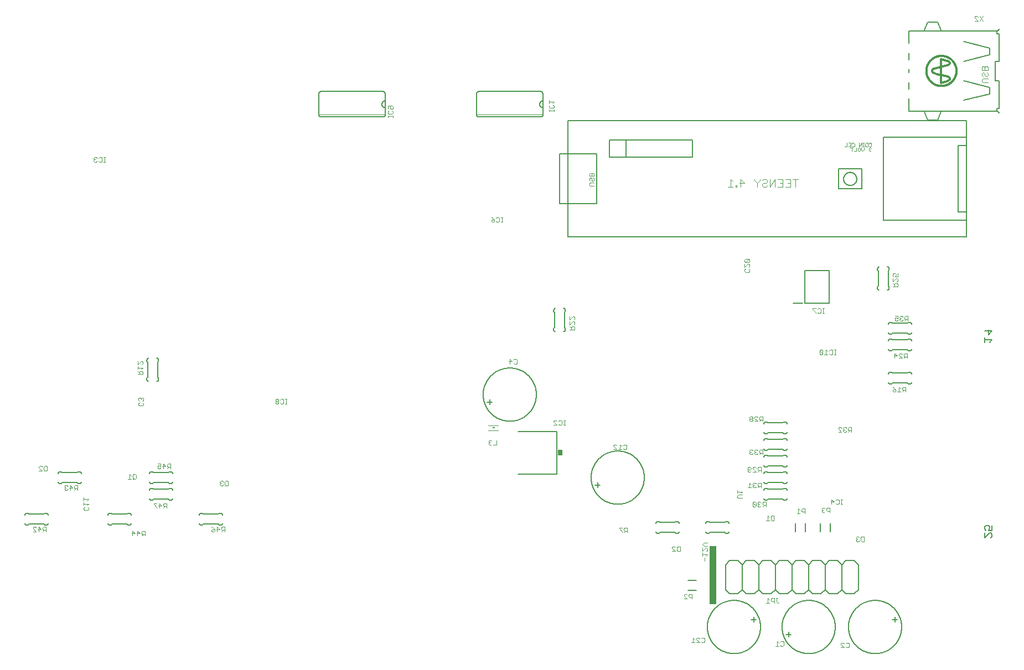
<source format=gbr>
G04 EAGLE Gerber RS-274X export*
G75*
%MOMM*%
%FSLAX34Y34*%
%LPD*%
%INSilkscreen Bottom*%
%IPPOS*%
%AMOC8*
5,1,8,0,0,1.08239X$1,22.5*%
G01*
%ADD10C,0.076200*%
%ADD11C,0.127000*%
%ADD12C,0.152400*%
%ADD13C,0.101600*%
%ADD14C,0.050800*%
%ADD15C,0.200000*%
%ADD16C,0.203200*%
%ADD17R,0.762000X0.863600*%
%ADD18C,0.070000*%
%ADD19R,0.400000X0.200000*%
%ADD20C,0.304800*%
%ADD21R,0.200000X0.100000*%

G36*
X1330980Y72902D02*
X1330980Y72902D01*
X1330999Y72900D01*
X1331101Y72922D01*
X1331203Y72939D01*
X1331220Y72948D01*
X1331240Y72952D01*
X1331329Y73005D01*
X1331420Y73054D01*
X1331434Y73068D01*
X1331451Y73078D01*
X1331518Y73157D01*
X1331590Y73232D01*
X1331598Y73250D01*
X1331611Y73265D01*
X1331650Y73361D01*
X1331693Y73455D01*
X1331695Y73475D01*
X1331703Y73493D01*
X1331721Y73660D01*
X1331721Y161290D01*
X1331718Y161310D01*
X1331720Y161329D01*
X1331698Y161431D01*
X1331682Y161533D01*
X1331672Y161550D01*
X1331668Y161570D01*
X1331615Y161659D01*
X1331566Y161750D01*
X1331552Y161764D01*
X1331542Y161781D01*
X1331463Y161848D01*
X1331388Y161920D01*
X1331370Y161928D01*
X1331355Y161941D01*
X1331259Y161980D01*
X1331165Y162023D01*
X1331145Y162025D01*
X1331127Y162033D01*
X1330960Y162051D01*
X1322070Y162051D01*
X1322050Y162048D01*
X1322031Y162050D01*
X1321929Y162028D01*
X1321827Y162012D01*
X1321810Y162002D01*
X1321790Y161998D01*
X1321701Y161945D01*
X1321610Y161896D01*
X1321596Y161882D01*
X1321579Y161872D01*
X1321512Y161793D01*
X1321441Y161718D01*
X1321432Y161700D01*
X1321419Y161685D01*
X1321380Y161589D01*
X1321337Y161495D01*
X1321335Y161475D01*
X1321327Y161457D01*
X1321309Y161290D01*
X1321309Y73660D01*
X1321312Y73640D01*
X1321310Y73621D01*
X1321332Y73519D01*
X1321349Y73417D01*
X1321358Y73400D01*
X1321362Y73380D01*
X1321415Y73291D01*
X1321464Y73200D01*
X1321478Y73186D01*
X1321488Y73169D01*
X1321567Y73102D01*
X1321642Y73031D01*
X1321660Y73022D01*
X1321675Y73009D01*
X1321771Y72970D01*
X1321865Y72927D01*
X1321885Y72925D01*
X1321903Y72917D01*
X1322070Y72899D01*
X1330960Y72899D01*
X1330980Y72902D01*
G37*
D10*
X1314199Y139354D02*
X1314199Y144269D01*
X1315428Y146839D02*
X1317885Y149296D01*
X1310513Y149296D01*
X1310513Y146839D02*
X1310513Y151753D01*
X1310513Y154323D02*
X1310513Y159238D01*
X1310513Y154323D02*
X1315428Y159238D01*
X1316657Y159238D01*
X1317885Y158009D01*
X1317885Y155551D01*
X1316657Y154323D01*
X1317885Y161807D02*
X1312970Y161807D01*
X1310513Y164264D01*
X1312970Y166722D01*
X1317885Y166722D01*
D11*
X1742445Y174229D02*
X1742445Y181856D01*
X1742445Y174229D02*
X1750072Y181856D01*
X1751978Y181856D01*
X1753885Y179949D01*
X1753885Y176136D01*
X1751978Y174229D01*
X1753885Y185923D02*
X1753885Y193549D01*
X1753885Y185923D02*
X1748165Y185923D01*
X1750072Y189736D01*
X1750072Y191643D01*
X1748165Y193549D01*
X1744352Y193549D01*
X1742445Y191643D01*
X1742445Y187830D01*
X1744352Y185923D01*
X1750072Y473871D02*
X1753885Y477684D01*
X1742445Y477684D01*
X1742445Y473871D02*
X1742445Y481498D01*
X1742445Y491285D02*
X1753885Y491285D01*
X1748165Y485565D01*
X1748165Y493191D01*
D12*
X1242060Y181610D02*
X1241960Y181612D01*
X1241861Y181618D01*
X1241761Y181628D01*
X1241663Y181641D01*
X1241564Y181659D01*
X1241467Y181680D01*
X1241371Y181705D01*
X1241275Y181734D01*
X1241181Y181767D01*
X1241088Y181803D01*
X1240997Y181843D01*
X1240907Y181887D01*
X1240819Y181934D01*
X1240733Y181984D01*
X1240649Y182038D01*
X1240567Y182095D01*
X1240488Y182155D01*
X1240410Y182219D01*
X1240336Y182285D01*
X1240264Y182354D01*
X1240195Y182426D01*
X1240129Y182500D01*
X1240065Y182578D01*
X1240005Y182657D01*
X1239948Y182739D01*
X1239894Y182823D01*
X1239844Y182909D01*
X1239797Y182997D01*
X1239753Y183087D01*
X1239713Y183178D01*
X1239677Y183271D01*
X1239644Y183365D01*
X1239615Y183461D01*
X1239590Y183557D01*
X1239569Y183654D01*
X1239551Y183753D01*
X1239538Y183851D01*
X1239528Y183951D01*
X1239522Y184050D01*
X1239520Y184150D01*
X1239520Y196850D02*
X1239522Y196950D01*
X1239528Y197049D01*
X1239538Y197149D01*
X1239551Y197247D01*
X1239569Y197346D01*
X1239590Y197443D01*
X1239615Y197539D01*
X1239644Y197635D01*
X1239677Y197729D01*
X1239713Y197822D01*
X1239753Y197913D01*
X1239797Y198003D01*
X1239844Y198091D01*
X1239894Y198177D01*
X1239948Y198261D01*
X1240005Y198343D01*
X1240065Y198422D01*
X1240129Y198500D01*
X1240195Y198574D01*
X1240264Y198646D01*
X1240336Y198715D01*
X1240410Y198781D01*
X1240488Y198845D01*
X1240567Y198905D01*
X1240649Y198962D01*
X1240733Y199016D01*
X1240819Y199066D01*
X1240907Y199113D01*
X1240997Y199157D01*
X1241088Y199197D01*
X1241181Y199233D01*
X1241275Y199266D01*
X1241371Y199295D01*
X1241467Y199320D01*
X1241564Y199341D01*
X1241663Y199359D01*
X1241761Y199372D01*
X1241861Y199382D01*
X1241960Y199388D01*
X1242060Y199390D01*
X1272540Y199390D02*
X1272640Y199388D01*
X1272739Y199382D01*
X1272839Y199372D01*
X1272937Y199359D01*
X1273036Y199341D01*
X1273133Y199320D01*
X1273229Y199295D01*
X1273325Y199266D01*
X1273419Y199233D01*
X1273512Y199197D01*
X1273603Y199157D01*
X1273693Y199113D01*
X1273781Y199066D01*
X1273867Y199016D01*
X1273951Y198962D01*
X1274033Y198905D01*
X1274112Y198845D01*
X1274190Y198781D01*
X1274264Y198715D01*
X1274336Y198646D01*
X1274405Y198574D01*
X1274471Y198500D01*
X1274535Y198422D01*
X1274595Y198343D01*
X1274652Y198261D01*
X1274706Y198177D01*
X1274756Y198091D01*
X1274803Y198003D01*
X1274847Y197913D01*
X1274887Y197822D01*
X1274923Y197729D01*
X1274956Y197635D01*
X1274985Y197539D01*
X1275010Y197443D01*
X1275031Y197346D01*
X1275049Y197247D01*
X1275062Y197149D01*
X1275072Y197049D01*
X1275078Y196950D01*
X1275080Y196850D01*
X1275080Y184150D02*
X1275078Y184050D01*
X1275072Y183951D01*
X1275062Y183851D01*
X1275049Y183753D01*
X1275031Y183654D01*
X1275010Y183557D01*
X1274985Y183461D01*
X1274956Y183365D01*
X1274923Y183271D01*
X1274887Y183178D01*
X1274847Y183087D01*
X1274803Y182997D01*
X1274756Y182909D01*
X1274706Y182823D01*
X1274652Y182739D01*
X1274595Y182657D01*
X1274535Y182578D01*
X1274471Y182500D01*
X1274405Y182426D01*
X1274336Y182354D01*
X1274264Y182285D01*
X1274190Y182219D01*
X1274112Y182155D01*
X1274033Y182095D01*
X1273951Y182038D01*
X1273867Y181984D01*
X1273781Y181934D01*
X1273693Y181887D01*
X1273603Y181843D01*
X1273512Y181803D01*
X1273419Y181767D01*
X1273325Y181734D01*
X1273229Y181705D01*
X1273133Y181680D01*
X1273036Y181659D01*
X1272937Y181641D01*
X1272839Y181628D01*
X1272739Y181618D01*
X1272640Y181612D01*
X1272540Y181610D01*
X1244600Y181610D02*
X1242060Y181610D01*
X1244600Y181610D02*
X1245870Y182880D01*
X1244600Y199390D02*
X1242060Y199390D01*
X1244600Y199390D02*
X1245870Y198120D01*
X1268730Y182880D02*
X1270000Y181610D01*
X1268730Y182880D02*
X1245870Y182880D01*
X1268730Y198120D02*
X1270000Y199390D01*
X1268730Y198120D02*
X1245870Y198120D01*
X1270000Y181610D02*
X1272540Y181610D01*
X1272540Y199390D02*
X1270000Y199390D01*
X1315720Y184150D02*
X1315722Y184050D01*
X1315728Y183951D01*
X1315738Y183851D01*
X1315751Y183753D01*
X1315769Y183654D01*
X1315790Y183557D01*
X1315815Y183461D01*
X1315844Y183365D01*
X1315877Y183271D01*
X1315913Y183178D01*
X1315953Y183087D01*
X1315997Y182997D01*
X1316044Y182909D01*
X1316094Y182823D01*
X1316148Y182739D01*
X1316205Y182657D01*
X1316265Y182578D01*
X1316329Y182500D01*
X1316395Y182426D01*
X1316464Y182354D01*
X1316536Y182285D01*
X1316610Y182219D01*
X1316688Y182155D01*
X1316767Y182095D01*
X1316849Y182038D01*
X1316933Y181984D01*
X1317019Y181934D01*
X1317107Y181887D01*
X1317197Y181843D01*
X1317288Y181803D01*
X1317381Y181767D01*
X1317475Y181734D01*
X1317571Y181705D01*
X1317667Y181680D01*
X1317764Y181659D01*
X1317863Y181641D01*
X1317961Y181628D01*
X1318061Y181618D01*
X1318160Y181612D01*
X1318260Y181610D01*
X1315720Y196850D02*
X1315722Y196950D01*
X1315728Y197049D01*
X1315738Y197149D01*
X1315751Y197247D01*
X1315769Y197346D01*
X1315790Y197443D01*
X1315815Y197539D01*
X1315844Y197635D01*
X1315877Y197729D01*
X1315913Y197822D01*
X1315953Y197913D01*
X1315997Y198003D01*
X1316044Y198091D01*
X1316094Y198177D01*
X1316148Y198261D01*
X1316205Y198343D01*
X1316265Y198422D01*
X1316329Y198500D01*
X1316395Y198574D01*
X1316464Y198646D01*
X1316536Y198715D01*
X1316610Y198781D01*
X1316688Y198845D01*
X1316767Y198905D01*
X1316849Y198962D01*
X1316933Y199016D01*
X1317019Y199066D01*
X1317107Y199113D01*
X1317197Y199157D01*
X1317288Y199197D01*
X1317381Y199233D01*
X1317475Y199266D01*
X1317571Y199295D01*
X1317667Y199320D01*
X1317764Y199341D01*
X1317863Y199359D01*
X1317961Y199372D01*
X1318061Y199382D01*
X1318160Y199388D01*
X1318260Y199390D01*
X1348740Y199390D02*
X1348840Y199388D01*
X1348939Y199382D01*
X1349039Y199372D01*
X1349137Y199359D01*
X1349236Y199341D01*
X1349333Y199320D01*
X1349429Y199295D01*
X1349525Y199266D01*
X1349619Y199233D01*
X1349712Y199197D01*
X1349803Y199157D01*
X1349893Y199113D01*
X1349981Y199066D01*
X1350067Y199016D01*
X1350151Y198962D01*
X1350233Y198905D01*
X1350312Y198845D01*
X1350390Y198781D01*
X1350464Y198715D01*
X1350536Y198646D01*
X1350605Y198574D01*
X1350671Y198500D01*
X1350735Y198422D01*
X1350795Y198343D01*
X1350852Y198261D01*
X1350906Y198177D01*
X1350956Y198091D01*
X1351003Y198003D01*
X1351047Y197913D01*
X1351087Y197822D01*
X1351123Y197729D01*
X1351156Y197635D01*
X1351185Y197539D01*
X1351210Y197443D01*
X1351231Y197346D01*
X1351249Y197247D01*
X1351262Y197149D01*
X1351272Y197049D01*
X1351278Y196950D01*
X1351280Y196850D01*
X1351280Y184150D02*
X1351278Y184050D01*
X1351272Y183951D01*
X1351262Y183851D01*
X1351249Y183753D01*
X1351231Y183654D01*
X1351210Y183557D01*
X1351185Y183461D01*
X1351156Y183365D01*
X1351123Y183271D01*
X1351087Y183178D01*
X1351047Y183087D01*
X1351003Y182997D01*
X1350956Y182909D01*
X1350906Y182823D01*
X1350852Y182739D01*
X1350795Y182657D01*
X1350735Y182578D01*
X1350671Y182500D01*
X1350605Y182426D01*
X1350536Y182354D01*
X1350464Y182285D01*
X1350390Y182219D01*
X1350312Y182155D01*
X1350233Y182095D01*
X1350151Y182038D01*
X1350067Y181984D01*
X1349981Y181934D01*
X1349893Y181887D01*
X1349803Y181843D01*
X1349712Y181803D01*
X1349619Y181767D01*
X1349525Y181734D01*
X1349429Y181705D01*
X1349333Y181680D01*
X1349236Y181659D01*
X1349137Y181641D01*
X1349039Y181628D01*
X1348939Y181618D01*
X1348840Y181612D01*
X1348740Y181610D01*
X1320800Y181610D02*
X1318260Y181610D01*
X1320800Y181610D02*
X1322070Y182880D01*
X1320800Y199390D02*
X1318260Y199390D01*
X1320800Y199390D02*
X1322070Y198120D01*
X1344930Y182880D02*
X1346200Y181610D01*
X1344930Y182880D02*
X1322070Y182880D01*
X1344930Y198120D02*
X1346200Y199390D01*
X1344930Y198120D02*
X1322070Y198120D01*
X1346200Y181610D02*
X1348740Y181610D01*
X1348740Y199390D02*
X1346200Y199390D01*
X1440180Y349250D02*
X1440178Y349350D01*
X1440172Y349449D01*
X1440162Y349549D01*
X1440149Y349647D01*
X1440131Y349746D01*
X1440110Y349843D01*
X1440085Y349939D01*
X1440056Y350035D01*
X1440023Y350129D01*
X1439987Y350222D01*
X1439947Y350313D01*
X1439903Y350403D01*
X1439856Y350491D01*
X1439806Y350577D01*
X1439752Y350661D01*
X1439695Y350743D01*
X1439635Y350822D01*
X1439571Y350900D01*
X1439505Y350974D01*
X1439436Y351046D01*
X1439364Y351115D01*
X1439290Y351181D01*
X1439212Y351245D01*
X1439133Y351305D01*
X1439051Y351362D01*
X1438967Y351416D01*
X1438881Y351466D01*
X1438793Y351513D01*
X1438703Y351557D01*
X1438612Y351597D01*
X1438519Y351633D01*
X1438425Y351666D01*
X1438329Y351695D01*
X1438233Y351720D01*
X1438136Y351741D01*
X1438037Y351759D01*
X1437939Y351772D01*
X1437839Y351782D01*
X1437740Y351788D01*
X1437640Y351790D01*
X1440180Y336550D02*
X1440178Y336450D01*
X1440172Y336351D01*
X1440162Y336251D01*
X1440149Y336153D01*
X1440131Y336054D01*
X1440110Y335957D01*
X1440085Y335861D01*
X1440056Y335765D01*
X1440023Y335671D01*
X1439987Y335578D01*
X1439947Y335487D01*
X1439903Y335397D01*
X1439856Y335309D01*
X1439806Y335223D01*
X1439752Y335139D01*
X1439695Y335057D01*
X1439635Y334978D01*
X1439571Y334900D01*
X1439505Y334826D01*
X1439436Y334754D01*
X1439364Y334685D01*
X1439290Y334619D01*
X1439212Y334555D01*
X1439133Y334495D01*
X1439051Y334438D01*
X1438967Y334384D01*
X1438881Y334334D01*
X1438793Y334287D01*
X1438703Y334243D01*
X1438612Y334203D01*
X1438519Y334167D01*
X1438425Y334134D01*
X1438329Y334105D01*
X1438233Y334080D01*
X1438136Y334059D01*
X1438037Y334041D01*
X1437939Y334028D01*
X1437839Y334018D01*
X1437740Y334012D01*
X1437640Y334010D01*
X1407160Y334010D02*
X1407060Y334012D01*
X1406961Y334018D01*
X1406861Y334028D01*
X1406763Y334041D01*
X1406664Y334059D01*
X1406567Y334080D01*
X1406471Y334105D01*
X1406375Y334134D01*
X1406281Y334167D01*
X1406188Y334203D01*
X1406097Y334243D01*
X1406007Y334287D01*
X1405919Y334334D01*
X1405833Y334384D01*
X1405749Y334438D01*
X1405667Y334495D01*
X1405588Y334555D01*
X1405510Y334619D01*
X1405436Y334685D01*
X1405364Y334754D01*
X1405295Y334826D01*
X1405229Y334900D01*
X1405165Y334978D01*
X1405105Y335057D01*
X1405048Y335139D01*
X1404994Y335223D01*
X1404944Y335309D01*
X1404897Y335397D01*
X1404853Y335487D01*
X1404813Y335578D01*
X1404777Y335671D01*
X1404744Y335765D01*
X1404715Y335861D01*
X1404690Y335957D01*
X1404669Y336054D01*
X1404651Y336153D01*
X1404638Y336251D01*
X1404628Y336351D01*
X1404622Y336450D01*
X1404620Y336550D01*
X1404620Y349250D02*
X1404622Y349350D01*
X1404628Y349449D01*
X1404638Y349549D01*
X1404651Y349647D01*
X1404669Y349746D01*
X1404690Y349843D01*
X1404715Y349939D01*
X1404744Y350035D01*
X1404777Y350129D01*
X1404813Y350222D01*
X1404853Y350313D01*
X1404897Y350403D01*
X1404944Y350491D01*
X1404994Y350577D01*
X1405048Y350661D01*
X1405105Y350743D01*
X1405165Y350822D01*
X1405229Y350900D01*
X1405295Y350974D01*
X1405364Y351046D01*
X1405436Y351115D01*
X1405510Y351181D01*
X1405588Y351245D01*
X1405667Y351305D01*
X1405749Y351362D01*
X1405833Y351416D01*
X1405919Y351466D01*
X1406007Y351513D01*
X1406097Y351557D01*
X1406188Y351597D01*
X1406281Y351633D01*
X1406375Y351666D01*
X1406471Y351695D01*
X1406567Y351720D01*
X1406664Y351741D01*
X1406763Y351759D01*
X1406861Y351772D01*
X1406961Y351782D01*
X1407060Y351788D01*
X1407160Y351790D01*
X1435100Y351790D02*
X1437640Y351790D01*
X1435100Y351790D02*
X1433830Y350520D01*
X1435100Y334010D02*
X1437640Y334010D01*
X1435100Y334010D02*
X1433830Y335280D01*
X1410970Y350520D02*
X1409700Y351790D01*
X1410970Y350520D02*
X1433830Y350520D01*
X1410970Y335280D02*
X1409700Y334010D01*
X1410970Y335280D02*
X1433830Y335280D01*
X1409700Y351790D02*
X1407160Y351790D01*
X1407160Y334010D02*
X1409700Y334010D01*
D10*
X1402561Y352933D02*
X1402561Y360305D01*
X1398875Y360305D01*
X1397647Y359077D01*
X1397647Y356619D01*
X1398875Y355390D01*
X1402561Y355390D01*
X1400104Y355390D02*
X1397647Y352933D01*
X1395077Y352933D02*
X1390162Y352933D01*
X1395077Y352933D02*
X1390162Y357848D01*
X1390162Y359077D01*
X1391391Y360305D01*
X1393849Y360305D01*
X1395077Y359077D01*
X1387593Y359077D02*
X1386364Y360305D01*
X1383907Y360305D01*
X1382678Y359077D01*
X1382678Y357848D01*
X1383907Y356619D01*
X1382678Y355390D01*
X1382678Y354162D01*
X1383907Y352933D01*
X1386364Y352933D01*
X1387593Y354162D01*
X1387593Y355390D01*
X1386364Y356619D01*
X1387593Y357848D01*
X1387593Y359077D01*
X1386364Y356619D02*
X1383907Y356619D01*
D12*
X1404620Y285750D02*
X1404622Y285650D01*
X1404628Y285551D01*
X1404638Y285451D01*
X1404651Y285353D01*
X1404669Y285254D01*
X1404690Y285157D01*
X1404715Y285061D01*
X1404744Y284965D01*
X1404777Y284871D01*
X1404813Y284778D01*
X1404853Y284687D01*
X1404897Y284597D01*
X1404944Y284509D01*
X1404994Y284423D01*
X1405048Y284339D01*
X1405105Y284257D01*
X1405165Y284178D01*
X1405229Y284100D01*
X1405295Y284026D01*
X1405364Y283954D01*
X1405436Y283885D01*
X1405510Y283819D01*
X1405588Y283755D01*
X1405667Y283695D01*
X1405749Y283638D01*
X1405833Y283584D01*
X1405919Y283534D01*
X1406007Y283487D01*
X1406097Y283443D01*
X1406188Y283403D01*
X1406281Y283367D01*
X1406375Y283334D01*
X1406471Y283305D01*
X1406567Y283280D01*
X1406664Y283259D01*
X1406763Y283241D01*
X1406861Y283228D01*
X1406961Y283218D01*
X1407060Y283212D01*
X1407160Y283210D01*
X1404620Y298450D02*
X1404622Y298550D01*
X1404628Y298649D01*
X1404638Y298749D01*
X1404651Y298847D01*
X1404669Y298946D01*
X1404690Y299043D01*
X1404715Y299139D01*
X1404744Y299235D01*
X1404777Y299329D01*
X1404813Y299422D01*
X1404853Y299513D01*
X1404897Y299603D01*
X1404944Y299691D01*
X1404994Y299777D01*
X1405048Y299861D01*
X1405105Y299943D01*
X1405165Y300022D01*
X1405229Y300100D01*
X1405295Y300174D01*
X1405364Y300246D01*
X1405436Y300315D01*
X1405510Y300381D01*
X1405588Y300445D01*
X1405667Y300505D01*
X1405749Y300562D01*
X1405833Y300616D01*
X1405919Y300666D01*
X1406007Y300713D01*
X1406097Y300757D01*
X1406188Y300797D01*
X1406281Y300833D01*
X1406375Y300866D01*
X1406471Y300895D01*
X1406567Y300920D01*
X1406664Y300941D01*
X1406763Y300959D01*
X1406861Y300972D01*
X1406961Y300982D01*
X1407060Y300988D01*
X1407160Y300990D01*
X1437640Y300990D02*
X1437740Y300988D01*
X1437839Y300982D01*
X1437939Y300972D01*
X1438037Y300959D01*
X1438136Y300941D01*
X1438233Y300920D01*
X1438329Y300895D01*
X1438425Y300866D01*
X1438519Y300833D01*
X1438612Y300797D01*
X1438703Y300757D01*
X1438793Y300713D01*
X1438881Y300666D01*
X1438967Y300616D01*
X1439051Y300562D01*
X1439133Y300505D01*
X1439212Y300445D01*
X1439290Y300381D01*
X1439364Y300315D01*
X1439436Y300246D01*
X1439505Y300174D01*
X1439571Y300100D01*
X1439635Y300022D01*
X1439695Y299943D01*
X1439752Y299861D01*
X1439806Y299777D01*
X1439856Y299691D01*
X1439903Y299603D01*
X1439947Y299513D01*
X1439987Y299422D01*
X1440023Y299329D01*
X1440056Y299235D01*
X1440085Y299139D01*
X1440110Y299043D01*
X1440131Y298946D01*
X1440149Y298847D01*
X1440162Y298749D01*
X1440172Y298649D01*
X1440178Y298550D01*
X1440180Y298450D01*
X1440180Y285750D02*
X1440178Y285650D01*
X1440172Y285551D01*
X1440162Y285451D01*
X1440149Y285353D01*
X1440131Y285254D01*
X1440110Y285157D01*
X1440085Y285061D01*
X1440056Y284965D01*
X1440023Y284871D01*
X1439987Y284778D01*
X1439947Y284687D01*
X1439903Y284597D01*
X1439856Y284509D01*
X1439806Y284423D01*
X1439752Y284339D01*
X1439695Y284257D01*
X1439635Y284178D01*
X1439571Y284100D01*
X1439505Y284026D01*
X1439436Y283954D01*
X1439364Y283885D01*
X1439290Y283819D01*
X1439212Y283755D01*
X1439133Y283695D01*
X1439051Y283638D01*
X1438967Y283584D01*
X1438881Y283534D01*
X1438793Y283487D01*
X1438703Y283443D01*
X1438612Y283403D01*
X1438519Y283367D01*
X1438425Y283334D01*
X1438329Y283305D01*
X1438233Y283280D01*
X1438136Y283259D01*
X1438037Y283241D01*
X1437939Y283228D01*
X1437839Y283218D01*
X1437740Y283212D01*
X1437640Y283210D01*
X1409700Y283210D02*
X1407160Y283210D01*
X1409700Y283210D02*
X1410970Y284480D01*
X1409700Y300990D02*
X1407160Y300990D01*
X1409700Y300990D02*
X1410970Y299720D01*
X1433830Y284480D02*
X1435100Y283210D01*
X1433830Y284480D02*
X1410970Y284480D01*
X1433830Y299720D02*
X1435100Y300990D01*
X1433830Y299720D02*
X1410970Y299720D01*
X1435100Y283210D02*
X1437640Y283210D01*
X1437640Y300990D02*
X1435100Y300990D01*
D10*
X1400021Y282835D02*
X1400021Y275463D01*
X1400021Y282835D02*
X1396335Y282835D01*
X1395107Y281607D01*
X1395107Y279149D01*
X1396335Y277920D01*
X1400021Y277920D01*
X1397564Y277920D02*
X1395107Y275463D01*
X1392537Y275463D02*
X1387622Y275463D01*
X1392537Y275463D02*
X1387622Y280378D01*
X1387622Y281607D01*
X1388851Y282835D01*
X1391309Y282835D01*
X1392537Y281607D01*
X1385053Y276692D02*
X1383824Y275463D01*
X1381367Y275463D01*
X1380138Y276692D01*
X1380138Y281607D01*
X1381367Y282835D01*
X1383824Y282835D01*
X1385053Y281607D01*
X1385053Y280378D01*
X1383824Y279149D01*
X1380138Y279149D01*
D12*
X1404620Y234950D02*
X1404622Y234850D01*
X1404628Y234751D01*
X1404638Y234651D01*
X1404651Y234553D01*
X1404669Y234454D01*
X1404690Y234357D01*
X1404715Y234261D01*
X1404744Y234165D01*
X1404777Y234071D01*
X1404813Y233978D01*
X1404853Y233887D01*
X1404897Y233797D01*
X1404944Y233709D01*
X1404994Y233623D01*
X1405048Y233539D01*
X1405105Y233457D01*
X1405165Y233378D01*
X1405229Y233300D01*
X1405295Y233226D01*
X1405364Y233154D01*
X1405436Y233085D01*
X1405510Y233019D01*
X1405588Y232955D01*
X1405667Y232895D01*
X1405749Y232838D01*
X1405833Y232784D01*
X1405919Y232734D01*
X1406007Y232687D01*
X1406097Y232643D01*
X1406188Y232603D01*
X1406281Y232567D01*
X1406375Y232534D01*
X1406471Y232505D01*
X1406567Y232480D01*
X1406664Y232459D01*
X1406763Y232441D01*
X1406861Y232428D01*
X1406961Y232418D01*
X1407060Y232412D01*
X1407160Y232410D01*
X1404620Y247650D02*
X1404622Y247750D01*
X1404628Y247849D01*
X1404638Y247949D01*
X1404651Y248047D01*
X1404669Y248146D01*
X1404690Y248243D01*
X1404715Y248339D01*
X1404744Y248435D01*
X1404777Y248529D01*
X1404813Y248622D01*
X1404853Y248713D01*
X1404897Y248803D01*
X1404944Y248891D01*
X1404994Y248977D01*
X1405048Y249061D01*
X1405105Y249143D01*
X1405165Y249222D01*
X1405229Y249300D01*
X1405295Y249374D01*
X1405364Y249446D01*
X1405436Y249515D01*
X1405510Y249581D01*
X1405588Y249645D01*
X1405667Y249705D01*
X1405749Y249762D01*
X1405833Y249816D01*
X1405919Y249866D01*
X1406007Y249913D01*
X1406097Y249957D01*
X1406188Y249997D01*
X1406281Y250033D01*
X1406375Y250066D01*
X1406471Y250095D01*
X1406567Y250120D01*
X1406664Y250141D01*
X1406763Y250159D01*
X1406861Y250172D01*
X1406961Y250182D01*
X1407060Y250188D01*
X1407160Y250190D01*
X1437640Y250190D02*
X1437740Y250188D01*
X1437839Y250182D01*
X1437939Y250172D01*
X1438037Y250159D01*
X1438136Y250141D01*
X1438233Y250120D01*
X1438329Y250095D01*
X1438425Y250066D01*
X1438519Y250033D01*
X1438612Y249997D01*
X1438703Y249957D01*
X1438793Y249913D01*
X1438881Y249866D01*
X1438967Y249816D01*
X1439051Y249762D01*
X1439133Y249705D01*
X1439212Y249645D01*
X1439290Y249581D01*
X1439364Y249515D01*
X1439436Y249446D01*
X1439505Y249374D01*
X1439571Y249300D01*
X1439635Y249222D01*
X1439695Y249143D01*
X1439752Y249061D01*
X1439806Y248977D01*
X1439856Y248891D01*
X1439903Y248803D01*
X1439947Y248713D01*
X1439987Y248622D01*
X1440023Y248529D01*
X1440056Y248435D01*
X1440085Y248339D01*
X1440110Y248243D01*
X1440131Y248146D01*
X1440149Y248047D01*
X1440162Y247949D01*
X1440172Y247849D01*
X1440178Y247750D01*
X1440180Y247650D01*
X1440180Y234950D02*
X1440178Y234850D01*
X1440172Y234751D01*
X1440162Y234651D01*
X1440149Y234553D01*
X1440131Y234454D01*
X1440110Y234357D01*
X1440085Y234261D01*
X1440056Y234165D01*
X1440023Y234071D01*
X1439987Y233978D01*
X1439947Y233887D01*
X1439903Y233797D01*
X1439856Y233709D01*
X1439806Y233623D01*
X1439752Y233539D01*
X1439695Y233457D01*
X1439635Y233378D01*
X1439571Y233300D01*
X1439505Y233226D01*
X1439436Y233154D01*
X1439364Y233085D01*
X1439290Y233019D01*
X1439212Y232955D01*
X1439133Y232895D01*
X1439051Y232838D01*
X1438967Y232784D01*
X1438881Y232734D01*
X1438793Y232687D01*
X1438703Y232643D01*
X1438612Y232603D01*
X1438519Y232567D01*
X1438425Y232534D01*
X1438329Y232505D01*
X1438233Y232480D01*
X1438136Y232459D01*
X1438037Y232441D01*
X1437939Y232428D01*
X1437839Y232418D01*
X1437740Y232412D01*
X1437640Y232410D01*
X1409700Y232410D02*
X1407160Y232410D01*
X1409700Y232410D02*
X1410970Y233680D01*
X1409700Y250190D02*
X1407160Y250190D01*
X1409700Y250190D02*
X1410970Y248920D01*
X1433830Y233680D02*
X1435100Y232410D01*
X1433830Y233680D02*
X1410970Y233680D01*
X1433830Y248920D02*
X1435100Y250190D01*
X1433830Y248920D02*
X1410970Y248920D01*
X1435100Y232410D02*
X1437640Y232410D01*
X1437640Y250190D02*
X1435100Y250190D01*
D10*
X1407641Y229495D02*
X1407641Y222123D01*
X1407641Y229495D02*
X1403955Y229495D01*
X1402727Y228267D01*
X1402727Y225809D01*
X1403955Y224580D01*
X1407641Y224580D01*
X1405184Y224580D02*
X1402727Y222123D01*
X1400157Y228267D02*
X1398929Y229495D01*
X1396471Y229495D01*
X1395242Y228267D01*
X1395242Y227038D01*
X1396471Y225809D01*
X1397700Y225809D01*
X1396471Y225809D02*
X1395242Y224580D01*
X1395242Y223352D01*
X1396471Y222123D01*
X1398929Y222123D01*
X1400157Y223352D01*
X1392673Y223352D02*
X1392673Y228267D01*
X1391444Y229495D01*
X1388987Y229495D01*
X1387758Y228267D01*
X1387758Y223352D01*
X1388987Y222123D01*
X1391444Y222123D01*
X1392673Y223352D01*
X1387758Y228267D01*
D12*
X1407160Y257810D02*
X1407060Y257812D01*
X1406961Y257818D01*
X1406861Y257828D01*
X1406763Y257841D01*
X1406664Y257859D01*
X1406567Y257880D01*
X1406471Y257905D01*
X1406375Y257934D01*
X1406281Y257967D01*
X1406188Y258003D01*
X1406097Y258043D01*
X1406007Y258087D01*
X1405919Y258134D01*
X1405833Y258184D01*
X1405749Y258238D01*
X1405667Y258295D01*
X1405588Y258355D01*
X1405510Y258419D01*
X1405436Y258485D01*
X1405364Y258554D01*
X1405295Y258626D01*
X1405229Y258700D01*
X1405165Y258778D01*
X1405105Y258857D01*
X1405048Y258939D01*
X1404994Y259023D01*
X1404944Y259109D01*
X1404897Y259197D01*
X1404853Y259287D01*
X1404813Y259378D01*
X1404777Y259471D01*
X1404744Y259565D01*
X1404715Y259661D01*
X1404690Y259757D01*
X1404669Y259854D01*
X1404651Y259953D01*
X1404638Y260051D01*
X1404628Y260151D01*
X1404622Y260250D01*
X1404620Y260350D01*
X1404620Y273050D02*
X1404622Y273150D01*
X1404628Y273249D01*
X1404638Y273349D01*
X1404651Y273447D01*
X1404669Y273546D01*
X1404690Y273643D01*
X1404715Y273739D01*
X1404744Y273835D01*
X1404777Y273929D01*
X1404813Y274022D01*
X1404853Y274113D01*
X1404897Y274203D01*
X1404944Y274291D01*
X1404994Y274377D01*
X1405048Y274461D01*
X1405105Y274543D01*
X1405165Y274622D01*
X1405229Y274700D01*
X1405295Y274774D01*
X1405364Y274846D01*
X1405436Y274915D01*
X1405510Y274981D01*
X1405588Y275045D01*
X1405667Y275105D01*
X1405749Y275162D01*
X1405833Y275216D01*
X1405919Y275266D01*
X1406007Y275313D01*
X1406097Y275357D01*
X1406188Y275397D01*
X1406281Y275433D01*
X1406375Y275466D01*
X1406471Y275495D01*
X1406567Y275520D01*
X1406664Y275541D01*
X1406763Y275559D01*
X1406861Y275572D01*
X1406961Y275582D01*
X1407060Y275588D01*
X1407160Y275590D01*
X1437640Y275590D02*
X1437740Y275588D01*
X1437839Y275582D01*
X1437939Y275572D01*
X1438037Y275559D01*
X1438136Y275541D01*
X1438233Y275520D01*
X1438329Y275495D01*
X1438425Y275466D01*
X1438519Y275433D01*
X1438612Y275397D01*
X1438703Y275357D01*
X1438793Y275313D01*
X1438881Y275266D01*
X1438967Y275216D01*
X1439051Y275162D01*
X1439133Y275105D01*
X1439212Y275045D01*
X1439290Y274981D01*
X1439364Y274915D01*
X1439436Y274846D01*
X1439505Y274774D01*
X1439571Y274700D01*
X1439635Y274622D01*
X1439695Y274543D01*
X1439752Y274461D01*
X1439806Y274377D01*
X1439856Y274291D01*
X1439903Y274203D01*
X1439947Y274113D01*
X1439987Y274022D01*
X1440023Y273929D01*
X1440056Y273835D01*
X1440085Y273739D01*
X1440110Y273643D01*
X1440131Y273546D01*
X1440149Y273447D01*
X1440162Y273349D01*
X1440172Y273249D01*
X1440178Y273150D01*
X1440180Y273050D01*
X1440180Y260350D02*
X1440178Y260250D01*
X1440172Y260151D01*
X1440162Y260051D01*
X1440149Y259953D01*
X1440131Y259854D01*
X1440110Y259757D01*
X1440085Y259661D01*
X1440056Y259565D01*
X1440023Y259471D01*
X1439987Y259378D01*
X1439947Y259287D01*
X1439903Y259197D01*
X1439856Y259109D01*
X1439806Y259023D01*
X1439752Y258939D01*
X1439695Y258857D01*
X1439635Y258778D01*
X1439571Y258700D01*
X1439505Y258626D01*
X1439436Y258554D01*
X1439364Y258485D01*
X1439290Y258419D01*
X1439212Y258355D01*
X1439133Y258295D01*
X1439051Y258238D01*
X1438967Y258184D01*
X1438881Y258134D01*
X1438793Y258087D01*
X1438703Y258043D01*
X1438612Y258003D01*
X1438519Y257967D01*
X1438425Y257934D01*
X1438329Y257905D01*
X1438233Y257880D01*
X1438136Y257859D01*
X1438037Y257841D01*
X1437939Y257828D01*
X1437839Y257818D01*
X1437740Y257812D01*
X1437640Y257810D01*
X1409700Y257810D02*
X1407160Y257810D01*
X1409700Y257810D02*
X1410970Y259080D01*
X1409700Y275590D02*
X1407160Y275590D01*
X1409700Y275590D02*
X1410970Y274320D01*
X1433830Y259080D02*
X1435100Y257810D01*
X1433830Y259080D02*
X1410970Y259080D01*
X1433830Y274320D02*
X1435100Y275590D01*
X1433830Y274320D02*
X1410970Y274320D01*
X1435100Y257810D02*
X1437640Y257810D01*
X1437640Y275590D02*
X1435100Y275590D01*
D10*
X1400021Y258705D02*
X1400021Y251333D01*
X1400021Y258705D02*
X1396335Y258705D01*
X1395107Y257477D01*
X1395107Y255019D01*
X1396335Y253790D01*
X1400021Y253790D01*
X1397564Y253790D02*
X1395107Y251333D01*
X1392537Y257477D02*
X1391309Y258705D01*
X1388851Y258705D01*
X1387622Y257477D01*
X1387622Y256248D01*
X1388851Y255019D01*
X1390080Y255019D01*
X1388851Y255019D02*
X1387622Y253790D01*
X1387622Y252562D01*
X1388851Y251333D01*
X1391309Y251333D01*
X1392537Y252562D01*
X1385053Y256248D02*
X1382596Y258705D01*
X1382596Y251333D01*
X1385053Y251333D02*
X1380138Y251333D01*
X1538451Y336423D02*
X1538451Y343795D01*
X1534765Y343795D01*
X1533537Y342567D01*
X1533537Y340109D01*
X1534765Y338880D01*
X1538451Y338880D01*
X1535994Y338880D02*
X1533537Y336423D01*
X1530967Y342567D02*
X1529739Y343795D01*
X1527281Y343795D01*
X1526052Y342567D01*
X1526052Y341338D01*
X1527281Y340109D01*
X1528510Y340109D01*
X1527281Y340109D02*
X1526052Y338880D01*
X1526052Y337652D01*
X1527281Y336423D01*
X1529739Y336423D01*
X1530967Y337652D01*
X1523483Y336423D02*
X1518568Y336423D01*
X1523483Y336423D02*
X1518568Y341338D01*
X1518568Y342567D01*
X1519797Y343795D01*
X1522254Y343795D01*
X1523483Y342567D01*
D12*
X1407160Y308610D02*
X1407060Y308612D01*
X1406961Y308618D01*
X1406861Y308628D01*
X1406763Y308641D01*
X1406664Y308659D01*
X1406567Y308680D01*
X1406471Y308705D01*
X1406375Y308734D01*
X1406281Y308767D01*
X1406188Y308803D01*
X1406097Y308843D01*
X1406007Y308887D01*
X1405919Y308934D01*
X1405833Y308984D01*
X1405749Y309038D01*
X1405667Y309095D01*
X1405588Y309155D01*
X1405510Y309219D01*
X1405436Y309285D01*
X1405364Y309354D01*
X1405295Y309426D01*
X1405229Y309500D01*
X1405165Y309578D01*
X1405105Y309657D01*
X1405048Y309739D01*
X1404994Y309823D01*
X1404944Y309909D01*
X1404897Y309997D01*
X1404853Y310087D01*
X1404813Y310178D01*
X1404777Y310271D01*
X1404744Y310365D01*
X1404715Y310461D01*
X1404690Y310557D01*
X1404669Y310654D01*
X1404651Y310753D01*
X1404638Y310851D01*
X1404628Y310951D01*
X1404622Y311050D01*
X1404620Y311150D01*
X1404620Y323850D02*
X1404622Y323950D01*
X1404628Y324049D01*
X1404638Y324149D01*
X1404651Y324247D01*
X1404669Y324346D01*
X1404690Y324443D01*
X1404715Y324539D01*
X1404744Y324635D01*
X1404777Y324729D01*
X1404813Y324822D01*
X1404853Y324913D01*
X1404897Y325003D01*
X1404944Y325091D01*
X1404994Y325177D01*
X1405048Y325261D01*
X1405105Y325343D01*
X1405165Y325422D01*
X1405229Y325500D01*
X1405295Y325574D01*
X1405364Y325646D01*
X1405436Y325715D01*
X1405510Y325781D01*
X1405588Y325845D01*
X1405667Y325905D01*
X1405749Y325962D01*
X1405833Y326016D01*
X1405919Y326066D01*
X1406007Y326113D01*
X1406097Y326157D01*
X1406188Y326197D01*
X1406281Y326233D01*
X1406375Y326266D01*
X1406471Y326295D01*
X1406567Y326320D01*
X1406664Y326341D01*
X1406763Y326359D01*
X1406861Y326372D01*
X1406961Y326382D01*
X1407060Y326388D01*
X1407160Y326390D01*
X1437640Y326390D02*
X1437740Y326388D01*
X1437839Y326382D01*
X1437939Y326372D01*
X1438037Y326359D01*
X1438136Y326341D01*
X1438233Y326320D01*
X1438329Y326295D01*
X1438425Y326266D01*
X1438519Y326233D01*
X1438612Y326197D01*
X1438703Y326157D01*
X1438793Y326113D01*
X1438881Y326066D01*
X1438967Y326016D01*
X1439051Y325962D01*
X1439133Y325905D01*
X1439212Y325845D01*
X1439290Y325781D01*
X1439364Y325715D01*
X1439436Y325646D01*
X1439505Y325574D01*
X1439571Y325500D01*
X1439635Y325422D01*
X1439695Y325343D01*
X1439752Y325261D01*
X1439806Y325177D01*
X1439856Y325091D01*
X1439903Y325003D01*
X1439947Y324913D01*
X1439987Y324822D01*
X1440023Y324729D01*
X1440056Y324635D01*
X1440085Y324539D01*
X1440110Y324443D01*
X1440131Y324346D01*
X1440149Y324247D01*
X1440162Y324149D01*
X1440172Y324049D01*
X1440178Y323950D01*
X1440180Y323850D01*
X1440180Y311150D02*
X1440178Y311050D01*
X1440172Y310951D01*
X1440162Y310851D01*
X1440149Y310753D01*
X1440131Y310654D01*
X1440110Y310557D01*
X1440085Y310461D01*
X1440056Y310365D01*
X1440023Y310271D01*
X1439987Y310178D01*
X1439947Y310087D01*
X1439903Y309997D01*
X1439856Y309909D01*
X1439806Y309823D01*
X1439752Y309739D01*
X1439695Y309657D01*
X1439635Y309578D01*
X1439571Y309500D01*
X1439505Y309426D01*
X1439436Y309354D01*
X1439364Y309285D01*
X1439290Y309219D01*
X1439212Y309155D01*
X1439133Y309095D01*
X1439051Y309038D01*
X1438967Y308984D01*
X1438881Y308934D01*
X1438793Y308887D01*
X1438703Y308843D01*
X1438612Y308803D01*
X1438519Y308767D01*
X1438425Y308734D01*
X1438329Y308705D01*
X1438233Y308680D01*
X1438136Y308659D01*
X1438037Y308641D01*
X1437939Y308628D01*
X1437839Y308618D01*
X1437740Y308612D01*
X1437640Y308610D01*
X1409700Y308610D02*
X1407160Y308610D01*
X1409700Y308610D02*
X1410970Y309880D01*
X1409700Y326390D02*
X1407160Y326390D01*
X1409700Y326390D02*
X1410970Y325120D01*
X1433830Y309880D02*
X1435100Y308610D01*
X1433830Y309880D02*
X1410970Y309880D01*
X1433830Y325120D02*
X1435100Y326390D01*
X1433830Y325120D02*
X1410970Y325120D01*
X1435100Y308610D02*
X1437640Y308610D01*
X1437640Y326390D02*
X1435100Y326390D01*
D10*
X1402561Y309505D02*
X1402561Y302133D01*
X1402561Y309505D02*
X1398875Y309505D01*
X1397647Y308277D01*
X1397647Y305819D01*
X1398875Y304590D01*
X1402561Y304590D01*
X1400104Y304590D02*
X1397647Y302133D01*
X1395077Y308277D02*
X1393849Y309505D01*
X1391391Y309505D01*
X1390162Y308277D01*
X1390162Y307048D01*
X1391391Y305819D01*
X1392620Y305819D01*
X1391391Y305819D02*
X1390162Y304590D01*
X1390162Y303362D01*
X1391391Y302133D01*
X1393849Y302133D01*
X1395077Y303362D01*
X1387593Y308277D02*
X1386364Y309505D01*
X1383907Y309505D01*
X1382678Y308277D01*
X1382678Y307048D01*
X1383907Y305819D01*
X1385136Y305819D01*
X1383907Y305819D02*
X1382678Y304590D01*
X1382678Y303362D01*
X1383907Y302133D01*
X1386364Y302133D01*
X1387593Y303362D01*
D12*
X1595120Y412750D02*
X1595122Y412650D01*
X1595128Y412551D01*
X1595138Y412451D01*
X1595151Y412353D01*
X1595169Y412254D01*
X1595190Y412157D01*
X1595215Y412061D01*
X1595244Y411965D01*
X1595277Y411871D01*
X1595313Y411778D01*
X1595353Y411687D01*
X1595397Y411597D01*
X1595444Y411509D01*
X1595494Y411423D01*
X1595548Y411339D01*
X1595605Y411257D01*
X1595665Y411178D01*
X1595729Y411100D01*
X1595795Y411026D01*
X1595864Y410954D01*
X1595936Y410885D01*
X1596010Y410819D01*
X1596088Y410755D01*
X1596167Y410695D01*
X1596249Y410638D01*
X1596333Y410584D01*
X1596419Y410534D01*
X1596507Y410487D01*
X1596597Y410443D01*
X1596688Y410403D01*
X1596781Y410367D01*
X1596875Y410334D01*
X1596971Y410305D01*
X1597067Y410280D01*
X1597164Y410259D01*
X1597263Y410241D01*
X1597361Y410228D01*
X1597461Y410218D01*
X1597560Y410212D01*
X1597660Y410210D01*
X1595120Y425450D02*
X1595122Y425550D01*
X1595128Y425649D01*
X1595138Y425749D01*
X1595151Y425847D01*
X1595169Y425946D01*
X1595190Y426043D01*
X1595215Y426139D01*
X1595244Y426235D01*
X1595277Y426329D01*
X1595313Y426422D01*
X1595353Y426513D01*
X1595397Y426603D01*
X1595444Y426691D01*
X1595494Y426777D01*
X1595548Y426861D01*
X1595605Y426943D01*
X1595665Y427022D01*
X1595729Y427100D01*
X1595795Y427174D01*
X1595864Y427246D01*
X1595936Y427315D01*
X1596010Y427381D01*
X1596088Y427445D01*
X1596167Y427505D01*
X1596249Y427562D01*
X1596333Y427616D01*
X1596419Y427666D01*
X1596507Y427713D01*
X1596597Y427757D01*
X1596688Y427797D01*
X1596781Y427833D01*
X1596875Y427866D01*
X1596971Y427895D01*
X1597067Y427920D01*
X1597164Y427941D01*
X1597263Y427959D01*
X1597361Y427972D01*
X1597461Y427982D01*
X1597560Y427988D01*
X1597660Y427990D01*
X1628140Y427990D02*
X1628240Y427988D01*
X1628339Y427982D01*
X1628439Y427972D01*
X1628537Y427959D01*
X1628636Y427941D01*
X1628733Y427920D01*
X1628829Y427895D01*
X1628925Y427866D01*
X1629019Y427833D01*
X1629112Y427797D01*
X1629203Y427757D01*
X1629293Y427713D01*
X1629381Y427666D01*
X1629467Y427616D01*
X1629551Y427562D01*
X1629633Y427505D01*
X1629712Y427445D01*
X1629790Y427381D01*
X1629864Y427315D01*
X1629936Y427246D01*
X1630005Y427174D01*
X1630071Y427100D01*
X1630135Y427022D01*
X1630195Y426943D01*
X1630252Y426861D01*
X1630306Y426777D01*
X1630356Y426691D01*
X1630403Y426603D01*
X1630447Y426513D01*
X1630487Y426422D01*
X1630523Y426329D01*
X1630556Y426235D01*
X1630585Y426139D01*
X1630610Y426043D01*
X1630631Y425946D01*
X1630649Y425847D01*
X1630662Y425749D01*
X1630672Y425649D01*
X1630678Y425550D01*
X1630680Y425450D01*
X1630680Y412750D02*
X1630678Y412650D01*
X1630672Y412551D01*
X1630662Y412451D01*
X1630649Y412353D01*
X1630631Y412254D01*
X1630610Y412157D01*
X1630585Y412061D01*
X1630556Y411965D01*
X1630523Y411871D01*
X1630487Y411778D01*
X1630447Y411687D01*
X1630403Y411597D01*
X1630356Y411509D01*
X1630306Y411423D01*
X1630252Y411339D01*
X1630195Y411257D01*
X1630135Y411178D01*
X1630071Y411100D01*
X1630005Y411026D01*
X1629936Y410954D01*
X1629864Y410885D01*
X1629790Y410819D01*
X1629712Y410755D01*
X1629633Y410695D01*
X1629551Y410638D01*
X1629467Y410584D01*
X1629381Y410534D01*
X1629293Y410487D01*
X1629203Y410443D01*
X1629112Y410403D01*
X1629019Y410367D01*
X1628925Y410334D01*
X1628829Y410305D01*
X1628733Y410280D01*
X1628636Y410259D01*
X1628537Y410241D01*
X1628439Y410228D01*
X1628339Y410218D01*
X1628240Y410212D01*
X1628140Y410210D01*
X1600200Y410210D02*
X1597660Y410210D01*
X1600200Y410210D02*
X1601470Y411480D01*
X1600200Y427990D02*
X1597660Y427990D01*
X1600200Y427990D02*
X1601470Y426720D01*
X1624330Y411480D02*
X1625600Y410210D01*
X1624330Y411480D02*
X1601470Y411480D01*
X1624330Y426720D02*
X1625600Y427990D01*
X1624330Y426720D02*
X1601470Y426720D01*
X1625600Y410210D02*
X1628140Y410210D01*
X1628140Y427990D02*
X1625600Y427990D01*
D10*
X1621409Y405263D02*
X1621409Y397891D01*
X1621409Y405263D02*
X1617723Y405263D01*
X1616494Y404035D01*
X1616494Y401577D01*
X1617723Y400348D01*
X1621409Y400348D01*
X1618952Y400348D02*
X1616494Y397891D01*
X1613925Y402806D02*
X1611467Y405263D01*
X1611467Y397891D01*
X1609010Y397891D02*
X1613925Y397891D01*
X1603983Y404035D02*
X1601526Y405263D01*
X1603983Y404035D02*
X1606441Y401577D01*
X1606441Y399120D01*
X1605212Y397891D01*
X1602755Y397891D01*
X1601526Y399120D01*
X1601526Y400348D01*
X1602755Y401577D01*
X1606441Y401577D01*
D12*
X1597660Y461010D02*
X1597560Y461012D01*
X1597461Y461018D01*
X1597361Y461028D01*
X1597263Y461041D01*
X1597164Y461059D01*
X1597067Y461080D01*
X1596971Y461105D01*
X1596875Y461134D01*
X1596781Y461167D01*
X1596688Y461203D01*
X1596597Y461243D01*
X1596507Y461287D01*
X1596419Y461334D01*
X1596333Y461384D01*
X1596249Y461438D01*
X1596167Y461495D01*
X1596088Y461555D01*
X1596010Y461619D01*
X1595936Y461685D01*
X1595864Y461754D01*
X1595795Y461826D01*
X1595729Y461900D01*
X1595665Y461978D01*
X1595605Y462057D01*
X1595548Y462139D01*
X1595494Y462223D01*
X1595444Y462309D01*
X1595397Y462397D01*
X1595353Y462487D01*
X1595313Y462578D01*
X1595277Y462671D01*
X1595244Y462765D01*
X1595215Y462861D01*
X1595190Y462957D01*
X1595169Y463054D01*
X1595151Y463153D01*
X1595138Y463251D01*
X1595128Y463351D01*
X1595122Y463450D01*
X1595120Y463550D01*
X1595120Y476250D02*
X1595122Y476350D01*
X1595128Y476449D01*
X1595138Y476549D01*
X1595151Y476647D01*
X1595169Y476746D01*
X1595190Y476843D01*
X1595215Y476939D01*
X1595244Y477035D01*
X1595277Y477129D01*
X1595313Y477222D01*
X1595353Y477313D01*
X1595397Y477403D01*
X1595444Y477491D01*
X1595494Y477577D01*
X1595548Y477661D01*
X1595605Y477743D01*
X1595665Y477822D01*
X1595729Y477900D01*
X1595795Y477974D01*
X1595864Y478046D01*
X1595936Y478115D01*
X1596010Y478181D01*
X1596088Y478245D01*
X1596167Y478305D01*
X1596249Y478362D01*
X1596333Y478416D01*
X1596419Y478466D01*
X1596507Y478513D01*
X1596597Y478557D01*
X1596688Y478597D01*
X1596781Y478633D01*
X1596875Y478666D01*
X1596971Y478695D01*
X1597067Y478720D01*
X1597164Y478741D01*
X1597263Y478759D01*
X1597361Y478772D01*
X1597461Y478782D01*
X1597560Y478788D01*
X1597660Y478790D01*
X1628140Y478790D02*
X1628240Y478788D01*
X1628339Y478782D01*
X1628439Y478772D01*
X1628537Y478759D01*
X1628636Y478741D01*
X1628733Y478720D01*
X1628829Y478695D01*
X1628925Y478666D01*
X1629019Y478633D01*
X1629112Y478597D01*
X1629203Y478557D01*
X1629293Y478513D01*
X1629381Y478466D01*
X1629467Y478416D01*
X1629551Y478362D01*
X1629633Y478305D01*
X1629712Y478245D01*
X1629790Y478181D01*
X1629864Y478115D01*
X1629936Y478046D01*
X1630005Y477974D01*
X1630071Y477900D01*
X1630135Y477822D01*
X1630195Y477743D01*
X1630252Y477661D01*
X1630306Y477577D01*
X1630356Y477491D01*
X1630403Y477403D01*
X1630447Y477313D01*
X1630487Y477222D01*
X1630523Y477129D01*
X1630556Y477035D01*
X1630585Y476939D01*
X1630610Y476843D01*
X1630631Y476746D01*
X1630649Y476647D01*
X1630662Y476549D01*
X1630672Y476449D01*
X1630678Y476350D01*
X1630680Y476250D01*
X1630680Y463550D02*
X1630678Y463450D01*
X1630672Y463351D01*
X1630662Y463251D01*
X1630649Y463153D01*
X1630631Y463054D01*
X1630610Y462957D01*
X1630585Y462861D01*
X1630556Y462765D01*
X1630523Y462671D01*
X1630487Y462578D01*
X1630447Y462487D01*
X1630403Y462397D01*
X1630356Y462309D01*
X1630306Y462223D01*
X1630252Y462139D01*
X1630195Y462057D01*
X1630135Y461978D01*
X1630071Y461900D01*
X1630005Y461826D01*
X1629936Y461754D01*
X1629864Y461685D01*
X1629790Y461619D01*
X1629712Y461555D01*
X1629633Y461495D01*
X1629551Y461438D01*
X1629467Y461384D01*
X1629381Y461334D01*
X1629293Y461287D01*
X1629203Y461243D01*
X1629112Y461203D01*
X1629019Y461167D01*
X1628925Y461134D01*
X1628829Y461105D01*
X1628733Y461080D01*
X1628636Y461059D01*
X1628537Y461041D01*
X1628439Y461028D01*
X1628339Y461018D01*
X1628240Y461012D01*
X1628140Y461010D01*
X1600200Y461010D02*
X1597660Y461010D01*
X1600200Y461010D02*
X1601470Y462280D01*
X1600200Y478790D02*
X1597660Y478790D01*
X1600200Y478790D02*
X1601470Y477520D01*
X1624330Y462280D02*
X1625600Y461010D01*
X1624330Y462280D02*
X1601470Y462280D01*
X1624330Y477520D02*
X1625600Y478790D01*
X1624330Y477520D02*
X1601470Y477520D01*
X1625600Y461010D02*
X1628140Y461010D01*
X1628140Y478790D02*
X1625600Y478790D01*
D10*
X1623541Y456825D02*
X1623541Y449453D01*
X1623541Y456825D02*
X1619855Y456825D01*
X1618627Y455597D01*
X1618627Y453139D01*
X1619855Y451910D01*
X1623541Y451910D01*
X1621084Y451910D02*
X1618627Y449453D01*
X1616057Y449453D02*
X1611142Y449453D01*
X1616057Y449453D02*
X1611142Y454368D01*
X1611142Y455597D01*
X1612371Y456825D01*
X1614829Y456825D01*
X1616057Y455597D01*
X1604887Y456825D02*
X1604887Y449453D01*
X1608573Y453139D02*
X1604887Y456825D01*
X1603658Y453139D02*
X1608573Y453139D01*
D12*
X1597660Y486410D02*
X1597560Y486412D01*
X1597461Y486418D01*
X1597361Y486428D01*
X1597263Y486441D01*
X1597164Y486459D01*
X1597067Y486480D01*
X1596971Y486505D01*
X1596875Y486534D01*
X1596781Y486567D01*
X1596688Y486603D01*
X1596597Y486643D01*
X1596507Y486687D01*
X1596419Y486734D01*
X1596333Y486784D01*
X1596249Y486838D01*
X1596167Y486895D01*
X1596088Y486955D01*
X1596010Y487019D01*
X1595936Y487085D01*
X1595864Y487154D01*
X1595795Y487226D01*
X1595729Y487300D01*
X1595665Y487378D01*
X1595605Y487457D01*
X1595548Y487539D01*
X1595494Y487623D01*
X1595444Y487709D01*
X1595397Y487797D01*
X1595353Y487887D01*
X1595313Y487978D01*
X1595277Y488071D01*
X1595244Y488165D01*
X1595215Y488261D01*
X1595190Y488357D01*
X1595169Y488454D01*
X1595151Y488553D01*
X1595138Y488651D01*
X1595128Y488751D01*
X1595122Y488850D01*
X1595120Y488950D01*
X1595120Y501650D02*
X1595122Y501750D01*
X1595128Y501849D01*
X1595138Y501949D01*
X1595151Y502047D01*
X1595169Y502146D01*
X1595190Y502243D01*
X1595215Y502339D01*
X1595244Y502435D01*
X1595277Y502529D01*
X1595313Y502622D01*
X1595353Y502713D01*
X1595397Y502803D01*
X1595444Y502891D01*
X1595494Y502977D01*
X1595548Y503061D01*
X1595605Y503143D01*
X1595665Y503222D01*
X1595729Y503300D01*
X1595795Y503374D01*
X1595864Y503446D01*
X1595936Y503515D01*
X1596010Y503581D01*
X1596088Y503645D01*
X1596167Y503705D01*
X1596249Y503762D01*
X1596333Y503816D01*
X1596419Y503866D01*
X1596507Y503913D01*
X1596597Y503957D01*
X1596688Y503997D01*
X1596781Y504033D01*
X1596875Y504066D01*
X1596971Y504095D01*
X1597067Y504120D01*
X1597164Y504141D01*
X1597263Y504159D01*
X1597361Y504172D01*
X1597461Y504182D01*
X1597560Y504188D01*
X1597660Y504190D01*
X1628140Y504190D02*
X1628240Y504188D01*
X1628339Y504182D01*
X1628439Y504172D01*
X1628537Y504159D01*
X1628636Y504141D01*
X1628733Y504120D01*
X1628829Y504095D01*
X1628925Y504066D01*
X1629019Y504033D01*
X1629112Y503997D01*
X1629203Y503957D01*
X1629293Y503913D01*
X1629381Y503866D01*
X1629467Y503816D01*
X1629551Y503762D01*
X1629633Y503705D01*
X1629712Y503645D01*
X1629790Y503581D01*
X1629864Y503515D01*
X1629936Y503446D01*
X1630005Y503374D01*
X1630071Y503300D01*
X1630135Y503222D01*
X1630195Y503143D01*
X1630252Y503061D01*
X1630306Y502977D01*
X1630356Y502891D01*
X1630403Y502803D01*
X1630447Y502713D01*
X1630487Y502622D01*
X1630523Y502529D01*
X1630556Y502435D01*
X1630585Y502339D01*
X1630610Y502243D01*
X1630631Y502146D01*
X1630649Y502047D01*
X1630662Y501949D01*
X1630672Y501849D01*
X1630678Y501750D01*
X1630680Y501650D01*
X1630680Y488950D02*
X1630678Y488850D01*
X1630672Y488751D01*
X1630662Y488651D01*
X1630649Y488553D01*
X1630631Y488454D01*
X1630610Y488357D01*
X1630585Y488261D01*
X1630556Y488165D01*
X1630523Y488071D01*
X1630487Y487978D01*
X1630447Y487887D01*
X1630403Y487797D01*
X1630356Y487709D01*
X1630306Y487623D01*
X1630252Y487539D01*
X1630195Y487457D01*
X1630135Y487378D01*
X1630071Y487300D01*
X1630005Y487226D01*
X1629936Y487154D01*
X1629864Y487085D01*
X1629790Y487019D01*
X1629712Y486955D01*
X1629633Y486895D01*
X1629551Y486838D01*
X1629467Y486784D01*
X1629381Y486734D01*
X1629293Y486687D01*
X1629203Y486643D01*
X1629112Y486603D01*
X1629019Y486567D01*
X1628925Y486534D01*
X1628829Y486505D01*
X1628733Y486480D01*
X1628636Y486459D01*
X1628537Y486441D01*
X1628439Y486428D01*
X1628339Y486418D01*
X1628240Y486412D01*
X1628140Y486410D01*
X1600200Y486410D02*
X1597660Y486410D01*
X1600200Y486410D02*
X1601470Y487680D01*
X1600200Y504190D02*
X1597660Y504190D01*
X1600200Y504190D02*
X1601470Y502920D01*
X1624330Y487680D02*
X1625600Y486410D01*
X1624330Y487680D02*
X1601470Y487680D01*
X1624330Y502920D02*
X1625600Y504190D01*
X1624330Y502920D02*
X1601470Y502920D01*
X1625600Y486410D02*
X1628140Y486410D01*
X1628140Y504190D02*
X1625600Y504190D01*
D10*
X1624811Y506603D02*
X1624811Y513975D01*
X1621125Y513975D01*
X1619897Y512747D01*
X1619897Y510289D01*
X1621125Y509060D01*
X1624811Y509060D01*
X1622354Y509060D02*
X1619897Y506603D01*
X1617327Y512747D02*
X1616099Y513975D01*
X1613641Y513975D01*
X1612412Y512747D01*
X1612412Y511518D01*
X1613641Y510289D01*
X1614870Y510289D01*
X1613641Y510289D02*
X1612412Y509060D01*
X1612412Y507832D01*
X1613641Y506603D01*
X1616099Y506603D01*
X1617327Y507832D01*
X1609843Y513975D02*
X1604928Y513975D01*
X1609843Y513975D02*
X1609843Y510289D01*
X1607386Y511518D01*
X1606157Y511518D01*
X1604928Y510289D01*
X1604928Y507832D01*
X1606157Y506603D01*
X1608614Y506603D01*
X1609843Y507832D01*
X1005097Y657733D02*
X1002639Y657733D01*
X1003868Y657733D02*
X1003868Y665105D01*
X1005097Y665105D02*
X1002639Y665105D01*
X996421Y665105D02*
X995192Y663877D01*
X996421Y665105D02*
X998879Y665105D01*
X1000107Y663877D01*
X1000107Y658962D01*
X998879Y657733D01*
X996421Y657733D01*
X995192Y658962D01*
X990166Y663877D02*
X987708Y665105D01*
X990166Y663877D02*
X992623Y661419D01*
X992623Y658962D01*
X991394Y657733D01*
X988937Y657733D01*
X987708Y658962D01*
X987708Y660190D01*
X988937Y661419D01*
X992623Y661419D01*
D11*
X1104900Y635000D02*
X1104900Y812800D01*
X1714500Y812800D01*
X1714500Y635000D01*
X1104900Y635000D01*
X1092200Y685800D02*
X1092200Y762000D01*
X1149350Y762000D01*
X1149350Y685800D01*
X1092200Y685800D01*
D13*
X1452887Y711708D02*
X1452887Y723402D01*
X1456785Y723402D02*
X1448989Y723402D01*
X1445091Y723402D02*
X1437295Y723402D01*
X1445091Y723402D02*
X1445091Y711708D01*
X1437295Y711708D01*
X1441193Y717555D02*
X1445091Y717555D01*
X1433397Y723402D02*
X1425601Y723402D01*
X1433397Y723402D02*
X1433397Y711708D01*
X1425601Y711708D01*
X1429499Y717555D02*
X1433397Y717555D01*
X1421703Y711708D02*
X1421703Y723402D01*
X1413907Y711708D01*
X1413907Y723402D01*
X1404162Y723402D02*
X1402213Y721453D01*
X1404162Y723402D02*
X1408060Y723402D01*
X1410009Y721453D01*
X1410009Y719504D01*
X1408060Y717555D01*
X1404162Y717555D01*
X1402213Y715606D01*
X1402213Y713657D01*
X1404162Y711708D01*
X1408060Y711708D01*
X1410009Y713657D01*
X1398315Y721453D02*
X1398315Y723402D01*
X1398315Y721453D02*
X1394417Y717555D01*
X1390519Y721453D01*
X1390519Y723402D01*
X1394417Y717555D02*
X1394417Y711708D01*
X1369080Y711708D02*
X1369080Y723402D01*
X1374927Y717555D01*
X1367131Y717555D01*
X1363233Y713657D02*
X1363233Y711708D01*
X1363233Y713657D02*
X1361284Y713657D01*
X1361284Y711708D01*
X1363233Y711708D01*
X1357386Y719504D02*
X1353488Y723402D01*
X1353488Y711708D01*
X1357386Y711708D02*
X1349590Y711708D01*
D10*
X1145136Y713072D02*
X1138993Y713072D01*
X1137764Y714300D01*
X1137764Y716758D01*
X1138993Y717987D01*
X1145136Y717987D01*
X1145136Y724242D02*
X1143907Y725471D01*
X1145136Y724242D02*
X1145136Y721785D01*
X1143907Y720556D01*
X1142679Y720556D01*
X1141450Y721785D01*
X1141450Y724242D01*
X1140221Y725471D01*
X1138993Y725471D01*
X1137764Y724242D01*
X1137764Y721785D01*
X1138993Y720556D01*
X1137764Y728040D02*
X1145136Y728040D01*
X1145136Y731726D01*
X1143907Y732955D01*
X1142679Y732955D01*
X1141450Y731726D01*
X1140221Y732955D01*
X1138993Y732955D01*
X1137764Y731726D01*
X1137764Y728040D01*
X1141450Y728040D02*
X1141450Y731726D01*
D14*
X1567923Y771911D02*
X1568855Y770979D01*
X1567923Y771911D02*
X1566058Y771911D01*
X1565126Y770979D01*
X1565126Y770047D01*
X1566058Y769114D01*
X1566990Y769114D01*
X1566058Y769114D02*
X1565126Y768182D01*
X1565126Y767250D01*
X1566058Y766318D01*
X1567923Y766318D01*
X1568855Y767250D01*
X1557629Y768182D02*
X1557629Y771911D01*
X1557629Y768182D02*
X1555764Y766318D01*
X1553900Y768182D01*
X1553900Y771911D01*
X1551083Y771911D02*
X1549219Y771911D01*
X1551083Y771911D02*
X1552015Y770979D01*
X1552015Y767250D01*
X1551083Y766318D01*
X1549219Y766318D01*
X1548287Y767250D01*
X1548287Y770979D01*
X1549219Y771911D01*
X1546402Y771911D02*
X1546402Y766318D01*
X1542674Y766318D01*
X1538925Y766318D02*
X1538925Y771911D01*
X1540789Y771911D02*
X1537061Y771911D01*
X1565591Y777837D02*
X1566524Y778769D01*
X1568388Y778769D01*
X1569320Y777837D01*
X1569320Y774108D01*
X1568388Y773176D01*
X1566524Y773176D01*
X1565591Y774108D01*
X1562775Y778769D02*
X1560910Y778769D01*
X1562775Y778769D02*
X1563707Y777837D01*
X1563707Y774108D01*
X1562775Y773176D01*
X1560910Y773176D01*
X1559978Y774108D01*
X1559978Y777837D01*
X1560910Y778769D01*
X1558094Y773176D02*
X1556229Y773176D01*
X1557162Y773176D02*
X1557162Y778769D01*
X1558094Y778769D02*
X1556229Y778769D01*
X1554352Y778769D02*
X1554352Y773176D01*
X1550623Y773176D02*
X1554352Y778769D01*
X1550623Y778769D02*
X1550623Y773176D01*
X1540329Y778769D02*
X1539397Y777837D01*
X1540329Y778769D02*
X1542193Y778769D01*
X1543125Y777837D01*
X1543125Y774108D01*
X1542193Y773176D01*
X1540329Y773176D01*
X1539397Y774108D01*
X1537512Y778769D02*
X1533784Y778769D01*
X1537512Y778769D02*
X1537512Y773176D01*
X1533784Y773176D01*
X1535648Y775972D02*
X1537512Y775972D01*
X1531899Y773176D02*
X1531899Y778769D01*
X1531899Y773176D02*
X1528171Y773176D01*
D11*
X1518666Y739300D02*
X1554734Y739300D01*
X1554734Y708500D01*
X1518666Y708500D01*
X1518666Y739300D01*
X1587500Y660400D02*
X1714500Y660400D01*
X1587500Y660400D02*
X1587500Y787400D01*
X1714500Y787400D01*
X1714500Y774700D01*
X1714500Y673100D01*
X1701800Y673100D01*
X1701800Y774700D01*
X1714500Y774700D01*
X1193800Y756920D02*
X1168400Y756920D01*
X1193800Y756920D02*
X1295400Y756920D01*
X1295400Y783590D01*
X1193800Y783590D01*
X1168400Y783590D01*
X1168400Y756920D01*
X1193800Y756920D02*
X1193800Y783590D01*
X1526700Y723900D02*
X1526703Y724145D01*
X1526712Y724391D01*
X1526727Y724636D01*
X1526748Y724880D01*
X1526775Y725124D01*
X1526808Y725367D01*
X1526847Y725610D01*
X1526892Y725851D01*
X1526943Y726091D01*
X1527000Y726330D01*
X1527062Y726567D01*
X1527131Y726803D01*
X1527205Y727037D01*
X1527285Y727269D01*
X1527370Y727499D01*
X1527461Y727727D01*
X1527558Y727952D01*
X1527660Y728176D01*
X1527768Y728396D01*
X1527881Y728614D01*
X1527999Y728829D01*
X1528123Y729041D01*
X1528251Y729250D01*
X1528385Y729456D01*
X1528524Y729658D01*
X1528668Y729857D01*
X1528817Y730052D01*
X1528970Y730244D01*
X1529128Y730432D01*
X1529290Y730616D01*
X1529458Y730795D01*
X1529629Y730971D01*
X1529805Y731142D01*
X1529984Y731310D01*
X1530168Y731472D01*
X1530356Y731630D01*
X1530548Y731783D01*
X1530743Y731932D01*
X1530942Y732076D01*
X1531144Y732215D01*
X1531350Y732349D01*
X1531559Y732477D01*
X1531771Y732601D01*
X1531986Y732719D01*
X1532204Y732832D01*
X1532424Y732940D01*
X1532648Y733042D01*
X1532873Y733139D01*
X1533101Y733230D01*
X1533331Y733315D01*
X1533563Y733395D01*
X1533797Y733469D01*
X1534033Y733538D01*
X1534270Y733600D01*
X1534509Y733657D01*
X1534749Y733708D01*
X1534990Y733753D01*
X1535233Y733792D01*
X1535476Y733825D01*
X1535720Y733852D01*
X1535964Y733873D01*
X1536209Y733888D01*
X1536455Y733897D01*
X1536700Y733900D01*
X1536945Y733897D01*
X1537191Y733888D01*
X1537436Y733873D01*
X1537680Y733852D01*
X1537924Y733825D01*
X1538167Y733792D01*
X1538410Y733753D01*
X1538651Y733708D01*
X1538891Y733657D01*
X1539130Y733600D01*
X1539367Y733538D01*
X1539603Y733469D01*
X1539837Y733395D01*
X1540069Y733315D01*
X1540299Y733230D01*
X1540527Y733139D01*
X1540752Y733042D01*
X1540976Y732940D01*
X1541196Y732832D01*
X1541414Y732719D01*
X1541629Y732601D01*
X1541841Y732477D01*
X1542050Y732349D01*
X1542256Y732215D01*
X1542458Y732076D01*
X1542657Y731932D01*
X1542852Y731783D01*
X1543044Y731630D01*
X1543232Y731472D01*
X1543416Y731310D01*
X1543595Y731142D01*
X1543771Y730971D01*
X1543942Y730795D01*
X1544110Y730616D01*
X1544272Y730432D01*
X1544430Y730244D01*
X1544583Y730052D01*
X1544732Y729857D01*
X1544876Y729658D01*
X1545015Y729456D01*
X1545149Y729250D01*
X1545277Y729041D01*
X1545401Y728829D01*
X1545519Y728614D01*
X1545632Y728396D01*
X1545740Y728176D01*
X1545842Y727952D01*
X1545939Y727727D01*
X1546030Y727499D01*
X1546115Y727269D01*
X1546195Y727037D01*
X1546269Y726803D01*
X1546338Y726567D01*
X1546400Y726330D01*
X1546457Y726091D01*
X1546508Y725851D01*
X1546553Y725610D01*
X1546592Y725367D01*
X1546625Y725124D01*
X1546652Y724880D01*
X1546673Y724636D01*
X1546688Y724391D01*
X1546697Y724145D01*
X1546700Y723900D01*
X1546697Y723655D01*
X1546688Y723409D01*
X1546673Y723164D01*
X1546652Y722920D01*
X1546625Y722676D01*
X1546592Y722433D01*
X1546553Y722190D01*
X1546508Y721949D01*
X1546457Y721709D01*
X1546400Y721470D01*
X1546338Y721233D01*
X1546269Y720997D01*
X1546195Y720763D01*
X1546115Y720531D01*
X1546030Y720301D01*
X1545939Y720073D01*
X1545842Y719848D01*
X1545740Y719624D01*
X1545632Y719404D01*
X1545519Y719186D01*
X1545401Y718971D01*
X1545277Y718759D01*
X1545149Y718550D01*
X1545015Y718344D01*
X1544876Y718142D01*
X1544732Y717943D01*
X1544583Y717748D01*
X1544430Y717556D01*
X1544272Y717368D01*
X1544110Y717184D01*
X1543942Y717005D01*
X1543771Y716829D01*
X1543595Y716658D01*
X1543416Y716490D01*
X1543232Y716328D01*
X1543044Y716170D01*
X1542852Y716017D01*
X1542657Y715868D01*
X1542458Y715724D01*
X1542256Y715585D01*
X1542050Y715451D01*
X1541841Y715323D01*
X1541629Y715199D01*
X1541414Y715081D01*
X1541196Y714968D01*
X1540976Y714860D01*
X1540752Y714758D01*
X1540527Y714661D01*
X1540299Y714570D01*
X1540069Y714485D01*
X1539837Y714405D01*
X1539603Y714331D01*
X1539367Y714262D01*
X1539130Y714200D01*
X1538891Y714143D01*
X1538651Y714092D01*
X1538410Y714047D01*
X1538167Y714008D01*
X1537924Y713975D01*
X1537680Y713948D01*
X1537436Y713927D01*
X1537191Y713912D01*
X1536945Y713903D01*
X1536700Y713900D01*
X1536455Y713903D01*
X1536209Y713912D01*
X1535964Y713927D01*
X1535720Y713948D01*
X1535476Y713975D01*
X1535233Y714008D01*
X1534990Y714047D01*
X1534749Y714092D01*
X1534509Y714143D01*
X1534270Y714200D01*
X1534033Y714262D01*
X1533797Y714331D01*
X1533563Y714405D01*
X1533331Y714485D01*
X1533101Y714570D01*
X1532873Y714661D01*
X1532648Y714758D01*
X1532424Y714860D01*
X1532204Y714968D01*
X1531986Y715081D01*
X1531771Y715199D01*
X1531559Y715323D01*
X1531350Y715451D01*
X1531144Y715585D01*
X1530942Y715724D01*
X1530743Y715868D01*
X1530548Y716017D01*
X1530356Y716170D01*
X1530168Y716328D01*
X1529984Y716490D01*
X1529805Y716658D01*
X1529629Y716829D01*
X1529458Y717005D01*
X1529290Y717184D01*
X1529128Y717368D01*
X1528970Y717556D01*
X1528817Y717748D01*
X1528668Y717943D01*
X1528524Y718142D01*
X1528385Y718344D01*
X1528251Y718550D01*
X1528123Y718759D01*
X1527999Y718971D01*
X1527881Y719186D01*
X1527768Y719404D01*
X1527660Y719624D01*
X1527558Y719848D01*
X1527461Y720073D01*
X1527370Y720301D01*
X1527285Y720531D01*
X1527205Y720763D01*
X1527131Y720997D01*
X1527062Y721233D01*
X1527000Y721470D01*
X1526943Y721709D01*
X1526892Y721949D01*
X1526847Y722190D01*
X1526808Y722433D01*
X1526775Y722676D01*
X1526748Y722920D01*
X1526727Y723164D01*
X1526712Y723409D01*
X1526703Y723655D01*
X1526700Y723900D01*
D15*
X1504400Y533800D02*
X1467400Y533800D01*
X1504400Y533800D02*
X1504400Y583800D01*
X1467400Y583800D01*
X1467400Y533800D01*
X1463900Y533550D02*
X1449400Y533550D01*
D10*
X1494310Y518287D02*
X1496768Y518287D01*
X1495539Y518287D02*
X1495539Y525659D01*
X1496768Y525659D02*
X1494310Y525659D01*
X1488092Y525659D02*
X1486864Y524431D01*
X1488092Y525659D02*
X1490550Y525659D01*
X1491778Y524431D01*
X1491778Y519516D01*
X1490550Y518287D01*
X1488092Y518287D01*
X1486864Y519516D01*
X1484294Y525659D02*
X1479379Y525659D01*
X1479379Y524431D01*
X1484294Y519516D01*
X1484294Y518287D01*
D16*
X1468120Y196850D02*
X1468120Y184150D01*
X1452880Y184150D02*
X1452880Y196850D01*
D10*
X1467467Y211963D02*
X1467467Y219335D01*
X1463781Y219335D01*
X1462552Y218107D01*
X1462552Y215649D01*
X1463781Y214420D01*
X1467467Y214420D01*
X1459983Y216878D02*
X1457526Y219335D01*
X1457526Y211963D01*
X1459983Y211963D02*
X1455068Y211963D01*
D16*
X1301750Y109220D02*
X1289050Y109220D01*
X1289050Y93980D02*
X1301750Y93980D01*
D10*
X1294747Y88525D02*
X1294747Y81153D01*
X1294747Y88525D02*
X1291061Y88525D01*
X1289832Y87297D01*
X1289832Y84839D01*
X1291061Y83610D01*
X1294747Y83610D01*
X1287263Y81153D02*
X1282348Y81153D01*
X1287263Y81153D02*
X1282348Y86068D01*
X1282348Y87297D01*
X1283577Y88525D01*
X1286034Y88525D01*
X1287263Y87297D01*
D12*
X1438910Y26670D02*
X1446530Y26670D01*
X1442720Y30480D02*
X1442720Y22860D01*
X1432560Y38100D02*
X1432572Y39097D01*
X1432609Y40094D01*
X1432670Y41090D01*
X1432756Y42083D01*
X1432866Y43075D01*
X1433000Y44063D01*
X1433158Y45048D01*
X1433341Y46028D01*
X1433547Y47004D01*
X1433778Y47975D01*
X1434032Y48939D01*
X1434310Y49897D01*
X1434611Y50848D01*
X1434936Y51791D01*
X1435283Y52726D01*
X1435654Y53652D01*
X1436047Y54569D01*
X1436462Y55476D01*
X1436899Y56372D01*
X1437359Y57258D01*
X1437840Y58131D01*
X1438342Y58993D01*
X1438865Y59842D01*
X1439409Y60678D01*
X1439973Y61501D01*
X1440558Y62309D01*
X1441162Y63103D01*
X1441785Y63882D01*
X1442427Y64645D01*
X1443088Y65392D01*
X1443767Y66123D01*
X1444463Y66837D01*
X1445177Y67533D01*
X1445908Y68212D01*
X1446655Y68873D01*
X1447418Y69515D01*
X1448197Y70138D01*
X1448991Y70742D01*
X1449799Y71327D01*
X1450622Y71891D01*
X1451458Y72435D01*
X1452307Y72958D01*
X1453169Y73460D01*
X1454042Y73941D01*
X1454928Y74401D01*
X1455824Y74838D01*
X1456731Y75253D01*
X1457648Y75646D01*
X1458574Y76017D01*
X1459509Y76364D01*
X1460452Y76689D01*
X1461403Y76990D01*
X1462361Y77268D01*
X1463325Y77522D01*
X1464296Y77753D01*
X1465272Y77959D01*
X1466252Y78142D01*
X1467237Y78300D01*
X1468225Y78434D01*
X1469217Y78544D01*
X1470210Y78630D01*
X1471206Y78691D01*
X1472203Y78728D01*
X1473200Y78740D01*
X1474197Y78728D01*
X1475194Y78691D01*
X1476190Y78630D01*
X1477183Y78544D01*
X1478175Y78434D01*
X1479163Y78300D01*
X1480148Y78142D01*
X1481128Y77959D01*
X1482104Y77753D01*
X1483075Y77522D01*
X1484039Y77268D01*
X1484997Y76990D01*
X1485948Y76689D01*
X1486891Y76364D01*
X1487826Y76017D01*
X1488752Y75646D01*
X1489669Y75253D01*
X1490576Y74838D01*
X1491472Y74401D01*
X1492358Y73941D01*
X1493231Y73460D01*
X1494093Y72958D01*
X1494942Y72435D01*
X1495778Y71891D01*
X1496601Y71327D01*
X1497409Y70742D01*
X1498203Y70138D01*
X1498982Y69515D01*
X1499745Y68873D01*
X1500492Y68212D01*
X1501223Y67533D01*
X1501937Y66837D01*
X1502633Y66123D01*
X1503312Y65392D01*
X1503973Y64645D01*
X1504615Y63882D01*
X1505238Y63103D01*
X1505842Y62309D01*
X1506427Y61501D01*
X1506991Y60678D01*
X1507535Y59842D01*
X1508058Y58993D01*
X1508560Y58131D01*
X1509041Y57258D01*
X1509501Y56372D01*
X1509938Y55476D01*
X1510353Y54569D01*
X1510746Y53652D01*
X1511117Y52726D01*
X1511464Y51791D01*
X1511789Y50848D01*
X1512090Y49897D01*
X1512368Y48939D01*
X1512622Y47975D01*
X1512853Y47004D01*
X1513059Y46028D01*
X1513242Y45048D01*
X1513400Y44063D01*
X1513534Y43075D01*
X1513644Y42083D01*
X1513730Y41090D01*
X1513791Y40094D01*
X1513828Y39097D01*
X1513840Y38100D01*
X1513828Y37103D01*
X1513791Y36106D01*
X1513730Y35110D01*
X1513644Y34117D01*
X1513534Y33125D01*
X1513400Y32137D01*
X1513242Y31152D01*
X1513059Y30172D01*
X1512853Y29196D01*
X1512622Y28225D01*
X1512368Y27261D01*
X1512090Y26303D01*
X1511789Y25352D01*
X1511464Y24409D01*
X1511117Y23474D01*
X1510746Y22548D01*
X1510353Y21631D01*
X1509938Y20724D01*
X1509501Y19828D01*
X1509041Y18942D01*
X1508560Y18069D01*
X1508058Y17207D01*
X1507535Y16358D01*
X1506991Y15522D01*
X1506427Y14699D01*
X1505842Y13891D01*
X1505238Y13097D01*
X1504615Y12318D01*
X1503973Y11555D01*
X1503312Y10808D01*
X1502633Y10077D01*
X1501937Y9363D01*
X1501223Y8667D01*
X1500492Y7988D01*
X1499745Y7327D01*
X1498982Y6685D01*
X1498203Y6062D01*
X1497409Y5458D01*
X1496601Y4873D01*
X1495778Y4309D01*
X1494942Y3765D01*
X1494093Y3242D01*
X1493231Y2740D01*
X1492358Y2259D01*
X1491472Y1799D01*
X1490576Y1362D01*
X1489669Y947D01*
X1488752Y554D01*
X1487826Y183D01*
X1486891Y-164D01*
X1485948Y-489D01*
X1484997Y-790D01*
X1484039Y-1068D01*
X1483075Y-1322D01*
X1482104Y-1553D01*
X1481128Y-1759D01*
X1480148Y-1942D01*
X1479163Y-2100D01*
X1478175Y-2234D01*
X1477183Y-2344D01*
X1476190Y-2430D01*
X1475194Y-2491D01*
X1474197Y-2528D01*
X1473200Y-2540D01*
X1472203Y-2528D01*
X1471206Y-2491D01*
X1470210Y-2430D01*
X1469217Y-2344D01*
X1468225Y-2234D01*
X1467237Y-2100D01*
X1466252Y-1942D01*
X1465272Y-1759D01*
X1464296Y-1553D01*
X1463325Y-1322D01*
X1462361Y-1068D01*
X1461403Y-790D01*
X1460452Y-489D01*
X1459509Y-164D01*
X1458574Y183D01*
X1457648Y554D01*
X1456731Y947D01*
X1455824Y1362D01*
X1454928Y1799D01*
X1454042Y2259D01*
X1453169Y2740D01*
X1452307Y3242D01*
X1451458Y3765D01*
X1450622Y4309D01*
X1449799Y4873D01*
X1448991Y5458D01*
X1448197Y6062D01*
X1447418Y6685D01*
X1446655Y7327D01*
X1445908Y7988D01*
X1445177Y8667D01*
X1444463Y9363D01*
X1443767Y10077D01*
X1443088Y10808D01*
X1442427Y11555D01*
X1441785Y12318D01*
X1441162Y13097D01*
X1440558Y13891D01*
X1439973Y14699D01*
X1439409Y15522D01*
X1438865Y16358D01*
X1438342Y17207D01*
X1437840Y18069D01*
X1437359Y18942D01*
X1436899Y19828D01*
X1436462Y20724D01*
X1436047Y21631D01*
X1435654Y22548D01*
X1435283Y23474D01*
X1434936Y24409D01*
X1434611Y25352D01*
X1434310Y26303D01*
X1434032Y27261D01*
X1433778Y28225D01*
X1433547Y29196D01*
X1433341Y30172D01*
X1433158Y31152D01*
X1433000Y32137D01*
X1432866Y33125D01*
X1432756Y34117D01*
X1432670Y35110D01*
X1432609Y36106D01*
X1432572Y37103D01*
X1432560Y38100D01*
D10*
X1431041Y16295D02*
X1429812Y15067D01*
X1431041Y16295D02*
X1433499Y16295D01*
X1434727Y15067D01*
X1434727Y10152D01*
X1433499Y8923D01*
X1431041Y8923D01*
X1429812Y10152D01*
X1427243Y13838D02*
X1424786Y16295D01*
X1424786Y8923D01*
X1427243Y8923D02*
X1422328Y8923D01*
D12*
X1393190Y49530D02*
X1385570Y49530D01*
X1389380Y45720D02*
X1389380Y53340D01*
X1318260Y38100D02*
X1318272Y39097D01*
X1318309Y40094D01*
X1318370Y41090D01*
X1318456Y42083D01*
X1318566Y43075D01*
X1318700Y44063D01*
X1318858Y45048D01*
X1319041Y46028D01*
X1319247Y47004D01*
X1319478Y47975D01*
X1319732Y48939D01*
X1320010Y49897D01*
X1320311Y50848D01*
X1320636Y51791D01*
X1320983Y52726D01*
X1321354Y53652D01*
X1321747Y54569D01*
X1322162Y55476D01*
X1322599Y56372D01*
X1323059Y57258D01*
X1323540Y58131D01*
X1324042Y58993D01*
X1324565Y59842D01*
X1325109Y60678D01*
X1325673Y61501D01*
X1326258Y62309D01*
X1326862Y63103D01*
X1327485Y63882D01*
X1328127Y64645D01*
X1328788Y65392D01*
X1329467Y66123D01*
X1330163Y66837D01*
X1330877Y67533D01*
X1331608Y68212D01*
X1332355Y68873D01*
X1333118Y69515D01*
X1333897Y70138D01*
X1334691Y70742D01*
X1335499Y71327D01*
X1336322Y71891D01*
X1337158Y72435D01*
X1338007Y72958D01*
X1338869Y73460D01*
X1339742Y73941D01*
X1340628Y74401D01*
X1341524Y74838D01*
X1342431Y75253D01*
X1343348Y75646D01*
X1344274Y76017D01*
X1345209Y76364D01*
X1346152Y76689D01*
X1347103Y76990D01*
X1348061Y77268D01*
X1349025Y77522D01*
X1349996Y77753D01*
X1350972Y77959D01*
X1351952Y78142D01*
X1352937Y78300D01*
X1353925Y78434D01*
X1354917Y78544D01*
X1355910Y78630D01*
X1356906Y78691D01*
X1357903Y78728D01*
X1358900Y78740D01*
X1359897Y78728D01*
X1360894Y78691D01*
X1361890Y78630D01*
X1362883Y78544D01*
X1363875Y78434D01*
X1364863Y78300D01*
X1365848Y78142D01*
X1366828Y77959D01*
X1367804Y77753D01*
X1368775Y77522D01*
X1369739Y77268D01*
X1370697Y76990D01*
X1371648Y76689D01*
X1372591Y76364D01*
X1373526Y76017D01*
X1374452Y75646D01*
X1375369Y75253D01*
X1376276Y74838D01*
X1377172Y74401D01*
X1378058Y73941D01*
X1378931Y73460D01*
X1379793Y72958D01*
X1380642Y72435D01*
X1381478Y71891D01*
X1382301Y71327D01*
X1383109Y70742D01*
X1383903Y70138D01*
X1384682Y69515D01*
X1385445Y68873D01*
X1386192Y68212D01*
X1386923Y67533D01*
X1387637Y66837D01*
X1388333Y66123D01*
X1389012Y65392D01*
X1389673Y64645D01*
X1390315Y63882D01*
X1390938Y63103D01*
X1391542Y62309D01*
X1392127Y61501D01*
X1392691Y60678D01*
X1393235Y59842D01*
X1393758Y58993D01*
X1394260Y58131D01*
X1394741Y57258D01*
X1395201Y56372D01*
X1395638Y55476D01*
X1396053Y54569D01*
X1396446Y53652D01*
X1396817Y52726D01*
X1397164Y51791D01*
X1397489Y50848D01*
X1397790Y49897D01*
X1398068Y48939D01*
X1398322Y47975D01*
X1398553Y47004D01*
X1398759Y46028D01*
X1398942Y45048D01*
X1399100Y44063D01*
X1399234Y43075D01*
X1399344Y42083D01*
X1399430Y41090D01*
X1399491Y40094D01*
X1399528Y39097D01*
X1399540Y38100D01*
X1399528Y37103D01*
X1399491Y36106D01*
X1399430Y35110D01*
X1399344Y34117D01*
X1399234Y33125D01*
X1399100Y32137D01*
X1398942Y31152D01*
X1398759Y30172D01*
X1398553Y29196D01*
X1398322Y28225D01*
X1398068Y27261D01*
X1397790Y26303D01*
X1397489Y25352D01*
X1397164Y24409D01*
X1396817Y23474D01*
X1396446Y22548D01*
X1396053Y21631D01*
X1395638Y20724D01*
X1395201Y19828D01*
X1394741Y18942D01*
X1394260Y18069D01*
X1393758Y17207D01*
X1393235Y16358D01*
X1392691Y15522D01*
X1392127Y14699D01*
X1391542Y13891D01*
X1390938Y13097D01*
X1390315Y12318D01*
X1389673Y11555D01*
X1389012Y10808D01*
X1388333Y10077D01*
X1387637Y9363D01*
X1386923Y8667D01*
X1386192Y7988D01*
X1385445Y7327D01*
X1384682Y6685D01*
X1383903Y6062D01*
X1383109Y5458D01*
X1382301Y4873D01*
X1381478Y4309D01*
X1380642Y3765D01*
X1379793Y3242D01*
X1378931Y2740D01*
X1378058Y2259D01*
X1377172Y1799D01*
X1376276Y1362D01*
X1375369Y947D01*
X1374452Y554D01*
X1373526Y183D01*
X1372591Y-164D01*
X1371648Y-489D01*
X1370697Y-790D01*
X1369739Y-1068D01*
X1368775Y-1322D01*
X1367804Y-1553D01*
X1366828Y-1759D01*
X1365848Y-1942D01*
X1364863Y-2100D01*
X1363875Y-2234D01*
X1362883Y-2344D01*
X1361890Y-2430D01*
X1360894Y-2491D01*
X1359897Y-2528D01*
X1358900Y-2540D01*
X1357903Y-2528D01*
X1356906Y-2491D01*
X1355910Y-2430D01*
X1354917Y-2344D01*
X1353925Y-2234D01*
X1352937Y-2100D01*
X1351952Y-1942D01*
X1350972Y-1759D01*
X1349996Y-1553D01*
X1349025Y-1322D01*
X1348061Y-1068D01*
X1347103Y-790D01*
X1346152Y-489D01*
X1345209Y-164D01*
X1344274Y183D01*
X1343348Y554D01*
X1342431Y947D01*
X1341524Y1362D01*
X1340628Y1799D01*
X1339742Y2259D01*
X1338869Y2740D01*
X1338007Y3242D01*
X1337158Y3765D01*
X1336322Y4309D01*
X1335499Y4873D01*
X1334691Y5458D01*
X1333897Y6062D01*
X1333118Y6685D01*
X1332355Y7327D01*
X1331608Y7988D01*
X1330877Y8667D01*
X1330163Y9363D01*
X1329467Y10077D01*
X1328788Y10808D01*
X1328127Y11555D01*
X1327485Y12318D01*
X1326862Y13097D01*
X1326258Y13891D01*
X1325673Y14699D01*
X1325109Y15522D01*
X1324565Y16358D01*
X1324042Y17207D01*
X1323540Y18069D01*
X1323059Y18942D01*
X1322599Y19828D01*
X1322162Y20724D01*
X1321747Y21631D01*
X1321354Y22548D01*
X1320983Y23474D01*
X1320636Y24409D01*
X1320311Y25352D01*
X1320010Y26303D01*
X1319732Y27261D01*
X1319478Y28225D01*
X1319247Y29196D01*
X1319041Y30172D01*
X1318858Y31152D01*
X1318700Y32137D01*
X1318566Y33125D01*
X1318456Y34117D01*
X1318370Y35110D01*
X1318309Y36106D01*
X1318272Y37103D01*
X1318260Y38100D01*
D10*
X1310103Y21563D02*
X1308874Y20335D01*
X1310103Y21563D02*
X1312560Y21563D01*
X1313789Y20335D01*
X1313789Y15420D01*
X1312560Y14191D01*
X1310103Y14191D01*
X1308874Y15420D01*
X1306305Y14191D02*
X1301390Y14191D01*
X1306305Y14191D02*
X1301390Y19106D01*
X1301390Y20335D01*
X1302619Y21563D01*
X1305076Y21563D01*
X1306305Y20335D01*
X1298821Y19106D02*
X1296363Y21563D01*
X1296363Y14191D01*
X1293906Y14191D02*
X1298821Y14191D01*
X1420319Y200881D02*
X1420319Y208253D01*
X1420319Y200881D02*
X1416633Y200881D01*
X1415404Y202110D01*
X1415404Y207025D01*
X1416633Y208253D01*
X1420319Y208253D01*
X1412835Y205796D02*
X1410377Y208253D01*
X1410377Y200881D01*
X1407920Y200881D02*
X1412835Y200881D01*
X1276809Y161263D02*
X1276809Y153891D01*
X1273123Y153891D01*
X1271894Y155120D01*
X1271894Y160035D01*
X1273123Y161263D01*
X1276809Y161263D01*
X1269325Y153891D02*
X1264410Y153891D01*
X1269325Y153891D02*
X1264410Y158806D01*
X1264410Y160035D01*
X1265639Y161263D01*
X1268096Y161263D01*
X1269325Y160035D01*
D12*
X1346200Y133350D02*
X1352550Y139700D01*
X1365250Y139700D02*
X1371600Y133350D01*
X1377950Y139700D01*
X1390650Y139700D02*
X1397000Y133350D01*
X1403350Y139700D01*
X1416050Y139700D02*
X1422400Y133350D01*
X1428750Y139700D01*
X1441450Y139700D02*
X1447800Y133350D01*
X1454150Y139700D01*
X1466850Y139700D02*
X1473200Y133350D01*
X1479550Y139700D01*
X1492250Y139700D02*
X1498600Y133350D01*
X1346200Y133350D02*
X1346200Y95250D01*
X1352550Y88900D01*
X1365250Y88900D01*
X1371600Y95250D01*
X1377950Y88900D01*
X1390650Y88900D01*
X1397000Y95250D01*
X1403350Y88900D01*
X1416050Y88900D01*
X1422400Y95250D01*
X1428750Y88900D01*
X1441450Y88900D01*
X1447800Y95250D01*
X1454150Y88900D01*
X1466850Y88900D01*
X1473200Y95250D01*
X1479550Y88900D01*
X1492250Y88900D01*
X1498600Y95250D01*
X1504950Y88900D01*
X1517650Y88900D01*
X1524000Y95250D01*
X1524000Y133350D02*
X1517650Y139700D01*
X1504950Y139700D02*
X1498600Y133350D01*
X1371600Y133350D02*
X1371600Y95250D01*
X1397000Y95250D02*
X1397000Y133350D01*
X1422400Y133350D02*
X1422400Y95250D01*
X1447800Y95250D02*
X1447800Y133350D01*
X1473200Y133350D02*
X1473200Y95250D01*
X1498600Y95250D02*
X1498600Y133350D01*
X1524000Y133350D02*
X1524000Y95250D01*
X1517650Y139700D02*
X1504950Y139700D01*
X1492250Y139700D02*
X1479550Y139700D01*
X1466850Y139700D02*
X1454150Y139700D01*
X1441450Y139700D02*
X1428750Y139700D01*
X1416050Y139700D02*
X1403350Y139700D01*
X1390650Y139700D02*
X1377950Y139700D01*
X1365250Y139700D02*
X1352550Y139700D01*
X1524000Y95250D02*
X1530350Y88900D01*
X1543050Y88900D01*
X1549400Y95250D01*
X1549400Y133350D02*
X1543050Y139700D01*
X1530350Y139700D02*
X1524000Y133350D01*
X1549400Y133350D02*
X1549400Y95250D01*
X1543050Y139700D02*
X1530350Y139700D01*
D10*
X1427961Y76032D02*
X1426733Y74803D01*
X1425504Y74803D01*
X1424275Y76032D01*
X1424275Y82175D01*
X1423047Y82175D02*
X1425504Y82175D01*
X1420477Y82175D02*
X1420477Y74803D01*
X1420477Y82175D02*
X1416791Y82175D01*
X1415562Y80947D01*
X1415562Y78489D01*
X1416791Y77260D01*
X1420477Y77260D01*
X1412993Y79718D02*
X1410536Y82175D01*
X1410536Y74803D01*
X1412993Y74803D02*
X1408078Y74803D01*
D16*
X1506220Y184150D02*
X1506220Y196850D01*
X1490980Y196850D02*
X1490980Y184150D01*
D10*
X1505567Y213233D02*
X1505567Y220605D01*
X1501881Y220605D01*
X1500652Y219377D01*
X1500652Y216919D01*
X1501881Y215690D01*
X1505567Y215690D01*
X1498083Y219377D02*
X1496854Y220605D01*
X1494397Y220605D01*
X1493168Y219377D01*
X1493168Y218148D01*
X1494397Y216919D01*
X1495626Y216919D01*
X1494397Y216919D02*
X1493168Y215690D01*
X1493168Y214462D01*
X1494397Y213233D01*
X1496854Y213233D01*
X1498083Y214462D01*
D12*
X1601470Y49530D02*
X1609090Y49530D01*
X1605280Y45720D02*
X1605280Y53340D01*
X1534160Y38100D02*
X1534172Y39097D01*
X1534209Y40094D01*
X1534270Y41090D01*
X1534356Y42083D01*
X1534466Y43075D01*
X1534600Y44063D01*
X1534758Y45048D01*
X1534941Y46028D01*
X1535147Y47004D01*
X1535378Y47975D01*
X1535632Y48939D01*
X1535910Y49897D01*
X1536211Y50848D01*
X1536536Y51791D01*
X1536883Y52726D01*
X1537254Y53652D01*
X1537647Y54569D01*
X1538062Y55476D01*
X1538499Y56372D01*
X1538959Y57258D01*
X1539440Y58131D01*
X1539942Y58993D01*
X1540465Y59842D01*
X1541009Y60678D01*
X1541573Y61501D01*
X1542158Y62309D01*
X1542762Y63103D01*
X1543385Y63882D01*
X1544027Y64645D01*
X1544688Y65392D01*
X1545367Y66123D01*
X1546063Y66837D01*
X1546777Y67533D01*
X1547508Y68212D01*
X1548255Y68873D01*
X1549018Y69515D01*
X1549797Y70138D01*
X1550591Y70742D01*
X1551399Y71327D01*
X1552222Y71891D01*
X1553058Y72435D01*
X1553907Y72958D01*
X1554769Y73460D01*
X1555642Y73941D01*
X1556528Y74401D01*
X1557424Y74838D01*
X1558331Y75253D01*
X1559248Y75646D01*
X1560174Y76017D01*
X1561109Y76364D01*
X1562052Y76689D01*
X1563003Y76990D01*
X1563961Y77268D01*
X1564925Y77522D01*
X1565896Y77753D01*
X1566872Y77959D01*
X1567852Y78142D01*
X1568837Y78300D01*
X1569825Y78434D01*
X1570817Y78544D01*
X1571810Y78630D01*
X1572806Y78691D01*
X1573803Y78728D01*
X1574800Y78740D01*
X1575797Y78728D01*
X1576794Y78691D01*
X1577790Y78630D01*
X1578783Y78544D01*
X1579775Y78434D01*
X1580763Y78300D01*
X1581748Y78142D01*
X1582728Y77959D01*
X1583704Y77753D01*
X1584675Y77522D01*
X1585639Y77268D01*
X1586597Y76990D01*
X1587548Y76689D01*
X1588491Y76364D01*
X1589426Y76017D01*
X1590352Y75646D01*
X1591269Y75253D01*
X1592176Y74838D01*
X1593072Y74401D01*
X1593958Y73941D01*
X1594831Y73460D01*
X1595693Y72958D01*
X1596542Y72435D01*
X1597378Y71891D01*
X1598201Y71327D01*
X1599009Y70742D01*
X1599803Y70138D01*
X1600582Y69515D01*
X1601345Y68873D01*
X1602092Y68212D01*
X1602823Y67533D01*
X1603537Y66837D01*
X1604233Y66123D01*
X1604912Y65392D01*
X1605573Y64645D01*
X1606215Y63882D01*
X1606838Y63103D01*
X1607442Y62309D01*
X1608027Y61501D01*
X1608591Y60678D01*
X1609135Y59842D01*
X1609658Y58993D01*
X1610160Y58131D01*
X1610641Y57258D01*
X1611101Y56372D01*
X1611538Y55476D01*
X1611953Y54569D01*
X1612346Y53652D01*
X1612717Y52726D01*
X1613064Y51791D01*
X1613389Y50848D01*
X1613690Y49897D01*
X1613968Y48939D01*
X1614222Y47975D01*
X1614453Y47004D01*
X1614659Y46028D01*
X1614842Y45048D01*
X1615000Y44063D01*
X1615134Y43075D01*
X1615244Y42083D01*
X1615330Y41090D01*
X1615391Y40094D01*
X1615428Y39097D01*
X1615440Y38100D01*
X1615428Y37103D01*
X1615391Y36106D01*
X1615330Y35110D01*
X1615244Y34117D01*
X1615134Y33125D01*
X1615000Y32137D01*
X1614842Y31152D01*
X1614659Y30172D01*
X1614453Y29196D01*
X1614222Y28225D01*
X1613968Y27261D01*
X1613690Y26303D01*
X1613389Y25352D01*
X1613064Y24409D01*
X1612717Y23474D01*
X1612346Y22548D01*
X1611953Y21631D01*
X1611538Y20724D01*
X1611101Y19828D01*
X1610641Y18942D01*
X1610160Y18069D01*
X1609658Y17207D01*
X1609135Y16358D01*
X1608591Y15522D01*
X1608027Y14699D01*
X1607442Y13891D01*
X1606838Y13097D01*
X1606215Y12318D01*
X1605573Y11555D01*
X1604912Y10808D01*
X1604233Y10077D01*
X1603537Y9363D01*
X1602823Y8667D01*
X1602092Y7988D01*
X1601345Y7327D01*
X1600582Y6685D01*
X1599803Y6062D01*
X1599009Y5458D01*
X1598201Y4873D01*
X1597378Y4309D01*
X1596542Y3765D01*
X1595693Y3242D01*
X1594831Y2740D01*
X1593958Y2259D01*
X1593072Y1799D01*
X1592176Y1362D01*
X1591269Y947D01*
X1590352Y554D01*
X1589426Y183D01*
X1588491Y-164D01*
X1587548Y-489D01*
X1586597Y-790D01*
X1585639Y-1068D01*
X1584675Y-1322D01*
X1583704Y-1553D01*
X1582728Y-1759D01*
X1581748Y-1942D01*
X1580763Y-2100D01*
X1579775Y-2234D01*
X1578783Y-2344D01*
X1577790Y-2430D01*
X1576794Y-2491D01*
X1575797Y-2528D01*
X1574800Y-2540D01*
X1573803Y-2528D01*
X1572806Y-2491D01*
X1571810Y-2430D01*
X1570817Y-2344D01*
X1569825Y-2234D01*
X1568837Y-2100D01*
X1567852Y-1942D01*
X1566872Y-1759D01*
X1565896Y-1553D01*
X1564925Y-1322D01*
X1563961Y-1068D01*
X1563003Y-790D01*
X1562052Y-489D01*
X1561109Y-164D01*
X1560174Y183D01*
X1559248Y554D01*
X1558331Y947D01*
X1557424Y1362D01*
X1556528Y1799D01*
X1555642Y2259D01*
X1554769Y2740D01*
X1553907Y3242D01*
X1553058Y3765D01*
X1552222Y4309D01*
X1551399Y4873D01*
X1550591Y5458D01*
X1549797Y6062D01*
X1549018Y6685D01*
X1548255Y7327D01*
X1547508Y7988D01*
X1546777Y8667D01*
X1546063Y9363D01*
X1545367Y10077D01*
X1544688Y10808D01*
X1544027Y11555D01*
X1543385Y12318D01*
X1542762Y13097D01*
X1542158Y13891D01*
X1541573Y14699D01*
X1541009Y15522D01*
X1540465Y16358D01*
X1539942Y17207D01*
X1539440Y18069D01*
X1538959Y18942D01*
X1538499Y19828D01*
X1538062Y20724D01*
X1537647Y21631D01*
X1537254Y22548D01*
X1536883Y23474D01*
X1536536Y24409D01*
X1536211Y25352D01*
X1535910Y26303D01*
X1535632Y27261D01*
X1535378Y28225D01*
X1535147Y29196D01*
X1534941Y30172D01*
X1534758Y31152D01*
X1534600Y32137D01*
X1534466Y33125D01*
X1534356Y34117D01*
X1534270Y35110D01*
X1534209Y36106D01*
X1534172Y37103D01*
X1534160Y38100D01*
D10*
X1531083Y13943D02*
X1529854Y12715D01*
X1531083Y13943D02*
X1533540Y13943D01*
X1534769Y12715D01*
X1534769Y7800D01*
X1533540Y6571D01*
X1531083Y6571D01*
X1529854Y7800D01*
X1527285Y6571D02*
X1522370Y6571D01*
X1527285Y6571D02*
X1522370Y11486D01*
X1522370Y12715D01*
X1523599Y13943D01*
X1526056Y13943D01*
X1527285Y12715D01*
X1558067Y168943D02*
X1558067Y176315D01*
X1558067Y168943D02*
X1554381Y168943D01*
X1553152Y170172D01*
X1553152Y175087D01*
X1554381Y176315D01*
X1558067Y176315D01*
X1550583Y175087D02*
X1549354Y176315D01*
X1546897Y176315D01*
X1545668Y175087D01*
X1545668Y173858D01*
X1546897Y172629D01*
X1548126Y172629D01*
X1546897Y172629D02*
X1545668Y171400D01*
X1545668Y170172D01*
X1546897Y168943D01*
X1549354Y168943D01*
X1550583Y170172D01*
X1382655Y584865D02*
X1381427Y586093D01*
X1382655Y584865D02*
X1382655Y582407D01*
X1381427Y581179D01*
X1376512Y581179D01*
X1375283Y582407D01*
X1375283Y584865D01*
X1376512Y586093D01*
X1375283Y588663D02*
X1375283Y593578D01*
X1375283Y588663D02*
X1380198Y593578D01*
X1381427Y593578D01*
X1382655Y592349D01*
X1382655Y589891D01*
X1381427Y588663D01*
X1381427Y596147D02*
X1376512Y596147D01*
X1381427Y596147D02*
X1382655Y597376D01*
X1382655Y599833D01*
X1381427Y601062D01*
X1376512Y601062D01*
X1375283Y599833D01*
X1375283Y597376D01*
X1376512Y596147D01*
X1381427Y601062D01*
D12*
X1101090Y492760D02*
X1101088Y492660D01*
X1101082Y492561D01*
X1101072Y492461D01*
X1101059Y492363D01*
X1101041Y492264D01*
X1101020Y492167D01*
X1100995Y492071D01*
X1100966Y491975D01*
X1100933Y491881D01*
X1100897Y491788D01*
X1100857Y491697D01*
X1100813Y491607D01*
X1100766Y491519D01*
X1100716Y491433D01*
X1100662Y491349D01*
X1100605Y491267D01*
X1100545Y491188D01*
X1100481Y491110D01*
X1100415Y491036D01*
X1100346Y490964D01*
X1100274Y490895D01*
X1100200Y490829D01*
X1100122Y490765D01*
X1100043Y490705D01*
X1099961Y490648D01*
X1099877Y490594D01*
X1099791Y490544D01*
X1099703Y490497D01*
X1099613Y490453D01*
X1099522Y490413D01*
X1099429Y490377D01*
X1099335Y490344D01*
X1099239Y490315D01*
X1099143Y490290D01*
X1099046Y490269D01*
X1098947Y490251D01*
X1098849Y490238D01*
X1098749Y490228D01*
X1098650Y490222D01*
X1098550Y490220D01*
X1085850Y490220D02*
X1085750Y490222D01*
X1085651Y490228D01*
X1085551Y490238D01*
X1085453Y490251D01*
X1085354Y490269D01*
X1085257Y490290D01*
X1085161Y490315D01*
X1085065Y490344D01*
X1084971Y490377D01*
X1084878Y490413D01*
X1084787Y490453D01*
X1084697Y490497D01*
X1084609Y490544D01*
X1084523Y490594D01*
X1084439Y490648D01*
X1084357Y490705D01*
X1084278Y490765D01*
X1084200Y490829D01*
X1084126Y490895D01*
X1084054Y490964D01*
X1083985Y491036D01*
X1083919Y491110D01*
X1083855Y491188D01*
X1083795Y491267D01*
X1083738Y491349D01*
X1083684Y491433D01*
X1083634Y491519D01*
X1083587Y491607D01*
X1083543Y491697D01*
X1083503Y491788D01*
X1083467Y491881D01*
X1083434Y491975D01*
X1083405Y492071D01*
X1083380Y492167D01*
X1083359Y492264D01*
X1083341Y492363D01*
X1083328Y492461D01*
X1083318Y492561D01*
X1083312Y492660D01*
X1083310Y492760D01*
X1083310Y523240D02*
X1083312Y523340D01*
X1083318Y523439D01*
X1083328Y523539D01*
X1083341Y523637D01*
X1083359Y523736D01*
X1083380Y523833D01*
X1083405Y523929D01*
X1083434Y524025D01*
X1083467Y524119D01*
X1083503Y524212D01*
X1083543Y524303D01*
X1083587Y524393D01*
X1083634Y524481D01*
X1083684Y524567D01*
X1083738Y524651D01*
X1083795Y524733D01*
X1083855Y524812D01*
X1083919Y524890D01*
X1083985Y524964D01*
X1084054Y525036D01*
X1084126Y525105D01*
X1084200Y525171D01*
X1084278Y525235D01*
X1084357Y525295D01*
X1084439Y525352D01*
X1084523Y525406D01*
X1084609Y525456D01*
X1084697Y525503D01*
X1084787Y525547D01*
X1084878Y525587D01*
X1084971Y525623D01*
X1085065Y525656D01*
X1085161Y525685D01*
X1085257Y525710D01*
X1085354Y525731D01*
X1085453Y525749D01*
X1085551Y525762D01*
X1085651Y525772D01*
X1085750Y525778D01*
X1085850Y525780D01*
X1098550Y525780D02*
X1098650Y525778D01*
X1098749Y525772D01*
X1098849Y525762D01*
X1098947Y525749D01*
X1099046Y525731D01*
X1099143Y525710D01*
X1099239Y525685D01*
X1099335Y525656D01*
X1099429Y525623D01*
X1099522Y525587D01*
X1099613Y525547D01*
X1099703Y525503D01*
X1099791Y525456D01*
X1099877Y525406D01*
X1099961Y525352D01*
X1100043Y525295D01*
X1100122Y525235D01*
X1100200Y525171D01*
X1100274Y525105D01*
X1100346Y525036D01*
X1100415Y524964D01*
X1100481Y524890D01*
X1100545Y524812D01*
X1100605Y524733D01*
X1100662Y524651D01*
X1100716Y524567D01*
X1100766Y524481D01*
X1100813Y524393D01*
X1100857Y524303D01*
X1100897Y524212D01*
X1100933Y524119D01*
X1100966Y524025D01*
X1100995Y523929D01*
X1101020Y523833D01*
X1101041Y523736D01*
X1101059Y523637D01*
X1101072Y523539D01*
X1101082Y523439D01*
X1101088Y523340D01*
X1101090Y523240D01*
X1101090Y495300D02*
X1101090Y492760D01*
X1101090Y495300D02*
X1099820Y496570D01*
X1083310Y495300D02*
X1083310Y492760D01*
X1083310Y495300D02*
X1084580Y496570D01*
X1099820Y519430D02*
X1101090Y520700D01*
X1099820Y519430D02*
X1099820Y496570D01*
X1084580Y519430D02*
X1083310Y520700D01*
X1084580Y519430D02*
X1084580Y496570D01*
X1101090Y520700D02*
X1101090Y523240D01*
X1083310Y523240D02*
X1083310Y520700D01*
D10*
X1107821Y493141D02*
X1115193Y493141D01*
X1115193Y496827D01*
X1113965Y498056D01*
X1111507Y498056D01*
X1110278Y496827D01*
X1110278Y493141D01*
X1110278Y495598D02*
X1107821Y498056D01*
X1107821Y500625D02*
X1107821Y505540D01*
X1107821Y500625D02*
X1112736Y505540D01*
X1113965Y505540D01*
X1115193Y504311D01*
X1115193Y501854D01*
X1113965Y500625D01*
X1107821Y508109D02*
X1107821Y513024D01*
X1107821Y508109D02*
X1112736Y513024D01*
X1113965Y513024D01*
X1115193Y511795D01*
X1115193Y509338D01*
X1113965Y508109D01*
D12*
X1593850Y553720D02*
X1593950Y553722D01*
X1594049Y553728D01*
X1594149Y553738D01*
X1594247Y553751D01*
X1594346Y553769D01*
X1594443Y553790D01*
X1594539Y553815D01*
X1594635Y553844D01*
X1594729Y553877D01*
X1594822Y553913D01*
X1594913Y553953D01*
X1595003Y553997D01*
X1595091Y554044D01*
X1595177Y554094D01*
X1595261Y554148D01*
X1595343Y554205D01*
X1595422Y554265D01*
X1595500Y554329D01*
X1595574Y554395D01*
X1595646Y554464D01*
X1595715Y554536D01*
X1595781Y554610D01*
X1595845Y554688D01*
X1595905Y554767D01*
X1595962Y554849D01*
X1596016Y554933D01*
X1596066Y555019D01*
X1596113Y555107D01*
X1596157Y555197D01*
X1596197Y555288D01*
X1596233Y555381D01*
X1596266Y555475D01*
X1596295Y555571D01*
X1596320Y555667D01*
X1596341Y555764D01*
X1596359Y555863D01*
X1596372Y555961D01*
X1596382Y556061D01*
X1596388Y556160D01*
X1596390Y556260D01*
X1581150Y553720D02*
X1581050Y553722D01*
X1580951Y553728D01*
X1580851Y553738D01*
X1580753Y553751D01*
X1580654Y553769D01*
X1580557Y553790D01*
X1580461Y553815D01*
X1580365Y553844D01*
X1580271Y553877D01*
X1580178Y553913D01*
X1580087Y553953D01*
X1579997Y553997D01*
X1579909Y554044D01*
X1579823Y554094D01*
X1579739Y554148D01*
X1579657Y554205D01*
X1579578Y554265D01*
X1579500Y554329D01*
X1579426Y554395D01*
X1579354Y554464D01*
X1579285Y554536D01*
X1579219Y554610D01*
X1579155Y554688D01*
X1579095Y554767D01*
X1579038Y554849D01*
X1578984Y554933D01*
X1578934Y555019D01*
X1578887Y555107D01*
X1578843Y555197D01*
X1578803Y555288D01*
X1578767Y555381D01*
X1578734Y555475D01*
X1578705Y555571D01*
X1578680Y555667D01*
X1578659Y555764D01*
X1578641Y555863D01*
X1578628Y555961D01*
X1578618Y556061D01*
X1578612Y556160D01*
X1578610Y556260D01*
X1578610Y586740D02*
X1578612Y586840D01*
X1578618Y586939D01*
X1578628Y587039D01*
X1578641Y587137D01*
X1578659Y587236D01*
X1578680Y587333D01*
X1578705Y587429D01*
X1578734Y587525D01*
X1578767Y587619D01*
X1578803Y587712D01*
X1578843Y587803D01*
X1578887Y587893D01*
X1578934Y587981D01*
X1578984Y588067D01*
X1579038Y588151D01*
X1579095Y588233D01*
X1579155Y588312D01*
X1579219Y588390D01*
X1579285Y588464D01*
X1579354Y588536D01*
X1579426Y588605D01*
X1579500Y588671D01*
X1579578Y588735D01*
X1579657Y588795D01*
X1579739Y588852D01*
X1579823Y588906D01*
X1579909Y588956D01*
X1579997Y589003D01*
X1580087Y589047D01*
X1580178Y589087D01*
X1580271Y589123D01*
X1580365Y589156D01*
X1580461Y589185D01*
X1580557Y589210D01*
X1580654Y589231D01*
X1580753Y589249D01*
X1580851Y589262D01*
X1580951Y589272D01*
X1581050Y589278D01*
X1581150Y589280D01*
X1593850Y589280D02*
X1593950Y589278D01*
X1594049Y589272D01*
X1594149Y589262D01*
X1594247Y589249D01*
X1594346Y589231D01*
X1594443Y589210D01*
X1594539Y589185D01*
X1594635Y589156D01*
X1594729Y589123D01*
X1594822Y589087D01*
X1594913Y589047D01*
X1595003Y589003D01*
X1595091Y588956D01*
X1595177Y588906D01*
X1595261Y588852D01*
X1595343Y588795D01*
X1595422Y588735D01*
X1595500Y588671D01*
X1595574Y588605D01*
X1595646Y588536D01*
X1595715Y588464D01*
X1595781Y588390D01*
X1595845Y588312D01*
X1595905Y588233D01*
X1595962Y588151D01*
X1596016Y588067D01*
X1596066Y587981D01*
X1596113Y587893D01*
X1596157Y587803D01*
X1596197Y587712D01*
X1596233Y587619D01*
X1596266Y587525D01*
X1596295Y587429D01*
X1596320Y587333D01*
X1596341Y587236D01*
X1596359Y587137D01*
X1596372Y587039D01*
X1596382Y586939D01*
X1596388Y586840D01*
X1596390Y586740D01*
X1596390Y558800D02*
X1596390Y556260D01*
X1596390Y558800D02*
X1595120Y560070D01*
X1578610Y558800D02*
X1578610Y556260D01*
X1578610Y558800D02*
X1579880Y560070D01*
X1595120Y582930D02*
X1596390Y584200D01*
X1595120Y582930D02*
X1595120Y560070D01*
X1579880Y582930D02*
X1578610Y584200D01*
X1579880Y582930D02*
X1579880Y560070D01*
X1596390Y584200D02*
X1596390Y586740D01*
X1578610Y586740D02*
X1578610Y584200D01*
D10*
X1601851Y559181D02*
X1609223Y559181D01*
X1609223Y562867D01*
X1607995Y564096D01*
X1605537Y564096D01*
X1604308Y562867D01*
X1604308Y559181D01*
X1604308Y561638D02*
X1601851Y564096D01*
X1601851Y566665D02*
X1601851Y571580D01*
X1601851Y566665D02*
X1606766Y571580D01*
X1607995Y571580D01*
X1609223Y570351D01*
X1609223Y567894D01*
X1607995Y566665D01*
X1609223Y574149D02*
X1609223Y579064D01*
X1609223Y574149D02*
X1605537Y574149D01*
X1606766Y576607D01*
X1606766Y577835D01*
X1605537Y579064D01*
X1603080Y579064D01*
X1601851Y577835D01*
X1601851Y575378D01*
X1603080Y574149D01*
D12*
X1062990Y857758D02*
X969010Y857758D01*
X965200Y822452D02*
X965202Y822330D01*
X965208Y822208D01*
X965218Y822086D01*
X965231Y821965D01*
X965249Y821844D01*
X965270Y821724D01*
X965296Y821604D01*
X965325Y821486D01*
X965357Y821368D01*
X965394Y821251D01*
X965434Y821136D01*
X965478Y821022D01*
X965526Y820910D01*
X965577Y820799D01*
X965632Y820690D01*
X965690Y820582D01*
X965752Y820477D01*
X965817Y820374D01*
X965885Y820272D01*
X965957Y820173D01*
X966031Y820077D01*
X966109Y819982D01*
X966190Y819891D01*
X966273Y819801D01*
X966359Y819715D01*
X966449Y819632D01*
X966540Y819551D01*
X966635Y819473D01*
X966731Y819399D01*
X966830Y819327D01*
X966932Y819259D01*
X967035Y819194D01*
X967140Y819132D01*
X967248Y819074D01*
X967357Y819019D01*
X967468Y818968D01*
X967580Y818920D01*
X967694Y818876D01*
X967809Y818836D01*
X967926Y818799D01*
X968044Y818767D01*
X968162Y818738D01*
X968282Y818712D01*
X968402Y818691D01*
X968523Y818673D01*
X968644Y818660D01*
X968766Y818650D01*
X968888Y818644D01*
X969010Y818642D01*
X1062990Y857758D02*
X1063112Y857756D01*
X1063234Y857750D01*
X1063356Y857740D01*
X1063477Y857727D01*
X1063598Y857709D01*
X1063718Y857688D01*
X1063838Y857662D01*
X1063956Y857633D01*
X1064074Y857601D01*
X1064191Y857564D01*
X1064306Y857524D01*
X1064420Y857480D01*
X1064532Y857432D01*
X1064643Y857381D01*
X1064752Y857326D01*
X1064860Y857268D01*
X1064965Y857206D01*
X1065068Y857141D01*
X1065170Y857073D01*
X1065269Y857001D01*
X1065365Y856927D01*
X1065460Y856849D01*
X1065551Y856768D01*
X1065641Y856685D01*
X1065727Y856599D01*
X1065810Y856509D01*
X1065891Y856418D01*
X1065969Y856323D01*
X1066043Y856227D01*
X1066115Y856128D01*
X1066183Y856026D01*
X1066248Y855923D01*
X1066310Y855818D01*
X1066368Y855710D01*
X1066423Y855601D01*
X1066474Y855490D01*
X1066522Y855378D01*
X1066566Y855264D01*
X1066606Y855149D01*
X1066643Y855032D01*
X1066675Y854914D01*
X1066704Y854796D01*
X1066730Y854676D01*
X1066751Y854556D01*
X1066769Y854435D01*
X1066782Y854314D01*
X1066792Y854192D01*
X1066798Y854070D01*
X1066800Y853948D01*
X969010Y857758D02*
X968888Y857756D01*
X968766Y857750D01*
X968644Y857740D01*
X968523Y857727D01*
X968402Y857709D01*
X968282Y857688D01*
X968162Y857662D01*
X968044Y857633D01*
X967926Y857601D01*
X967809Y857564D01*
X967694Y857524D01*
X967580Y857480D01*
X967468Y857432D01*
X967357Y857381D01*
X967248Y857326D01*
X967140Y857268D01*
X967035Y857206D01*
X966932Y857141D01*
X966830Y857073D01*
X966731Y857001D01*
X966635Y856927D01*
X966540Y856849D01*
X966449Y856768D01*
X966359Y856685D01*
X966273Y856599D01*
X966190Y856509D01*
X966109Y856418D01*
X966031Y856323D01*
X965957Y856227D01*
X965885Y856128D01*
X965817Y856026D01*
X965752Y855923D01*
X965690Y855818D01*
X965632Y855710D01*
X965577Y855601D01*
X965526Y855490D01*
X965478Y855378D01*
X965434Y855264D01*
X965394Y855149D01*
X965357Y855032D01*
X965325Y854914D01*
X965296Y854796D01*
X965270Y854676D01*
X965249Y854556D01*
X965231Y854435D01*
X965218Y854314D01*
X965208Y854192D01*
X965202Y854070D01*
X965200Y853948D01*
X1062990Y818642D02*
X1063112Y818644D01*
X1063234Y818650D01*
X1063356Y818660D01*
X1063477Y818673D01*
X1063598Y818691D01*
X1063718Y818712D01*
X1063838Y818738D01*
X1063956Y818767D01*
X1064074Y818799D01*
X1064191Y818836D01*
X1064306Y818876D01*
X1064420Y818920D01*
X1064532Y818968D01*
X1064643Y819019D01*
X1064752Y819074D01*
X1064860Y819132D01*
X1064965Y819194D01*
X1065068Y819259D01*
X1065170Y819327D01*
X1065269Y819399D01*
X1065365Y819473D01*
X1065460Y819551D01*
X1065551Y819632D01*
X1065641Y819715D01*
X1065727Y819801D01*
X1065810Y819891D01*
X1065891Y819982D01*
X1065969Y820077D01*
X1066043Y820173D01*
X1066115Y820272D01*
X1066183Y820374D01*
X1066248Y820477D01*
X1066310Y820582D01*
X1066368Y820690D01*
X1066423Y820799D01*
X1066474Y820910D01*
X1066522Y821022D01*
X1066566Y821136D01*
X1066606Y821251D01*
X1066643Y821368D01*
X1066675Y821486D01*
X1066704Y821604D01*
X1066730Y821724D01*
X1066751Y821844D01*
X1066769Y821965D01*
X1066782Y822086D01*
X1066792Y822208D01*
X1066798Y822330D01*
X1066800Y822452D01*
X1062990Y818642D02*
X969010Y818642D01*
X965200Y822452D02*
X965200Y853948D01*
X1066800Y853948D02*
X1066800Y843280D01*
X1066800Y833120D01*
X1066800Y822452D01*
X1066800Y833120D02*
X1066659Y833122D01*
X1066518Y833128D01*
X1066377Y833138D01*
X1066236Y833151D01*
X1066096Y833169D01*
X1065957Y833191D01*
X1065818Y833216D01*
X1065679Y833245D01*
X1065542Y833278D01*
X1065406Y833315D01*
X1065271Y833356D01*
X1065136Y833400D01*
X1065004Y833448D01*
X1064872Y833500D01*
X1064742Y833555D01*
X1064614Y833614D01*
X1064487Y833677D01*
X1064363Y833743D01*
X1064240Y833812D01*
X1064119Y833885D01*
X1064000Y833961D01*
X1063883Y834041D01*
X1063769Y834124D01*
X1063656Y834209D01*
X1063547Y834298D01*
X1063439Y834390D01*
X1063335Y834485D01*
X1063233Y834583D01*
X1063134Y834684D01*
X1063037Y834787D01*
X1062944Y834893D01*
X1062854Y835001D01*
X1062766Y835112D01*
X1062682Y835225D01*
X1062601Y835341D01*
X1062523Y835459D01*
X1062448Y835579D01*
X1062377Y835701D01*
X1062309Y835825D01*
X1062245Y835951D01*
X1062184Y836078D01*
X1062127Y836207D01*
X1062074Y836338D01*
X1062024Y836470D01*
X1061977Y836603D01*
X1061935Y836738D01*
X1061896Y836874D01*
X1061861Y837011D01*
X1061830Y837148D01*
X1061803Y837287D01*
X1061779Y837426D01*
X1061760Y837566D01*
X1061744Y837706D01*
X1061732Y837847D01*
X1061724Y837988D01*
X1061720Y838129D01*
X1061720Y838271D01*
X1061724Y838412D01*
X1061732Y838553D01*
X1061744Y838694D01*
X1061760Y838834D01*
X1061779Y838974D01*
X1061803Y839113D01*
X1061830Y839252D01*
X1061861Y839389D01*
X1061896Y839526D01*
X1061935Y839662D01*
X1061977Y839797D01*
X1062024Y839930D01*
X1062074Y840062D01*
X1062127Y840193D01*
X1062184Y840322D01*
X1062245Y840449D01*
X1062309Y840575D01*
X1062377Y840699D01*
X1062448Y840821D01*
X1062523Y840941D01*
X1062601Y841059D01*
X1062682Y841175D01*
X1062766Y841288D01*
X1062854Y841399D01*
X1062944Y841507D01*
X1063037Y841613D01*
X1063134Y841716D01*
X1063233Y841817D01*
X1063335Y841915D01*
X1063439Y842010D01*
X1063547Y842102D01*
X1063656Y842191D01*
X1063769Y842276D01*
X1063883Y842359D01*
X1064000Y842439D01*
X1064119Y842515D01*
X1064240Y842588D01*
X1064363Y842657D01*
X1064487Y842723D01*
X1064614Y842786D01*
X1064742Y842845D01*
X1064872Y842900D01*
X1065004Y842952D01*
X1065136Y843000D01*
X1065271Y843044D01*
X1065406Y843085D01*
X1065542Y843122D01*
X1065679Y843155D01*
X1065818Y843184D01*
X1065957Y843209D01*
X1066096Y843231D01*
X1066236Y843249D01*
X1066377Y843262D01*
X1066518Y843272D01*
X1066659Y843278D01*
X1066800Y843280D01*
D14*
X1066800Y822198D02*
X965200Y822198D01*
D10*
X1076071Y827151D02*
X1076071Y829608D01*
X1076071Y828380D02*
X1083443Y828380D01*
X1083443Y829608D02*
X1083443Y827151D01*
X1083443Y835827D02*
X1082215Y837055D01*
X1083443Y835827D02*
X1083443Y833369D01*
X1082215Y832140D01*
X1077300Y832140D01*
X1076071Y833369D01*
X1076071Y835827D01*
X1077300Y837055D01*
X1080986Y839625D02*
X1083443Y842082D01*
X1076071Y842082D01*
X1076071Y839625D02*
X1076071Y844539D01*
D12*
X821690Y857758D02*
X727710Y857758D01*
X723900Y822452D02*
X723902Y822330D01*
X723908Y822208D01*
X723918Y822086D01*
X723931Y821965D01*
X723949Y821844D01*
X723970Y821724D01*
X723996Y821604D01*
X724025Y821486D01*
X724057Y821368D01*
X724094Y821251D01*
X724134Y821136D01*
X724178Y821022D01*
X724226Y820910D01*
X724277Y820799D01*
X724332Y820690D01*
X724390Y820582D01*
X724452Y820477D01*
X724517Y820374D01*
X724585Y820272D01*
X724657Y820173D01*
X724731Y820077D01*
X724809Y819982D01*
X724890Y819891D01*
X724973Y819801D01*
X725059Y819715D01*
X725149Y819632D01*
X725240Y819551D01*
X725335Y819473D01*
X725431Y819399D01*
X725530Y819327D01*
X725632Y819259D01*
X725735Y819194D01*
X725840Y819132D01*
X725948Y819074D01*
X726057Y819019D01*
X726168Y818968D01*
X726280Y818920D01*
X726394Y818876D01*
X726509Y818836D01*
X726626Y818799D01*
X726744Y818767D01*
X726862Y818738D01*
X726982Y818712D01*
X727102Y818691D01*
X727223Y818673D01*
X727344Y818660D01*
X727466Y818650D01*
X727588Y818644D01*
X727710Y818642D01*
X821690Y857758D02*
X821812Y857756D01*
X821934Y857750D01*
X822056Y857740D01*
X822177Y857727D01*
X822298Y857709D01*
X822418Y857688D01*
X822538Y857662D01*
X822656Y857633D01*
X822774Y857601D01*
X822891Y857564D01*
X823006Y857524D01*
X823120Y857480D01*
X823232Y857432D01*
X823343Y857381D01*
X823452Y857326D01*
X823560Y857268D01*
X823665Y857206D01*
X823768Y857141D01*
X823870Y857073D01*
X823969Y857001D01*
X824065Y856927D01*
X824160Y856849D01*
X824251Y856768D01*
X824341Y856685D01*
X824427Y856599D01*
X824510Y856509D01*
X824591Y856418D01*
X824669Y856323D01*
X824743Y856227D01*
X824815Y856128D01*
X824883Y856026D01*
X824948Y855923D01*
X825010Y855818D01*
X825068Y855710D01*
X825123Y855601D01*
X825174Y855490D01*
X825222Y855378D01*
X825266Y855264D01*
X825306Y855149D01*
X825343Y855032D01*
X825375Y854914D01*
X825404Y854796D01*
X825430Y854676D01*
X825451Y854556D01*
X825469Y854435D01*
X825482Y854314D01*
X825492Y854192D01*
X825498Y854070D01*
X825500Y853948D01*
X727710Y857758D02*
X727588Y857756D01*
X727466Y857750D01*
X727344Y857740D01*
X727223Y857727D01*
X727102Y857709D01*
X726982Y857688D01*
X726862Y857662D01*
X726744Y857633D01*
X726626Y857601D01*
X726509Y857564D01*
X726394Y857524D01*
X726280Y857480D01*
X726168Y857432D01*
X726057Y857381D01*
X725948Y857326D01*
X725840Y857268D01*
X725735Y857206D01*
X725632Y857141D01*
X725530Y857073D01*
X725431Y857001D01*
X725335Y856927D01*
X725240Y856849D01*
X725149Y856768D01*
X725059Y856685D01*
X724973Y856599D01*
X724890Y856509D01*
X724809Y856418D01*
X724731Y856323D01*
X724657Y856227D01*
X724585Y856128D01*
X724517Y856026D01*
X724452Y855923D01*
X724390Y855818D01*
X724332Y855710D01*
X724277Y855601D01*
X724226Y855490D01*
X724178Y855378D01*
X724134Y855264D01*
X724094Y855149D01*
X724057Y855032D01*
X724025Y854914D01*
X723996Y854796D01*
X723970Y854676D01*
X723949Y854556D01*
X723931Y854435D01*
X723918Y854314D01*
X723908Y854192D01*
X723902Y854070D01*
X723900Y853948D01*
X821690Y818642D02*
X821812Y818644D01*
X821934Y818650D01*
X822056Y818660D01*
X822177Y818673D01*
X822298Y818691D01*
X822418Y818712D01*
X822538Y818738D01*
X822656Y818767D01*
X822774Y818799D01*
X822891Y818836D01*
X823006Y818876D01*
X823120Y818920D01*
X823232Y818968D01*
X823343Y819019D01*
X823452Y819074D01*
X823560Y819132D01*
X823665Y819194D01*
X823768Y819259D01*
X823870Y819327D01*
X823969Y819399D01*
X824065Y819473D01*
X824160Y819551D01*
X824251Y819632D01*
X824341Y819715D01*
X824427Y819801D01*
X824510Y819891D01*
X824591Y819982D01*
X824669Y820077D01*
X824743Y820173D01*
X824815Y820272D01*
X824883Y820374D01*
X824948Y820477D01*
X825010Y820582D01*
X825068Y820690D01*
X825123Y820799D01*
X825174Y820910D01*
X825222Y821022D01*
X825266Y821136D01*
X825306Y821251D01*
X825343Y821368D01*
X825375Y821486D01*
X825404Y821604D01*
X825430Y821724D01*
X825451Y821844D01*
X825469Y821965D01*
X825482Y822086D01*
X825492Y822208D01*
X825498Y822330D01*
X825500Y822452D01*
X821690Y818642D02*
X727710Y818642D01*
X723900Y822452D02*
X723900Y853948D01*
X825500Y853948D02*
X825500Y843280D01*
X825500Y833120D01*
X825500Y822452D01*
X825500Y833120D02*
X825359Y833122D01*
X825218Y833128D01*
X825077Y833138D01*
X824936Y833151D01*
X824796Y833169D01*
X824657Y833191D01*
X824518Y833216D01*
X824379Y833245D01*
X824242Y833278D01*
X824106Y833315D01*
X823971Y833356D01*
X823836Y833400D01*
X823704Y833448D01*
X823572Y833500D01*
X823442Y833555D01*
X823314Y833614D01*
X823187Y833677D01*
X823063Y833743D01*
X822940Y833812D01*
X822819Y833885D01*
X822700Y833961D01*
X822583Y834041D01*
X822469Y834124D01*
X822356Y834209D01*
X822247Y834298D01*
X822139Y834390D01*
X822035Y834485D01*
X821933Y834583D01*
X821834Y834684D01*
X821737Y834787D01*
X821644Y834893D01*
X821554Y835001D01*
X821466Y835112D01*
X821382Y835225D01*
X821301Y835341D01*
X821223Y835459D01*
X821148Y835579D01*
X821077Y835701D01*
X821009Y835825D01*
X820945Y835951D01*
X820884Y836078D01*
X820827Y836207D01*
X820774Y836338D01*
X820724Y836470D01*
X820677Y836603D01*
X820635Y836738D01*
X820596Y836874D01*
X820561Y837011D01*
X820530Y837148D01*
X820503Y837287D01*
X820479Y837426D01*
X820460Y837566D01*
X820444Y837706D01*
X820432Y837847D01*
X820424Y837988D01*
X820420Y838129D01*
X820420Y838271D01*
X820424Y838412D01*
X820432Y838553D01*
X820444Y838694D01*
X820460Y838834D01*
X820479Y838974D01*
X820503Y839113D01*
X820530Y839252D01*
X820561Y839389D01*
X820596Y839526D01*
X820635Y839662D01*
X820677Y839797D01*
X820724Y839930D01*
X820774Y840062D01*
X820827Y840193D01*
X820884Y840322D01*
X820945Y840449D01*
X821009Y840575D01*
X821077Y840699D01*
X821148Y840821D01*
X821223Y840941D01*
X821301Y841059D01*
X821382Y841175D01*
X821466Y841288D01*
X821554Y841399D01*
X821644Y841507D01*
X821737Y841613D01*
X821834Y841716D01*
X821933Y841817D01*
X822035Y841915D01*
X822139Y842010D01*
X822247Y842102D01*
X822356Y842191D01*
X822469Y842276D01*
X822583Y842359D01*
X822700Y842439D01*
X822819Y842515D01*
X822940Y842588D01*
X823063Y842657D01*
X823187Y842723D01*
X823314Y842786D01*
X823442Y842845D01*
X823572Y842900D01*
X823704Y842952D01*
X823836Y843000D01*
X823971Y843044D01*
X824106Y843085D01*
X824242Y843122D01*
X824379Y843155D01*
X824518Y843184D01*
X824657Y843209D01*
X824796Y843231D01*
X824936Y843249D01*
X825077Y843262D01*
X825218Y843272D01*
X825359Y843278D01*
X825500Y843280D01*
D14*
X825500Y822198D02*
X723900Y822198D01*
D10*
X829691Y820718D02*
X829691Y818261D01*
X829691Y819490D02*
X837063Y819490D01*
X837063Y820718D02*
X837063Y818261D01*
X837063Y826937D02*
X835835Y828165D01*
X837063Y826937D02*
X837063Y824479D01*
X835835Y823250D01*
X830920Y823250D01*
X829691Y824479D01*
X829691Y826937D01*
X830920Y828165D01*
X830920Y830735D02*
X829691Y831963D01*
X829691Y834421D01*
X830920Y835649D01*
X835835Y835649D01*
X837063Y834421D01*
X837063Y831963D01*
X835835Y830735D01*
X834606Y830735D01*
X833377Y831963D01*
X833377Y835649D01*
X1512272Y455041D02*
X1514729Y455041D01*
X1513500Y455041D02*
X1513500Y462413D01*
X1512272Y462413D02*
X1514729Y462413D01*
X1506053Y462413D02*
X1504825Y461185D01*
X1506053Y462413D02*
X1508511Y462413D01*
X1509740Y461185D01*
X1509740Y456270D01*
X1508511Y455041D01*
X1506053Y455041D01*
X1504825Y456270D01*
X1502255Y459956D02*
X1499798Y462413D01*
X1499798Y455041D01*
X1502255Y455041D02*
X1497341Y455041D01*
X1494771Y456270D02*
X1494771Y461185D01*
X1493543Y462413D01*
X1491085Y462413D01*
X1489856Y461185D01*
X1489856Y456270D01*
X1491085Y455041D01*
X1493543Y455041D01*
X1494771Y456270D01*
X1489856Y461185D01*
X397129Y749681D02*
X394672Y749681D01*
X395900Y749681D02*
X395900Y757053D01*
X394672Y757053D02*
X397129Y757053D01*
X388453Y757053D02*
X387225Y755825D01*
X388453Y757053D02*
X390911Y757053D01*
X392140Y755825D01*
X392140Y750910D01*
X390911Y749681D01*
X388453Y749681D01*
X387225Y750910D01*
X384655Y755825D02*
X383427Y757053D01*
X380969Y757053D01*
X379741Y755825D01*
X379741Y754596D01*
X380969Y753367D01*
X382198Y753367D01*
X380969Y753367D02*
X379741Y752138D01*
X379741Y750910D01*
X380969Y749681D01*
X383427Y749681D01*
X384655Y750910D01*
D12*
X463550Y449580D02*
X463450Y449578D01*
X463351Y449572D01*
X463251Y449562D01*
X463153Y449549D01*
X463054Y449531D01*
X462957Y449510D01*
X462861Y449485D01*
X462765Y449456D01*
X462671Y449423D01*
X462578Y449387D01*
X462487Y449347D01*
X462397Y449303D01*
X462309Y449256D01*
X462223Y449206D01*
X462139Y449152D01*
X462057Y449095D01*
X461978Y449035D01*
X461900Y448971D01*
X461826Y448905D01*
X461754Y448836D01*
X461685Y448764D01*
X461619Y448690D01*
X461555Y448612D01*
X461495Y448533D01*
X461438Y448451D01*
X461384Y448367D01*
X461334Y448281D01*
X461287Y448193D01*
X461243Y448103D01*
X461203Y448012D01*
X461167Y447919D01*
X461134Y447825D01*
X461105Y447729D01*
X461080Y447633D01*
X461059Y447536D01*
X461041Y447437D01*
X461028Y447339D01*
X461018Y447239D01*
X461012Y447140D01*
X461010Y447040D01*
X476250Y449580D02*
X476350Y449578D01*
X476449Y449572D01*
X476549Y449562D01*
X476647Y449549D01*
X476746Y449531D01*
X476843Y449510D01*
X476939Y449485D01*
X477035Y449456D01*
X477129Y449423D01*
X477222Y449387D01*
X477313Y449347D01*
X477403Y449303D01*
X477491Y449256D01*
X477577Y449206D01*
X477661Y449152D01*
X477743Y449095D01*
X477822Y449035D01*
X477900Y448971D01*
X477974Y448905D01*
X478046Y448836D01*
X478115Y448764D01*
X478181Y448690D01*
X478245Y448612D01*
X478305Y448533D01*
X478362Y448451D01*
X478416Y448367D01*
X478466Y448281D01*
X478513Y448193D01*
X478557Y448103D01*
X478597Y448012D01*
X478633Y447919D01*
X478666Y447825D01*
X478695Y447729D01*
X478720Y447633D01*
X478741Y447536D01*
X478759Y447437D01*
X478772Y447339D01*
X478782Y447239D01*
X478788Y447140D01*
X478790Y447040D01*
X478790Y416560D02*
X478788Y416460D01*
X478782Y416361D01*
X478772Y416261D01*
X478759Y416163D01*
X478741Y416064D01*
X478720Y415967D01*
X478695Y415871D01*
X478666Y415775D01*
X478633Y415681D01*
X478597Y415588D01*
X478557Y415497D01*
X478513Y415407D01*
X478466Y415319D01*
X478416Y415233D01*
X478362Y415149D01*
X478305Y415067D01*
X478245Y414988D01*
X478181Y414910D01*
X478115Y414836D01*
X478046Y414764D01*
X477974Y414695D01*
X477900Y414629D01*
X477822Y414565D01*
X477743Y414505D01*
X477661Y414448D01*
X477577Y414394D01*
X477491Y414344D01*
X477403Y414297D01*
X477313Y414253D01*
X477222Y414213D01*
X477129Y414177D01*
X477035Y414144D01*
X476939Y414115D01*
X476843Y414090D01*
X476746Y414069D01*
X476647Y414051D01*
X476549Y414038D01*
X476449Y414028D01*
X476350Y414022D01*
X476250Y414020D01*
X463550Y414020D02*
X463450Y414022D01*
X463351Y414028D01*
X463251Y414038D01*
X463153Y414051D01*
X463054Y414069D01*
X462957Y414090D01*
X462861Y414115D01*
X462765Y414144D01*
X462671Y414177D01*
X462578Y414213D01*
X462487Y414253D01*
X462397Y414297D01*
X462309Y414344D01*
X462223Y414394D01*
X462139Y414448D01*
X462057Y414505D01*
X461978Y414565D01*
X461900Y414629D01*
X461826Y414695D01*
X461754Y414764D01*
X461685Y414836D01*
X461619Y414910D01*
X461555Y414988D01*
X461495Y415067D01*
X461438Y415149D01*
X461384Y415233D01*
X461334Y415319D01*
X461287Y415407D01*
X461243Y415497D01*
X461203Y415588D01*
X461167Y415681D01*
X461134Y415775D01*
X461105Y415871D01*
X461080Y415967D01*
X461059Y416064D01*
X461041Y416163D01*
X461028Y416261D01*
X461018Y416361D01*
X461012Y416460D01*
X461010Y416560D01*
X461010Y444500D02*
X461010Y447040D01*
X461010Y444500D02*
X462280Y443230D01*
X478790Y444500D02*
X478790Y447040D01*
X478790Y444500D02*
X477520Y443230D01*
X462280Y420370D02*
X461010Y419100D01*
X462280Y420370D02*
X462280Y443230D01*
X477520Y420370D02*
X478790Y419100D01*
X477520Y420370D02*
X477520Y443230D01*
X461010Y419100D02*
X461010Y416560D01*
X478790Y416560D02*
X478790Y419100D01*
D10*
X454285Y424969D02*
X446913Y424969D01*
X454285Y424969D02*
X454285Y428655D01*
X453057Y429883D01*
X450599Y429883D01*
X449370Y428655D01*
X449370Y424969D01*
X449370Y427426D02*
X446913Y429883D01*
X451828Y432453D02*
X454285Y434910D01*
X446913Y434910D01*
X446913Y432453D02*
X446913Y437368D01*
X446913Y439937D02*
X446913Y444852D01*
X446913Y439937D02*
X451828Y444852D01*
X453057Y444852D01*
X454285Y443623D01*
X454285Y441166D01*
X453057Y439937D01*
X454327Y381488D02*
X455555Y380259D01*
X455555Y377801D01*
X454327Y376573D01*
X449412Y376573D01*
X448183Y377801D01*
X448183Y380259D01*
X449412Y381488D01*
X454327Y384057D02*
X455555Y385286D01*
X455555Y387743D01*
X454327Y388972D01*
X453098Y388972D01*
X451869Y387743D01*
X451869Y386514D01*
X451869Y387743D02*
X450640Y388972D01*
X449412Y388972D01*
X448183Y387743D01*
X448183Y385286D01*
X449412Y384057D01*
D12*
X981710Y382270D02*
X989330Y382270D01*
X985520Y386080D02*
X985520Y378460D01*
X975360Y393700D02*
X975372Y394697D01*
X975409Y395694D01*
X975470Y396690D01*
X975556Y397683D01*
X975666Y398675D01*
X975800Y399663D01*
X975958Y400648D01*
X976141Y401628D01*
X976347Y402604D01*
X976578Y403575D01*
X976832Y404539D01*
X977110Y405497D01*
X977411Y406448D01*
X977736Y407391D01*
X978083Y408326D01*
X978454Y409252D01*
X978847Y410169D01*
X979262Y411076D01*
X979699Y411972D01*
X980159Y412858D01*
X980640Y413731D01*
X981142Y414593D01*
X981665Y415442D01*
X982209Y416278D01*
X982773Y417101D01*
X983358Y417909D01*
X983962Y418703D01*
X984585Y419482D01*
X985227Y420245D01*
X985888Y420992D01*
X986567Y421723D01*
X987263Y422437D01*
X987977Y423133D01*
X988708Y423812D01*
X989455Y424473D01*
X990218Y425115D01*
X990997Y425738D01*
X991791Y426342D01*
X992599Y426927D01*
X993422Y427491D01*
X994258Y428035D01*
X995107Y428558D01*
X995969Y429060D01*
X996842Y429541D01*
X997728Y430001D01*
X998624Y430438D01*
X999531Y430853D01*
X1000448Y431246D01*
X1001374Y431617D01*
X1002309Y431964D01*
X1003252Y432289D01*
X1004203Y432590D01*
X1005161Y432868D01*
X1006125Y433122D01*
X1007096Y433353D01*
X1008072Y433559D01*
X1009052Y433742D01*
X1010037Y433900D01*
X1011025Y434034D01*
X1012017Y434144D01*
X1013010Y434230D01*
X1014006Y434291D01*
X1015003Y434328D01*
X1016000Y434340D01*
X1016997Y434328D01*
X1017994Y434291D01*
X1018990Y434230D01*
X1019983Y434144D01*
X1020975Y434034D01*
X1021963Y433900D01*
X1022948Y433742D01*
X1023928Y433559D01*
X1024904Y433353D01*
X1025875Y433122D01*
X1026839Y432868D01*
X1027797Y432590D01*
X1028748Y432289D01*
X1029691Y431964D01*
X1030626Y431617D01*
X1031552Y431246D01*
X1032469Y430853D01*
X1033376Y430438D01*
X1034272Y430001D01*
X1035158Y429541D01*
X1036031Y429060D01*
X1036893Y428558D01*
X1037742Y428035D01*
X1038578Y427491D01*
X1039401Y426927D01*
X1040209Y426342D01*
X1041003Y425738D01*
X1041782Y425115D01*
X1042545Y424473D01*
X1043292Y423812D01*
X1044023Y423133D01*
X1044737Y422437D01*
X1045433Y421723D01*
X1046112Y420992D01*
X1046773Y420245D01*
X1047415Y419482D01*
X1048038Y418703D01*
X1048642Y417909D01*
X1049227Y417101D01*
X1049791Y416278D01*
X1050335Y415442D01*
X1050858Y414593D01*
X1051360Y413731D01*
X1051841Y412858D01*
X1052301Y411972D01*
X1052738Y411076D01*
X1053153Y410169D01*
X1053546Y409252D01*
X1053917Y408326D01*
X1054264Y407391D01*
X1054589Y406448D01*
X1054890Y405497D01*
X1055168Y404539D01*
X1055422Y403575D01*
X1055653Y402604D01*
X1055859Y401628D01*
X1056042Y400648D01*
X1056200Y399663D01*
X1056334Y398675D01*
X1056444Y397683D01*
X1056530Y396690D01*
X1056591Y395694D01*
X1056628Y394697D01*
X1056640Y393700D01*
X1056628Y392703D01*
X1056591Y391706D01*
X1056530Y390710D01*
X1056444Y389717D01*
X1056334Y388725D01*
X1056200Y387737D01*
X1056042Y386752D01*
X1055859Y385772D01*
X1055653Y384796D01*
X1055422Y383825D01*
X1055168Y382861D01*
X1054890Y381903D01*
X1054589Y380952D01*
X1054264Y380009D01*
X1053917Y379074D01*
X1053546Y378148D01*
X1053153Y377231D01*
X1052738Y376324D01*
X1052301Y375428D01*
X1051841Y374542D01*
X1051360Y373669D01*
X1050858Y372807D01*
X1050335Y371958D01*
X1049791Y371122D01*
X1049227Y370299D01*
X1048642Y369491D01*
X1048038Y368697D01*
X1047415Y367918D01*
X1046773Y367155D01*
X1046112Y366408D01*
X1045433Y365677D01*
X1044737Y364963D01*
X1044023Y364267D01*
X1043292Y363588D01*
X1042545Y362927D01*
X1041782Y362285D01*
X1041003Y361662D01*
X1040209Y361058D01*
X1039401Y360473D01*
X1038578Y359909D01*
X1037742Y359365D01*
X1036893Y358842D01*
X1036031Y358340D01*
X1035158Y357859D01*
X1034272Y357399D01*
X1033376Y356962D01*
X1032469Y356547D01*
X1031552Y356154D01*
X1030626Y355783D01*
X1029691Y355436D01*
X1028748Y355111D01*
X1027797Y354810D01*
X1026839Y354532D01*
X1025875Y354278D01*
X1024904Y354047D01*
X1023928Y353841D01*
X1022948Y353658D01*
X1021963Y353500D01*
X1020975Y353366D01*
X1019983Y353256D01*
X1018990Y353170D01*
X1017994Y353109D01*
X1016997Y353072D01*
X1016000Y353060D01*
X1015003Y353072D01*
X1014006Y353109D01*
X1013010Y353170D01*
X1012017Y353256D01*
X1011025Y353366D01*
X1010037Y353500D01*
X1009052Y353658D01*
X1008072Y353841D01*
X1007096Y354047D01*
X1006125Y354278D01*
X1005161Y354532D01*
X1004203Y354810D01*
X1003252Y355111D01*
X1002309Y355436D01*
X1001374Y355783D01*
X1000448Y356154D01*
X999531Y356547D01*
X998624Y356962D01*
X997728Y357399D01*
X996842Y357859D01*
X995969Y358340D01*
X995107Y358842D01*
X994258Y359365D01*
X993422Y359909D01*
X992599Y360473D01*
X991791Y361058D01*
X990997Y361662D01*
X990218Y362285D01*
X989455Y362927D01*
X988708Y363588D01*
X987977Y364267D01*
X987263Y364963D01*
X986567Y365677D01*
X985888Y366408D01*
X985227Y367155D01*
X984585Y367918D01*
X983962Y368697D01*
X983358Y369491D01*
X982773Y370299D01*
X982209Y371122D01*
X981665Y371958D01*
X981142Y372807D01*
X980640Y373669D01*
X980159Y374542D01*
X979699Y375428D01*
X979262Y376324D01*
X978847Y377231D01*
X978454Y378148D01*
X978083Y379074D01*
X977736Y380009D01*
X977411Y380952D01*
X977110Y381903D01*
X976832Y382861D01*
X976578Y383825D01*
X976347Y384796D01*
X976141Y385772D01*
X975958Y386752D01*
X975800Y387737D01*
X975666Y388725D01*
X975556Y389717D01*
X975470Y390710D01*
X975409Y391706D01*
X975372Y392703D01*
X975360Y393700D01*
D10*
X1022142Y446867D02*
X1023371Y448095D01*
X1025829Y448095D01*
X1027057Y446867D01*
X1027057Y441952D01*
X1025829Y440723D01*
X1023371Y440723D01*
X1022142Y441952D01*
X1015887Y440723D02*
X1015887Y448095D01*
X1019573Y444409D01*
X1014658Y444409D01*
X371735Y220375D02*
X370507Y221603D01*
X371735Y220375D02*
X371735Y217917D01*
X370507Y216689D01*
X365592Y216689D01*
X364363Y217917D01*
X364363Y220375D01*
X365592Y221603D01*
X369278Y224173D02*
X371735Y226630D01*
X364363Y226630D01*
X364363Y224173D02*
X364363Y229088D01*
X369278Y231657D02*
X371735Y234114D01*
X364363Y234114D01*
X364363Y231657D02*
X364363Y236572D01*
D16*
X1028446Y272034D02*
X1088390Y272030D01*
X1088390Y337570D01*
X1028446Y337566D01*
D17*
X1093216Y304800D03*
D10*
X1098252Y347091D02*
X1100709Y347091D01*
X1099480Y347091D02*
X1099480Y354463D01*
X1098252Y354463D02*
X1100709Y354463D01*
X1092033Y354463D02*
X1090805Y353235D01*
X1092033Y354463D02*
X1094491Y354463D01*
X1095720Y353235D01*
X1095720Y348320D01*
X1094491Y347091D01*
X1092033Y347091D01*
X1090805Y348320D01*
X1088235Y347091D02*
X1083321Y347091D01*
X1088235Y347091D02*
X1083321Y352006D01*
X1083321Y353235D01*
X1084549Y354463D01*
X1087007Y354463D01*
X1088235Y353235D01*
D18*
X998600Y346900D02*
X982600Y346900D01*
X982600Y338900D02*
X998600Y338900D01*
D19*
X991600Y342900D03*
D10*
X995934Y323983D02*
X995934Y316611D01*
X991019Y316611D01*
X988450Y322755D02*
X987221Y323983D01*
X984764Y323983D01*
X983535Y322755D01*
X983535Y321526D01*
X984764Y320297D01*
X985992Y320297D01*
X984764Y320297D02*
X983535Y319068D01*
X983535Y317840D01*
X984764Y316611D01*
X987221Y316611D01*
X988450Y317840D01*
X1195687Y190125D02*
X1195687Y182753D01*
X1195687Y190125D02*
X1192001Y190125D01*
X1190772Y188897D01*
X1190772Y186439D01*
X1192001Y185210D01*
X1195687Y185210D01*
X1193230Y185210D02*
X1190772Y182753D01*
X1188203Y190125D02*
X1183288Y190125D01*
X1183288Y188897D01*
X1188203Y183982D01*
X1188203Y182753D01*
D12*
X1154430Y255270D02*
X1146810Y255270D01*
X1150620Y259080D02*
X1150620Y251460D01*
X1140460Y266700D02*
X1140472Y267697D01*
X1140509Y268694D01*
X1140570Y269690D01*
X1140656Y270683D01*
X1140766Y271675D01*
X1140900Y272663D01*
X1141058Y273648D01*
X1141241Y274628D01*
X1141447Y275604D01*
X1141678Y276575D01*
X1141932Y277539D01*
X1142210Y278497D01*
X1142511Y279448D01*
X1142836Y280391D01*
X1143183Y281326D01*
X1143554Y282252D01*
X1143947Y283169D01*
X1144362Y284076D01*
X1144799Y284972D01*
X1145259Y285858D01*
X1145740Y286731D01*
X1146242Y287593D01*
X1146765Y288442D01*
X1147309Y289278D01*
X1147873Y290101D01*
X1148458Y290909D01*
X1149062Y291703D01*
X1149685Y292482D01*
X1150327Y293245D01*
X1150988Y293992D01*
X1151667Y294723D01*
X1152363Y295437D01*
X1153077Y296133D01*
X1153808Y296812D01*
X1154555Y297473D01*
X1155318Y298115D01*
X1156097Y298738D01*
X1156891Y299342D01*
X1157699Y299927D01*
X1158522Y300491D01*
X1159358Y301035D01*
X1160207Y301558D01*
X1161069Y302060D01*
X1161942Y302541D01*
X1162828Y303001D01*
X1163724Y303438D01*
X1164631Y303853D01*
X1165548Y304246D01*
X1166474Y304617D01*
X1167409Y304964D01*
X1168352Y305289D01*
X1169303Y305590D01*
X1170261Y305868D01*
X1171225Y306122D01*
X1172196Y306353D01*
X1173172Y306559D01*
X1174152Y306742D01*
X1175137Y306900D01*
X1176125Y307034D01*
X1177117Y307144D01*
X1178110Y307230D01*
X1179106Y307291D01*
X1180103Y307328D01*
X1181100Y307340D01*
X1182097Y307328D01*
X1183094Y307291D01*
X1184090Y307230D01*
X1185083Y307144D01*
X1186075Y307034D01*
X1187063Y306900D01*
X1188048Y306742D01*
X1189028Y306559D01*
X1190004Y306353D01*
X1190975Y306122D01*
X1191939Y305868D01*
X1192897Y305590D01*
X1193848Y305289D01*
X1194791Y304964D01*
X1195726Y304617D01*
X1196652Y304246D01*
X1197569Y303853D01*
X1198476Y303438D01*
X1199372Y303001D01*
X1200258Y302541D01*
X1201131Y302060D01*
X1201993Y301558D01*
X1202842Y301035D01*
X1203678Y300491D01*
X1204501Y299927D01*
X1205309Y299342D01*
X1206103Y298738D01*
X1206882Y298115D01*
X1207645Y297473D01*
X1208392Y296812D01*
X1209123Y296133D01*
X1209837Y295437D01*
X1210533Y294723D01*
X1211212Y293992D01*
X1211873Y293245D01*
X1212515Y292482D01*
X1213138Y291703D01*
X1213742Y290909D01*
X1214327Y290101D01*
X1214891Y289278D01*
X1215435Y288442D01*
X1215958Y287593D01*
X1216460Y286731D01*
X1216941Y285858D01*
X1217401Y284972D01*
X1217838Y284076D01*
X1218253Y283169D01*
X1218646Y282252D01*
X1219017Y281326D01*
X1219364Y280391D01*
X1219689Y279448D01*
X1219990Y278497D01*
X1220268Y277539D01*
X1220522Y276575D01*
X1220753Y275604D01*
X1220959Y274628D01*
X1221142Y273648D01*
X1221300Y272663D01*
X1221434Y271675D01*
X1221544Y270683D01*
X1221630Y269690D01*
X1221691Y268694D01*
X1221728Y267697D01*
X1221740Y266700D01*
X1221728Y265703D01*
X1221691Y264706D01*
X1221630Y263710D01*
X1221544Y262717D01*
X1221434Y261725D01*
X1221300Y260737D01*
X1221142Y259752D01*
X1220959Y258772D01*
X1220753Y257796D01*
X1220522Y256825D01*
X1220268Y255861D01*
X1219990Y254903D01*
X1219689Y253952D01*
X1219364Y253009D01*
X1219017Y252074D01*
X1218646Y251148D01*
X1218253Y250231D01*
X1217838Y249324D01*
X1217401Y248428D01*
X1216941Y247542D01*
X1216460Y246669D01*
X1215958Y245807D01*
X1215435Y244958D01*
X1214891Y244122D01*
X1214327Y243299D01*
X1213742Y242491D01*
X1213138Y241697D01*
X1212515Y240918D01*
X1211873Y240155D01*
X1211212Y239408D01*
X1210533Y238677D01*
X1209837Y237963D01*
X1209123Y237267D01*
X1208392Y236588D01*
X1207645Y235927D01*
X1206882Y235285D01*
X1206103Y234662D01*
X1205309Y234058D01*
X1204501Y233473D01*
X1203678Y232909D01*
X1202842Y232365D01*
X1201993Y231842D01*
X1201131Y231340D01*
X1200258Y230859D01*
X1199372Y230399D01*
X1198476Y229962D01*
X1197569Y229547D01*
X1196652Y229154D01*
X1195726Y228783D01*
X1194791Y228436D01*
X1193848Y228111D01*
X1192897Y227810D01*
X1191939Y227532D01*
X1190975Y227278D01*
X1190004Y227047D01*
X1189028Y226841D01*
X1188048Y226658D01*
X1187063Y226500D01*
X1186075Y226366D01*
X1185083Y226256D01*
X1184090Y226170D01*
X1183094Y226109D01*
X1182097Y226072D01*
X1181100Y226060D01*
X1180103Y226072D01*
X1179106Y226109D01*
X1178110Y226170D01*
X1177117Y226256D01*
X1176125Y226366D01*
X1175137Y226500D01*
X1174152Y226658D01*
X1173172Y226841D01*
X1172196Y227047D01*
X1171225Y227278D01*
X1170261Y227532D01*
X1169303Y227810D01*
X1168352Y228111D01*
X1167409Y228436D01*
X1166474Y228783D01*
X1165548Y229154D01*
X1164631Y229547D01*
X1163724Y229962D01*
X1162828Y230399D01*
X1161942Y230859D01*
X1161069Y231340D01*
X1160207Y231842D01*
X1159358Y232365D01*
X1158522Y232909D01*
X1157699Y233473D01*
X1156891Y234058D01*
X1156097Y234662D01*
X1155318Y235285D01*
X1154555Y235927D01*
X1153808Y236588D01*
X1153077Y237267D01*
X1152363Y237963D01*
X1151667Y238677D01*
X1150988Y239408D01*
X1150327Y240155D01*
X1149685Y240918D01*
X1149062Y241697D01*
X1148458Y242491D01*
X1147873Y243299D01*
X1147309Y244122D01*
X1146765Y244958D01*
X1146242Y245807D01*
X1145740Y246669D01*
X1145259Y247542D01*
X1144799Y248428D01*
X1144362Y249324D01*
X1143947Y250231D01*
X1143554Y251148D01*
X1143183Y252074D01*
X1142836Y253009D01*
X1142511Y253952D01*
X1142210Y254903D01*
X1141932Y255861D01*
X1141678Y256825D01*
X1141447Y257796D01*
X1141241Y258772D01*
X1141058Y259752D01*
X1140900Y260737D01*
X1140766Y261725D01*
X1140656Y262717D01*
X1140570Y263710D01*
X1140509Y264706D01*
X1140472Y265703D01*
X1140460Y266700D01*
D10*
X1189647Y316057D02*
X1190875Y317285D01*
X1193333Y317285D01*
X1194561Y316057D01*
X1194561Y311142D01*
X1193333Y309913D01*
X1190875Y309913D01*
X1189647Y311142D01*
X1187077Y314828D02*
X1184620Y317285D01*
X1184620Y309913D01*
X1187077Y309913D02*
X1182162Y309913D01*
X1179593Y309913D02*
X1174678Y309913D01*
X1179593Y309913D02*
X1174678Y314828D01*
X1174678Y316057D01*
X1175907Y317285D01*
X1178364Y317285D01*
X1179593Y316057D01*
X1522069Y225933D02*
X1524527Y225933D01*
X1523298Y225933D02*
X1523298Y233305D01*
X1524527Y233305D02*
X1522069Y233305D01*
X1515851Y233305D02*
X1514622Y232077D01*
X1515851Y233305D02*
X1518309Y233305D01*
X1519537Y232077D01*
X1519537Y227162D01*
X1518309Y225933D01*
X1515851Y225933D01*
X1514622Y227162D01*
X1508367Y225933D02*
X1508367Y233305D01*
X1512053Y229619D01*
X1507138Y229619D01*
X674897Y379603D02*
X672439Y379603D01*
X673668Y379603D02*
X673668Y386975D01*
X674897Y386975D02*
X672439Y386975D01*
X666221Y386975D02*
X664992Y385747D01*
X666221Y386975D02*
X668679Y386975D01*
X669907Y385747D01*
X669907Y380832D01*
X668679Y379603D01*
X666221Y379603D01*
X664992Y380832D01*
X662423Y385747D02*
X661194Y386975D01*
X658737Y386975D01*
X657508Y385747D01*
X657508Y384518D01*
X658737Y383289D01*
X657508Y382060D01*
X657508Y380832D01*
X658737Y379603D01*
X661194Y379603D01*
X662423Y380832D01*
X662423Y382060D01*
X661194Y383289D01*
X662423Y384518D01*
X662423Y385747D01*
X661194Y383289D02*
X658737Y383289D01*
X308229Y283385D02*
X308229Y278470D01*
X308229Y283385D02*
X307000Y284613D01*
X304543Y284613D01*
X303314Y283385D01*
X303314Y278470D01*
X304543Y277241D01*
X307000Y277241D01*
X308229Y278470D01*
X305772Y279698D02*
X303314Y277241D01*
X300745Y277241D02*
X295830Y277241D01*
X300745Y277241D02*
X295830Y282156D01*
X295830Y283385D01*
X297059Y284613D01*
X299516Y284613D01*
X300745Y283385D01*
D12*
X274320Y196850D02*
X274322Y196750D01*
X274328Y196651D01*
X274338Y196551D01*
X274351Y196453D01*
X274369Y196354D01*
X274390Y196257D01*
X274415Y196161D01*
X274444Y196065D01*
X274477Y195971D01*
X274513Y195878D01*
X274553Y195787D01*
X274597Y195697D01*
X274644Y195609D01*
X274694Y195523D01*
X274748Y195439D01*
X274805Y195357D01*
X274865Y195278D01*
X274929Y195200D01*
X274995Y195126D01*
X275064Y195054D01*
X275136Y194985D01*
X275210Y194919D01*
X275288Y194855D01*
X275367Y194795D01*
X275449Y194738D01*
X275533Y194684D01*
X275619Y194634D01*
X275707Y194587D01*
X275797Y194543D01*
X275888Y194503D01*
X275981Y194467D01*
X276075Y194434D01*
X276171Y194405D01*
X276267Y194380D01*
X276364Y194359D01*
X276463Y194341D01*
X276561Y194328D01*
X276661Y194318D01*
X276760Y194312D01*
X276860Y194310D01*
X274320Y209550D02*
X274322Y209650D01*
X274328Y209749D01*
X274338Y209849D01*
X274351Y209947D01*
X274369Y210046D01*
X274390Y210143D01*
X274415Y210239D01*
X274444Y210335D01*
X274477Y210429D01*
X274513Y210522D01*
X274553Y210613D01*
X274597Y210703D01*
X274644Y210791D01*
X274694Y210877D01*
X274748Y210961D01*
X274805Y211043D01*
X274865Y211122D01*
X274929Y211200D01*
X274995Y211274D01*
X275064Y211346D01*
X275136Y211415D01*
X275210Y211481D01*
X275288Y211545D01*
X275367Y211605D01*
X275449Y211662D01*
X275533Y211716D01*
X275619Y211766D01*
X275707Y211813D01*
X275797Y211857D01*
X275888Y211897D01*
X275981Y211933D01*
X276075Y211966D01*
X276171Y211995D01*
X276267Y212020D01*
X276364Y212041D01*
X276463Y212059D01*
X276561Y212072D01*
X276661Y212082D01*
X276760Y212088D01*
X276860Y212090D01*
X307340Y212090D02*
X307440Y212088D01*
X307539Y212082D01*
X307639Y212072D01*
X307737Y212059D01*
X307836Y212041D01*
X307933Y212020D01*
X308029Y211995D01*
X308125Y211966D01*
X308219Y211933D01*
X308312Y211897D01*
X308403Y211857D01*
X308493Y211813D01*
X308581Y211766D01*
X308667Y211716D01*
X308751Y211662D01*
X308833Y211605D01*
X308912Y211545D01*
X308990Y211481D01*
X309064Y211415D01*
X309136Y211346D01*
X309205Y211274D01*
X309271Y211200D01*
X309335Y211122D01*
X309395Y211043D01*
X309452Y210961D01*
X309506Y210877D01*
X309556Y210791D01*
X309603Y210703D01*
X309647Y210613D01*
X309687Y210522D01*
X309723Y210429D01*
X309756Y210335D01*
X309785Y210239D01*
X309810Y210143D01*
X309831Y210046D01*
X309849Y209947D01*
X309862Y209849D01*
X309872Y209749D01*
X309878Y209650D01*
X309880Y209550D01*
X309880Y196850D02*
X309878Y196750D01*
X309872Y196651D01*
X309862Y196551D01*
X309849Y196453D01*
X309831Y196354D01*
X309810Y196257D01*
X309785Y196161D01*
X309756Y196065D01*
X309723Y195971D01*
X309687Y195878D01*
X309647Y195787D01*
X309603Y195697D01*
X309556Y195609D01*
X309506Y195523D01*
X309452Y195439D01*
X309395Y195357D01*
X309335Y195278D01*
X309271Y195200D01*
X309205Y195126D01*
X309136Y195054D01*
X309064Y194985D01*
X308990Y194919D01*
X308912Y194855D01*
X308833Y194795D01*
X308751Y194738D01*
X308667Y194684D01*
X308581Y194634D01*
X308493Y194587D01*
X308403Y194543D01*
X308312Y194503D01*
X308219Y194467D01*
X308125Y194434D01*
X308029Y194405D01*
X307933Y194380D01*
X307836Y194359D01*
X307737Y194341D01*
X307639Y194328D01*
X307539Y194318D01*
X307440Y194312D01*
X307340Y194310D01*
X279400Y194310D02*
X276860Y194310D01*
X279400Y194310D02*
X280670Y195580D01*
X279400Y212090D02*
X276860Y212090D01*
X279400Y212090D02*
X280670Y210820D01*
X303530Y195580D02*
X304800Y194310D01*
X303530Y195580D02*
X280670Y195580D01*
X303530Y210820D02*
X304800Y212090D01*
X303530Y210820D02*
X280670Y210820D01*
X304800Y194310D02*
X307340Y194310D01*
X307340Y212090D02*
X304800Y212090D01*
D10*
X306551Y191395D02*
X306551Y184023D01*
X306551Y191395D02*
X302865Y191395D01*
X301637Y190167D01*
X301637Y187709D01*
X302865Y186480D01*
X306551Y186480D01*
X304094Y186480D02*
X301637Y184023D01*
X295381Y184023D02*
X295381Y191395D01*
X299067Y187709D01*
X294152Y187709D01*
X291583Y184023D02*
X286668Y184023D01*
X291583Y184023D02*
X286668Y188938D01*
X286668Y190167D01*
X287897Y191395D01*
X290354Y191395D01*
X291583Y190167D01*
D12*
X327660Y257810D02*
X327560Y257812D01*
X327461Y257818D01*
X327361Y257828D01*
X327263Y257841D01*
X327164Y257859D01*
X327067Y257880D01*
X326971Y257905D01*
X326875Y257934D01*
X326781Y257967D01*
X326688Y258003D01*
X326597Y258043D01*
X326507Y258087D01*
X326419Y258134D01*
X326333Y258184D01*
X326249Y258238D01*
X326167Y258295D01*
X326088Y258355D01*
X326010Y258419D01*
X325936Y258485D01*
X325864Y258554D01*
X325795Y258626D01*
X325729Y258700D01*
X325665Y258778D01*
X325605Y258857D01*
X325548Y258939D01*
X325494Y259023D01*
X325444Y259109D01*
X325397Y259197D01*
X325353Y259287D01*
X325313Y259378D01*
X325277Y259471D01*
X325244Y259565D01*
X325215Y259661D01*
X325190Y259757D01*
X325169Y259854D01*
X325151Y259953D01*
X325138Y260051D01*
X325128Y260151D01*
X325122Y260250D01*
X325120Y260350D01*
X325120Y273050D02*
X325122Y273150D01*
X325128Y273249D01*
X325138Y273349D01*
X325151Y273447D01*
X325169Y273546D01*
X325190Y273643D01*
X325215Y273739D01*
X325244Y273835D01*
X325277Y273929D01*
X325313Y274022D01*
X325353Y274113D01*
X325397Y274203D01*
X325444Y274291D01*
X325494Y274377D01*
X325548Y274461D01*
X325605Y274543D01*
X325665Y274622D01*
X325729Y274700D01*
X325795Y274774D01*
X325864Y274846D01*
X325936Y274915D01*
X326010Y274981D01*
X326088Y275045D01*
X326167Y275105D01*
X326249Y275162D01*
X326333Y275216D01*
X326419Y275266D01*
X326507Y275313D01*
X326597Y275357D01*
X326688Y275397D01*
X326781Y275433D01*
X326875Y275466D01*
X326971Y275495D01*
X327067Y275520D01*
X327164Y275541D01*
X327263Y275559D01*
X327361Y275572D01*
X327461Y275582D01*
X327560Y275588D01*
X327660Y275590D01*
X358140Y275590D02*
X358240Y275588D01*
X358339Y275582D01*
X358439Y275572D01*
X358537Y275559D01*
X358636Y275541D01*
X358733Y275520D01*
X358829Y275495D01*
X358925Y275466D01*
X359019Y275433D01*
X359112Y275397D01*
X359203Y275357D01*
X359293Y275313D01*
X359381Y275266D01*
X359467Y275216D01*
X359551Y275162D01*
X359633Y275105D01*
X359712Y275045D01*
X359790Y274981D01*
X359864Y274915D01*
X359936Y274846D01*
X360005Y274774D01*
X360071Y274700D01*
X360135Y274622D01*
X360195Y274543D01*
X360252Y274461D01*
X360306Y274377D01*
X360356Y274291D01*
X360403Y274203D01*
X360447Y274113D01*
X360487Y274022D01*
X360523Y273929D01*
X360556Y273835D01*
X360585Y273739D01*
X360610Y273643D01*
X360631Y273546D01*
X360649Y273447D01*
X360662Y273349D01*
X360672Y273249D01*
X360678Y273150D01*
X360680Y273050D01*
X360680Y260350D02*
X360678Y260250D01*
X360672Y260151D01*
X360662Y260051D01*
X360649Y259953D01*
X360631Y259854D01*
X360610Y259757D01*
X360585Y259661D01*
X360556Y259565D01*
X360523Y259471D01*
X360487Y259378D01*
X360447Y259287D01*
X360403Y259197D01*
X360356Y259109D01*
X360306Y259023D01*
X360252Y258939D01*
X360195Y258857D01*
X360135Y258778D01*
X360071Y258700D01*
X360005Y258626D01*
X359936Y258554D01*
X359864Y258485D01*
X359790Y258419D01*
X359712Y258355D01*
X359633Y258295D01*
X359551Y258238D01*
X359467Y258184D01*
X359381Y258134D01*
X359293Y258087D01*
X359203Y258043D01*
X359112Y258003D01*
X359019Y257967D01*
X358925Y257934D01*
X358829Y257905D01*
X358733Y257880D01*
X358636Y257859D01*
X358537Y257841D01*
X358439Y257828D01*
X358339Y257818D01*
X358240Y257812D01*
X358140Y257810D01*
X330200Y257810D02*
X327660Y257810D01*
X330200Y257810D02*
X331470Y259080D01*
X330200Y275590D02*
X327660Y275590D01*
X330200Y275590D02*
X331470Y274320D01*
X354330Y259080D02*
X355600Y257810D01*
X354330Y259080D02*
X331470Y259080D01*
X354330Y274320D02*
X355600Y275590D01*
X354330Y274320D02*
X331470Y274320D01*
X355600Y257810D02*
X358140Y257810D01*
X358140Y275590D02*
X355600Y275590D01*
D10*
X354811Y254895D02*
X354811Y247523D01*
X354811Y254895D02*
X351125Y254895D01*
X349897Y253667D01*
X349897Y251209D01*
X351125Y249980D01*
X354811Y249980D01*
X352354Y249980D02*
X349897Y247523D01*
X343641Y247523D02*
X343641Y254895D01*
X347327Y251209D01*
X342412Y251209D01*
X339843Y253667D02*
X338614Y254895D01*
X336157Y254895D01*
X334928Y253667D01*
X334928Y252438D01*
X336157Y251209D01*
X337386Y251209D01*
X336157Y251209D02*
X334928Y249980D01*
X334928Y248752D01*
X336157Y247523D01*
X338614Y247523D01*
X339843Y248752D01*
X444119Y265770D02*
X444119Y270685D01*
X442890Y271913D01*
X440433Y271913D01*
X439204Y270685D01*
X439204Y265770D01*
X440433Y264541D01*
X442890Y264541D01*
X444119Y265770D01*
X441662Y266998D02*
X439204Y264541D01*
X436635Y269456D02*
X434177Y271913D01*
X434177Y264541D01*
X431720Y264541D02*
X436635Y264541D01*
D12*
X401320Y196850D02*
X401322Y196750D01*
X401328Y196651D01*
X401338Y196551D01*
X401351Y196453D01*
X401369Y196354D01*
X401390Y196257D01*
X401415Y196161D01*
X401444Y196065D01*
X401477Y195971D01*
X401513Y195878D01*
X401553Y195787D01*
X401597Y195697D01*
X401644Y195609D01*
X401694Y195523D01*
X401748Y195439D01*
X401805Y195357D01*
X401865Y195278D01*
X401929Y195200D01*
X401995Y195126D01*
X402064Y195054D01*
X402136Y194985D01*
X402210Y194919D01*
X402288Y194855D01*
X402367Y194795D01*
X402449Y194738D01*
X402533Y194684D01*
X402619Y194634D01*
X402707Y194587D01*
X402797Y194543D01*
X402888Y194503D01*
X402981Y194467D01*
X403075Y194434D01*
X403171Y194405D01*
X403267Y194380D01*
X403364Y194359D01*
X403463Y194341D01*
X403561Y194328D01*
X403661Y194318D01*
X403760Y194312D01*
X403860Y194310D01*
X401320Y209550D02*
X401322Y209650D01*
X401328Y209749D01*
X401338Y209849D01*
X401351Y209947D01*
X401369Y210046D01*
X401390Y210143D01*
X401415Y210239D01*
X401444Y210335D01*
X401477Y210429D01*
X401513Y210522D01*
X401553Y210613D01*
X401597Y210703D01*
X401644Y210791D01*
X401694Y210877D01*
X401748Y210961D01*
X401805Y211043D01*
X401865Y211122D01*
X401929Y211200D01*
X401995Y211274D01*
X402064Y211346D01*
X402136Y211415D01*
X402210Y211481D01*
X402288Y211545D01*
X402367Y211605D01*
X402449Y211662D01*
X402533Y211716D01*
X402619Y211766D01*
X402707Y211813D01*
X402797Y211857D01*
X402888Y211897D01*
X402981Y211933D01*
X403075Y211966D01*
X403171Y211995D01*
X403267Y212020D01*
X403364Y212041D01*
X403463Y212059D01*
X403561Y212072D01*
X403661Y212082D01*
X403760Y212088D01*
X403860Y212090D01*
X434340Y212090D02*
X434440Y212088D01*
X434539Y212082D01*
X434639Y212072D01*
X434737Y212059D01*
X434836Y212041D01*
X434933Y212020D01*
X435029Y211995D01*
X435125Y211966D01*
X435219Y211933D01*
X435312Y211897D01*
X435403Y211857D01*
X435493Y211813D01*
X435581Y211766D01*
X435667Y211716D01*
X435751Y211662D01*
X435833Y211605D01*
X435912Y211545D01*
X435990Y211481D01*
X436064Y211415D01*
X436136Y211346D01*
X436205Y211274D01*
X436271Y211200D01*
X436335Y211122D01*
X436395Y211043D01*
X436452Y210961D01*
X436506Y210877D01*
X436556Y210791D01*
X436603Y210703D01*
X436647Y210613D01*
X436687Y210522D01*
X436723Y210429D01*
X436756Y210335D01*
X436785Y210239D01*
X436810Y210143D01*
X436831Y210046D01*
X436849Y209947D01*
X436862Y209849D01*
X436872Y209749D01*
X436878Y209650D01*
X436880Y209550D01*
X436880Y196850D02*
X436878Y196750D01*
X436872Y196651D01*
X436862Y196551D01*
X436849Y196453D01*
X436831Y196354D01*
X436810Y196257D01*
X436785Y196161D01*
X436756Y196065D01*
X436723Y195971D01*
X436687Y195878D01*
X436647Y195787D01*
X436603Y195697D01*
X436556Y195609D01*
X436506Y195523D01*
X436452Y195439D01*
X436395Y195357D01*
X436335Y195278D01*
X436271Y195200D01*
X436205Y195126D01*
X436136Y195054D01*
X436064Y194985D01*
X435990Y194919D01*
X435912Y194855D01*
X435833Y194795D01*
X435751Y194738D01*
X435667Y194684D01*
X435581Y194634D01*
X435493Y194587D01*
X435403Y194543D01*
X435312Y194503D01*
X435219Y194467D01*
X435125Y194434D01*
X435029Y194405D01*
X434933Y194380D01*
X434836Y194359D01*
X434737Y194341D01*
X434639Y194328D01*
X434539Y194318D01*
X434440Y194312D01*
X434340Y194310D01*
X406400Y194310D02*
X403860Y194310D01*
X406400Y194310D02*
X407670Y195580D01*
X406400Y212090D02*
X403860Y212090D01*
X406400Y212090D02*
X407670Y210820D01*
X430530Y195580D02*
X431800Y194310D01*
X430530Y195580D02*
X407670Y195580D01*
X430530Y210820D02*
X431800Y212090D01*
X430530Y210820D02*
X407670Y210820D01*
X431800Y194310D02*
X434340Y194310D01*
X434340Y212090D02*
X431800Y212090D01*
D10*
X457681Y185045D02*
X457681Y177673D01*
X457681Y185045D02*
X453995Y185045D01*
X452767Y183817D01*
X452767Y181359D01*
X453995Y180130D01*
X457681Y180130D01*
X455224Y180130D02*
X452767Y177673D01*
X446511Y177673D02*
X446511Y185045D01*
X450197Y181359D01*
X445282Y181359D01*
X439027Y177673D02*
X439027Y185045D01*
X442713Y181359D01*
X437798Y181359D01*
D12*
X467360Y257810D02*
X467260Y257812D01*
X467161Y257818D01*
X467061Y257828D01*
X466963Y257841D01*
X466864Y257859D01*
X466767Y257880D01*
X466671Y257905D01*
X466575Y257934D01*
X466481Y257967D01*
X466388Y258003D01*
X466297Y258043D01*
X466207Y258087D01*
X466119Y258134D01*
X466033Y258184D01*
X465949Y258238D01*
X465867Y258295D01*
X465788Y258355D01*
X465710Y258419D01*
X465636Y258485D01*
X465564Y258554D01*
X465495Y258626D01*
X465429Y258700D01*
X465365Y258778D01*
X465305Y258857D01*
X465248Y258939D01*
X465194Y259023D01*
X465144Y259109D01*
X465097Y259197D01*
X465053Y259287D01*
X465013Y259378D01*
X464977Y259471D01*
X464944Y259565D01*
X464915Y259661D01*
X464890Y259757D01*
X464869Y259854D01*
X464851Y259953D01*
X464838Y260051D01*
X464828Y260151D01*
X464822Y260250D01*
X464820Y260350D01*
X464820Y273050D02*
X464822Y273150D01*
X464828Y273249D01*
X464838Y273349D01*
X464851Y273447D01*
X464869Y273546D01*
X464890Y273643D01*
X464915Y273739D01*
X464944Y273835D01*
X464977Y273929D01*
X465013Y274022D01*
X465053Y274113D01*
X465097Y274203D01*
X465144Y274291D01*
X465194Y274377D01*
X465248Y274461D01*
X465305Y274543D01*
X465365Y274622D01*
X465429Y274700D01*
X465495Y274774D01*
X465564Y274846D01*
X465636Y274915D01*
X465710Y274981D01*
X465788Y275045D01*
X465867Y275105D01*
X465949Y275162D01*
X466033Y275216D01*
X466119Y275266D01*
X466207Y275313D01*
X466297Y275357D01*
X466388Y275397D01*
X466481Y275433D01*
X466575Y275466D01*
X466671Y275495D01*
X466767Y275520D01*
X466864Y275541D01*
X466963Y275559D01*
X467061Y275572D01*
X467161Y275582D01*
X467260Y275588D01*
X467360Y275590D01*
X497840Y275590D02*
X497940Y275588D01*
X498039Y275582D01*
X498139Y275572D01*
X498237Y275559D01*
X498336Y275541D01*
X498433Y275520D01*
X498529Y275495D01*
X498625Y275466D01*
X498719Y275433D01*
X498812Y275397D01*
X498903Y275357D01*
X498993Y275313D01*
X499081Y275266D01*
X499167Y275216D01*
X499251Y275162D01*
X499333Y275105D01*
X499412Y275045D01*
X499490Y274981D01*
X499564Y274915D01*
X499636Y274846D01*
X499705Y274774D01*
X499771Y274700D01*
X499835Y274622D01*
X499895Y274543D01*
X499952Y274461D01*
X500006Y274377D01*
X500056Y274291D01*
X500103Y274203D01*
X500147Y274113D01*
X500187Y274022D01*
X500223Y273929D01*
X500256Y273835D01*
X500285Y273739D01*
X500310Y273643D01*
X500331Y273546D01*
X500349Y273447D01*
X500362Y273349D01*
X500372Y273249D01*
X500378Y273150D01*
X500380Y273050D01*
X500380Y260350D02*
X500378Y260250D01*
X500372Y260151D01*
X500362Y260051D01*
X500349Y259953D01*
X500331Y259854D01*
X500310Y259757D01*
X500285Y259661D01*
X500256Y259565D01*
X500223Y259471D01*
X500187Y259378D01*
X500147Y259287D01*
X500103Y259197D01*
X500056Y259109D01*
X500006Y259023D01*
X499952Y258939D01*
X499895Y258857D01*
X499835Y258778D01*
X499771Y258700D01*
X499705Y258626D01*
X499636Y258554D01*
X499564Y258485D01*
X499490Y258419D01*
X499412Y258355D01*
X499333Y258295D01*
X499251Y258238D01*
X499167Y258184D01*
X499081Y258134D01*
X498993Y258087D01*
X498903Y258043D01*
X498812Y258003D01*
X498719Y257967D01*
X498625Y257934D01*
X498529Y257905D01*
X498433Y257880D01*
X498336Y257859D01*
X498237Y257841D01*
X498139Y257828D01*
X498039Y257818D01*
X497940Y257812D01*
X497840Y257810D01*
X469900Y257810D02*
X467360Y257810D01*
X469900Y257810D02*
X471170Y259080D01*
X469900Y275590D02*
X467360Y275590D01*
X469900Y275590D02*
X471170Y274320D01*
X494030Y259080D02*
X495300Y257810D01*
X494030Y259080D02*
X471170Y259080D01*
X494030Y274320D02*
X495300Y275590D01*
X494030Y274320D02*
X471170Y274320D01*
X495300Y257810D02*
X497840Y257810D01*
X497840Y275590D02*
X495300Y275590D01*
D10*
X497051Y280543D02*
X497051Y287915D01*
X493365Y287915D01*
X492137Y286687D01*
X492137Y284229D01*
X493365Y283000D01*
X497051Y283000D01*
X494594Y283000D02*
X492137Y280543D01*
X485881Y280543D02*
X485881Y287915D01*
X489567Y284229D01*
X484652Y284229D01*
X482083Y287915D02*
X477168Y287915D01*
X482083Y287915D02*
X482083Y284229D01*
X479626Y285458D01*
X478397Y285458D01*
X477168Y284229D01*
X477168Y281772D01*
X478397Y280543D01*
X480854Y280543D01*
X482083Y281772D01*
X585089Y260525D02*
X585089Y255610D01*
X585089Y260525D02*
X583860Y261753D01*
X581403Y261753D01*
X580174Y260525D01*
X580174Y255610D01*
X581403Y254381D01*
X583860Y254381D01*
X585089Y255610D01*
X582632Y256838D02*
X580174Y254381D01*
X577605Y260525D02*
X576376Y261753D01*
X573919Y261753D01*
X572690Y260525D01*
X572690Y259296D01*
X573919Y258067D01*
X575147Y258067D01*
X573919Y258067D02*
X572690Y256838D01*
X572690Y255610D01*
X573919Y254381D01*
X576376Y254381D01*
X577605Y255610D01*
D12*
X541020Y196850D02*
X541022Y196750D01*
X541028Y196651D01*
X541038Y196551D01*
X541051Y196453D01*
X541069Y196354D01*
X541090Y196257D01*
X541115Y196161D01*
X541144Y196065D01*
X541177Y195971D01*
X541213Y195878D01*
X541253Y195787D01*
X541297Y195697D01*
X541344Y195609D01*
X541394Y195523D01*
X541448Y195439D01*
X541505Y195357D01*
X541565Y195278D01*
X541629Y195200D01*
X541695Y195126D01*
X541764Y195054D01*
X541836Y194985D01*
X541910Y194919D01*
X541988Y194855D01*
X542067Y194795D01*
X542149Y194738D01*
X542233Y194684D01*
X542319Y194634D01*
X542407Y194587D01*
X542497Y194543D01*
X542588Y194503D01*
X542681Y194467D01*
X542775Y194434D01*
X542871Y194405D01*
X542967Y194380D01*
X543064Y194359D01*
X543163Y194341D01*
X543261Y194328D01*
X543361Y194318D01*
X543460Y194312D01*
X543560Y194310D01*
X541020Y209550D02*
X541022Y209650D01*
X541028Y209749D01*
X541038Y209849D01*
X541051Y209947D01*
X541069Y210046D01*
X541090Y210143D01*
X541115Y210239D01*
X541144Y210335D01*
X541177Y210429D01*
X541213Y210522D01*
X541253Y210613D01*
X541297Y210703D01*
X541344Y210791D01*
X541394Y210877D01*
X541448Y210961D01*
X541505Y211043D01*
X541565Y211122D01*
X541629Y211200D01*
X541695Y211274D01*
X541764Y211346D01*
X541836Y211415D01*
X541910Y211481D01*
X541988Y211545D01*
X542067Y211605D01*
X542149Y211662D01*
X542233Y211716D01*
X542319Y211766D01*
X542407Y211813D01*
X542497Y211857D01*
X542588Y211897D01*
X542681Y211933D01*
X542775Y211966D01*
X542871Y211995D01*
X542967Y212020D01*
X543064Y212041D01*
X543163Y212059D01*
X543261Y212072D01*
X543361Y212082D01*
X543460Y212088D01*
X543560Y212090D01*
X574040Y212090D02*
X574140Y212088D01*
X574239Y212082D01*
X574339Y212072D01*
X574437Y212059D01*
X574536Y212041D01*
X574633Y212020D01*
X574729Y211995D01*
X574825Y211966D01*
X574919Y211933D01*
X575012Y211897D01*
X575103Y211857D01*
X575193Y211813D01*
X575281Y211766D01*
X575367Y211716D01*
X575451Y211662D01*
X575533Y211605D01*
X575612Y211545D01*
X575690Y211481D01*
X575764Y211415D01*
X575836Y211346D01*
X575905Y211274D01*
X575971Y211200D01*
X576035Y211122D01*
X576095Y211043D01*
X576152Y210961D01*
X576206Y210877D01*
X576256Y210791D01*
X576303Y210703D01*
X576347Y210613D01*
X576387Y210522D01*
X576423Y210429D01*
X576456Y210335D01*
X576485Y210239D01*
X576510Y210143D01*
X576531Y210046D01*
X576549Y209947D01*
X576562Y209849D01*
X576572Y209749D01*
X576578Y209650D01*
X576580Y209550D01*
X576580Y196850D02*
X576578Y196750D01*
X576572Y196651D01*
X576562Y196551D01*
X576549Y196453D01*
X576531Y196354D01*
X576510Y196257D01*
X576485Y196161D01*
X576456Y196065D01*
X576423Y195971D01*
X576387Y195878D01*
X576347Y195787D01*
X576303Y195697D01*
X576256Y195609D01*
X576206Y195523D01*
X576152Y195439D01*
X576095Y195357D01*
X576035Y195278D01*
X575971Y195200D01*
X575905Y195126D01*
X575836Y195054D01*
X575764Y194985D01*
X575690Y194919D01*
X575612Y194855D01*
X575533Y194795D01*
X575451Y194738D01*
X575367Y194684D01*
X575281Y194634D01*
X575193Y194587D01*
X575103Y194543D01*
X575012Y194503D01*
X574919Y194467D01*
X574825Y194434D01*
X574729Y194405D01*
X574633Y194380D01*
X574536Y194359D01*
X574437Y194341D01*
X574339Y194328D01*
X574239Y194318D01*
X574140Y194312D01*
X574040Y194310D01*
X546100Y194310D02*
X543560Y194310D01*
X546100Y194310D02*
X547370Y195580D01*
X546100Y212090D02*
X543560Y212090D01*
X546100Y212090D02*
X547370Y210820D01*
X570230Y195580D02*
X571500Y194310D01*
X570230Y195580D02*
X547370Y195580D01*
X570230Y210820D02*
X571500Y212090D01*
X570230Y210820D02*
X547370Y210820D01*
X571500Y194310D02*
X574040Y194310D01*
X574040Y212090D02*
X571500Y212090D01*
D10*
X579601Y191395D02*
X579601Y184023D01*
X579601Y191395D02*
X575915Y191395D01*
X574687Y190167D01*
X574687Y187709D01*
X575915Y186480D01*
X579601Y186480D01*
X577144Y186480D02*
X574687Y184023D01*
X568431Y184023D02*
X568431Y191395D01*
X572117Y187709D01*
X567202Y187709D01*
X562176Y190167D02*
X559718Y191395D01*
X562176Y190167D02*
X564633Y187709D01*
X564633Y185252D01*
X563404Y184023D01*
X560947Y184023D01*
X559718Y185252D01*
X559718Y186480D01*
X560947Y187709D01*
X564633Y187709D01*
D12*
X500380Y247650D02*
X500378Y247750D01*
X500372Y247849D01*
X500362Y247949D01*
X500349Y248047D01*
X500331Y248146D01*
X500310Y248243D01*
X500285Y248339D01*
X500256Y248435D01*
X500223Y248529D01*
X500187Y248622D01*
X500147Y248713D01*
X500103Y248803D01*
X500056Y248891D01*
X500006Y248977D01*
X499952Y249061D01*
X499895Y249143D01*
X499835Y249222D01*
X499771Y249300D01*
X499705Y249374D01*
X499636Y249446D01*
X499564Y249515D01*
X499490Y249581D01*
X499412Y249645D01*
X499333Y249705D01*
X499251Y249762D01*
X499167Y249816D01*
X499081Y249866D01*
X498993Y249913D01*
X498903Y249957D01*
X498812Y249997D01*
X498719Y250033D01*
X498625Y250066D01*
X498529Y250095D01*
X498433Y250120D01*
X498336Y250141D01*
X498237Y250159D01*
X498139Y250172D01*
X498039Y250182D01*
X497940Y250188D01*
X497840Y250190D01*
X500380Y234950D02*
X500378Y234850D01*
X500372Y234751D01*
X500362Y234651D01*
X500349Y234553D01*
X500331Y234454D01*
X500310Y234357D01*
X500285Y234261D01*
X500256Y234165D01*
X500223Y234071D01*
X500187Y233978D01*
X500147Y233887D01*
X500103Y233797D01*
X500056Y233709D01*
X500006Y233623D01*
X499952Y233539D01*
X499895Y233457D01*
X499835Y233378D01*
X499771Y233300D01*
X499705Y233226D01*
X499636Y233154D01*
X499564Y233085D01*
X499490Y233019D01*
X499412Y232955D01*
X499333Y232895D01*
X499251Y232838D01*
X499167Y232784D01*
X499081Y232734D01*
X498993Y232687D01*
X498903Y232643D01*
X498812Y232603D01*
X498719Y232567D01*
X498625Y232534D01*
X498529Y232505D01*
X498433Y232480D01*
X498336Y232459D01*
X498237Y232441D01*
X498139Y232428D01*
X498039Y232418D01*
X497940Y232412D01*
X497840Y232410D01*
X467360Y232410D02*
X467260Y232412D01*
X467161Y232418D01*
X467061Y232428D01*
X466963Y232441D01*
X466864Y232459D01*
X466767Y232480D01*
X466671Y232505D01*
X466575Y232534D01*
X466481Y232567D01*
X466388Y232603D01*
X466297Y232643D01*
X466207Y232687D01*
X466119Y232734D01*
X466033Y232784D01*
X465949Y232838D01*
X465867Y232895D01*
X465788Y232955D01*
X465710Y233019D01*
X465636Y233085D01*
X465564Y233154D01*
X465495Y233226D01*
X465429Y233300D01*
X465365Y233378D01*
X465305Y233457D01*
X465248Y233539D01*
X465194Y233623D01*
X465144Y233709D01*
X465097Y233797D01*
X465053Y233887D01*
X465013Y233978D01*
X464977Y234071D01*
X464944Y234165D01*
X464915Y234261D01*
X464890Y234357D01*
X464869Y234454D01*
X464851Y234553D01*
X464838Y234651D01*
X464828Y234751D01*
X464822Y234850D01*
X464820Y234950D01*
X464820Y247650D02*
X464822Y247750D01*
X464828Y247849D01*
X464838Y247949D01*
X464851Y248047D01*
X464869Y248146D01*
X464890Y248243D01*
X464915Y248339D01*
X464944Y248435D01*
X464977Y248529D01*
X465013Y248622D01*
X465053Y248713D01*
X465097Y248803D01*
X465144Y248891D01*
X465194Y248977D01*
X465248Y249061D01*
X465305Y249143D01*
X465365Y249222D01*
X465429Y249300D01*
X465495Y249374D01*
X465564Y249446D01*
X465636Y249515D01*
X465710Y249581D01*
X465788Y249645D01*
X465867Y249705D01*
X465949Y249762D01*
X466033Y249816D01*
X466119Y249866D01*
X466207Y249913D01*
X466297Y249957D01*
X466388Y249997D01*
X466481Y250033D01*
X466575Y250066D01*
X466671Y250095D01*
X466767Y250120D01*
X466864Y250141D01*
X466963Y250159D01*
X467061Y250172D01*
X467161Y250182D01*
X467260Y250188D01*
X467360Y250190D01*
X495300Y250190D02*
X497840Y250190D01*
X495300Y250190D02*
X494030Y248920D01*
X495300Y232410D02*
X497840Y232410D01*
X495300Y232410D02*
X494030Y233680D01*
X471170Y248920D02*
X469900Y250190D01*
X471170Y248920D02*
X494030Y248920D01*
X471170Y233680D02*
X469900Y232410D01*
X471170Y233680D02*
X494030Y233680D01*
X469900Y250190D02*
X467360Y250190D01*
X467360Y232410D02*
X469900Y232410D01*
D10*
X491109Y227463D02*
X491109Y220091D01*
X491109Y227463D02*
X487423Y227463D01*
X486194Y226235D01*
X486194Y223777D01*
X487423Y222548D01*
X491109Y222548D01*
X488652Y222548D02*
X486194Y220091D01*
X479939Y220091D02*
X479939Y227463D01*
X483625Y223777D01*
X478710Y223777D01*
X476141Y227463D02*
X471226Y227463D01*
X471226Y226235D01*
X476141Y221320D01*
X476141Y220091D01*
D16*
X1626300Y950500D02*
X1761300Y950500D01*
X1626300Y950500D02*
X1626300Y931500D01*
X1626300Y916500D02*
X1626300Y906500D01*
X1626300Y891500D02*
X1626300Y886500D01*
X1626300Y871500D02*
X1626300Y861500D01*
X1626300Y846500D02*
X1626300Y827500D01*
X1761300Y827500D01*
X1761300Y832000D01*
X1764300Y832000D01*
X1764300Y874000D01*
X1758300Y874000D01*
X1758300Y904000D01*
X1764300Y904000D01*
X1764300Y946000D01*
X1761300Y946000D01*
X1761300Y950500D02*
X1761407Y950502D01*
X1761514Y950508D01*
X1761621Y950517D01*
X1761727Y950531D01*
X1761833Y950548D01*
X1761938Y950569D01*
X1762042Y950593D01*
X1762145Y950622D01*
X1762247Y950654D01*
X1762348Y950689D01*
X1762448Y950728D01*
X1762546Y950771D01*
X1762643Y950817D01*
X1762738Y950867D01*
X1762831Y950920D01*
X1762922Y950976D01*
X1763011Y951036D01*
X1763098Y951098D01*
X1763182Y951164D01*
X1763265Y951233D01*
X1763344Y951304D01*
X1763421Y951379D01*
X1763496Y951456D01*
X1763567Y951535D01*
X1763636Y951618D01*
X1763702Y951702D01*
X1763764Y951789D01*
X1763824Y951878D01*
X1763880Y951969D01*
X1763933Y952062D01*
X1763983Y952157D01*
X1764029Y952254D01*
X1764072Y952352D01*
X1764111Y952452D01*
X1764146Y952553D01*
X1764178Y952655D01*
X1764207Y952758D01*
X1764231Y952862D01*
X1764252Y952967D01*
X1764269Y953073D01*
X1764283Y953179D01*
X1764292Y953286D01*
X1764298Y953393D01*
X1764300Y953500D01*
X1761300Y827500D02*
X1761407Y827498D01*
X1761514Y827492D01*
X1761621Y827483D01*
X1761727Y827469D01*
X1761833Y827452D01*
X1761938Y827431D01*
X1762042Y827407D01*
X1762145Y827378D01*
X1762247Y827346D01*
X1762348Y827311D01*
X1762448Y827272D01*
X1762546Y827229D01*
X1762643Y827183D01*
X1762738Y827133D01*
X1762831Y827080D01*
X1762922Y827024D01*
X1763011Y826964D01*
X1763098Y826902D01*
X1763182Y826836D01*
X1763265Y826767D01*
X1763344Y826696D01*
X1763421Y826621D01*
X1763496Y826544D01*
X1763567Y826465D01*
X1763636Y826382D01*
X1763702Y826298D01*
X1763764Y826211D01*
X1763824Y826122D01*
X1763880Y826031D01*
X1763933Y825938D01*
X1763983Y825843D01*
X1764029Y825746D01*
X1764072Y825648D01*
X1764111Y825548D01*
X1764146Y825447D01*
X1764178Y825345D01*
X1764207Y825242D01*
X1764231Y825138D01*
X1764252Y825033D01*
X1764269Y824927D01*
X1764283Y824821D01*
X1764292Y824714D01*
X1764298Y824607D01*
X1764300Y824500D01*
X1761300Y946000D02*
X1761300Y950500D01*
X1655300Y964000D02*
X1650300Y951500D01*
X1655300Y964000D02*
X1670300Y964000D01*
X1675300Y951500D01*
X1675300Y826500D02*
X1670300Y814000D01*
X1655300Y814000D01*
X1650300Y826500D01*
X1710300Y904000D02*
X1750300Y914000D01*
X1750300Y924000D01*
X1710300Y934000D01*
X1750300Y854000D02*
X1710300Y844000D01*
X1750300Y854000D02*
X1750300Y864000D01*
X1710300Y874000D01*
D20*
X1675300Y871500D02*
X1675300Y906500D01*
X1675300Y907000D02*
X1681800Y905500D01*
X1685300Y904500D01*
X1687300Y903500D01*
X1688800Y902000D01*
X1685300Y897500D02*
X1681800Y896500D01*
X1685300Y897500D02*
X1687300Y898500D01*
X1688800Y900000D01*
X1688800Y902000D01*
X1668800Y884500D02*
X1665300Y885500D01*
X1663300Y886500D01*
X1661800Y888000D01*
X1668800Y893500D02*
X1681800Y896500D01*
X1668800Y893500D02*
X1665300Y892500D01*
X1663300Y891500D01*
X1661800Y890000D01*
X1661800Y888000D01*
X1668800Y884500D02*
X1681800Y881500D01*
X1685300Y880500D01*
X1687300Y879500D01*
X1688800Y878000D01*
X1681800Y872500D02*
X1675300Y871000D01*
X1681800Y872500D02*
X1685300Y873500D01*
X1687300Y874500D01*
X1688800Y876000D01*
X1688800Y878000D01*
X1653279Y889000D02*
X1653286Y889565D01*
X1653307Y890130D01*
X1653341Y890694D01*
X1653390Y891256D01*
X1653452Y891818D01*
X1653528Y892378D01*
X1653618Y892936D01*
X1653721Y893491D01*
X1653838Y894044D01*
X1653969Y894594D01*
X1654113Y895140D01*
X1654270Y895683D01*
X1654441Y896221D01*
X1654625Y896756D01*
X1654822Y897285D01*
X1655031Y897810D01*
X1655254Y898329D01*
X1655489Y898843D01*
X1655737Y899351D01*
X1655997Y899852D01*
X1656270Y900347D01*
X1656554Y900835D01*
X1656851Y901316D01*
X1657159Y901790D01*
X1657478Y902256D01*
X1657809Y902714D01*
X1658151Y903163D01*
X1658505Y903604D01*
X1658868Y904037D01*
X1659243Y904460D01*
X1659627Y904874D01*
X1660022Y905278D01*
X1660426Y905673D01*
X1660840Y906057D01*
X1661263Y906432D01*
X1661696Y906795D01*
X1662137Y907149D01*
X1662586Y907491D01*
X1663044Y907822D01*
X1663510Y908141D01*
X1663984Y908449D01*
X1664465Y908746D01*
X1664953Y909030D01*
X1665448Y909303D01*
X1665949Y909563D01*
X1666457Y909811D01*
X1666971Y910046D01*
X1667490Y910269D01*
X1668015Y910478D01*
X1668544Y910675D01*
X1669079Y910859D01*
X1669617Y911030D01*
X1670160Y911187D01*
X1670706Y911331D01*
X1671256Y911462D01*
X1671809Y911579D01*
X1672364Y911682D01*
X1672922Y911772D01*
X1673482Y911848D01*
X1674044Y911910D01*
X1674606Y911959D01*
X1675170Y911993D01*
X1675735Y912014D01*
X1676300Y912021D01*
X1676865Y912014D01*
X1677430Y911993D01*
X1677994Y911959D01*
X1678556Y911910D01*
X1679118Y911848D01*
X1679678Y911772D01*
X1680236Y911682D01*
X1680791Y911579D01*
X1681344Y911462D01*
X1681894Y911331D01*
X1682440Y911187D01*
X1682983Y911030D01*
X1683521Y910859D01*
X1684056Y910675D01*
X1684585Y910478D01*
X1685110Y910269D01*
X1685629Y910046D01*
X1686143Y909811D01*
X1686651Y909563D01*
X1687152Y909303D01*
X1687647Y909030D01*
X1688135Y908746D01*
X1688616Y908449D01*
X1689090Y908141D01*
X1689556Y907822D01*
X1690014Y907491D01*
X1690463Y907149D01*
X1690904Y906795D01*
X1691337Y906432D01*
X1691760Y906057D01*
X1692174Y905673D01*
X1692578Y905278D01*
X1692973Y904874D01*
X1693357Y904460D01*
X1693732Y904037D01*
X1694095Y903604D01*
X1694449Y903163D01*
X1694791Y902714D01*
X1695122Y902256D01*
X1695441Y901790D01*
X1695749Y901316D01*
X1696046Y900835D01*
X1696330Y900347D01*
X1696603Y899852D01*
X1696863Y899351D01*
X1697111Y898843D01*
X1697346Y898329D01*
X1697569Y897810D01*
X1697778Y897285D01*
X1697975Y896756D01*
X1698159Y896221D01*
X1698330Y895683D01*
X1698487Y895140D01*
X1698631Y894594D01*
X1698762Y894044D01*
X1698879Y893491D01*
X1698982Y892936D01*
X1699072Y892378D01*
X1699148Y891818D01*
X1699210Y891256D01*
X1699259Y890694D01*
X1699293Y890130D01*
X1699314Y889565D01*
X1699321Y889000D01*
X1699314Y888435D01*
X1699293Y887870D01*
X1699259Y887306D01*
X1699210Y886744D01*
X1699148Y886182D01*
X1699072Y885622D01*
X1698982Y885064D01*
X1698879Y884509D01*
X1698762Y883956D01*
X1698631Y883406D01*
X1698487Y882860D01*
X1698330Y882317D01*
X1698159Y881779D01*
X1697975Y881244D01*
X1697778Y880715D01*
X1697569Y880190D01*
X1697346Y879671D01*
X1697111Y879157D01*
X1696863Y878649D01*
X1696603Y878148D01*
X1696330Y877653D01*
X1696046Y877165D01*
X1695749Y876684D01*
X1695441Y876210D01*
X1695122Y875744D01*
X1694791Y875286D01*
X1694449Y874837D01*
X1694095Y874396D01*
X1693732Y873963D01*
X1693357Y873540D01*
X1692973Y873126D01*
X1692578Y872722D01*
X1692174Y872327D01*
X1691760Y871943D01*
X1691337Y871568D01*
X1690904Y871205D01*
X1690463Y870851D01*
X1690014Y870509D01*
X1689556Y870178D01*
X1689090Y869859D01*
X1688616Y869551D01*
X1688135Y869254D01*
X1687647Y868970D01*
X1687152Y868697D01*
X1686651Y868437D01*
X1686143Y868189D01*
X1685629Y867954D01*
X1685110Y867731D01*
X1684585Y867522D01*
X1684056Y867325D01*
X1683521Y867141D01*
X1682983Y866970D01*
X1682440Y866813D01*
X1681894Y866669D01*
X1681344Y866538D01*
X1680791Y866421D01*
X1680236Y866318D01*
X1679678Y866228D01*
X1679118Y866152D01*
X1678556Y866090D01*
X1677994Y866041D01*
X1677430Y866007D01*
X1676865Y865986D01*
X1676300Y865979D01*
X1675735Y865986D01*
X1675170Y866007D01*
X1674606Y866041D01*
X1674044Y866090D01*
X1673482Y866152D01*
X1672922Y866228D01*
X1672364Y866318D01*
X1671809Y866421D01*
X1671256Y866538D01*
X1670706Y866669D01*
X1670160Y866813D01*
X1669617Y866970D01*
X1669079Y867141D01*
X1668544Y867325D01*
X1668015Y867522D01*
X1667490Y867731D01*
X1666971Y867954D01*
X1666457Y868189D01*
X1665949Y868437D01*
X1665448Y868697D01*
X1664953Y868970D01*
X1664465Y869254D01*
X1663984Y869551D01*
X1663510Y869859D01*
X1663044Y870178D01*
X1662586Y870509D01*
X1662137Y870851D01*
X1661696Y871205D01*
X1661263Y871568D01*
X1660840Y871943D01*
X1660426Y872327D01*
X1660022Y872722D01*
X1659627Y873126D01*
X1659243Y873540D01*
X1658868Y873963D01*
X1658505Y874396D01*
X1658151Y874837D01*
X1657809Y875286D01*
X1657478Y875744D01*
X1657159Y876210D01*
X1656851Y876684D01*
X1656554Y877165D01*
X1656270Y877653D01*
X1655997Y878148D01*
X1655737Y878649D01*
X1655489Y879157D01*
X1655254Y879671D01*
X1655031Y880190D01*
X1654822Y880715D01*
X1654625Y881244D01*
X1654441Y881779D01*
X1654270Y882317D01*
X1654113Y882860D01*
X1653969Y883406D01*
X1653838Y883956D01*
X1653721Y884509D01*
X1653618Y885064D01*
X1653528Y885622D01*
X1653452Y886182D01*
X1653390Y886744D01*
X1653341Y887306D01*
X1653307Y887870D01*
X1653286Y888435D01*
X1653279Y889000D01*
D13*
X1739673Y871442D02*
X1747300Y871442D01*
X1739673Y871442D02*
X1738148Y872968D01*
X1738148Y876018D01*
X1739673Y877544D01*
X1747300Y877544D01*
X1747300Y885374D02*
X1745775Y886899D01*
X1747300Y885374D02*
X1747300Y882323D01*
X1745775Y880798D01*
X1744249Y880798D01*
X1742724Y882323D01*
X1742724Y885374D01*
X1741199Y886899D01*
X1739673Y886899D01*
X1738148Y885374D01*
X1738148Y882323D01*
X1739673Y880798D01*
X1738148Y890153D02*
X1747300Y890153D01*
X1747300Y894729D01*
X1745775Y896254D01*
X1744249Y896254D01*
X1742724Y894729D01*
X1741199Y896254D01*
X1739673Y896254D01*
X1738148Y894729D01*
X1738148Y890153D01*
X1742724Y890153D02*
X1742724Y894729D01*
D21*
X1764300Y954000D03*
X1764300Y824000D03*
D10*
X1734604Y965581D02*
X1739519Y972953D01*
X1734604Y972953D02*
X1739519Y965581D01*
X1732035Y965581D02*
X1727120Y965581D01*
X1732035Y965581D02*
X1727120Y970496D01*
X1727120Y971725D01*
X1728349Y972953D01*
X1730806Y972953D01*
X1732035Y971725D01*
X1371733Y235331D02*
X1365590Y235331D01*
X1364361Y236560D01*
X1364361Y239017D01*
X1365590Y240246D01*
X1371733Y240246D01*
X1369276Y242815D02*
X1371733Y245273D01*
X1364361Y245273D01*
X1364361Y247730D02*
X1364361Y242815D01*
M02*

</source>
